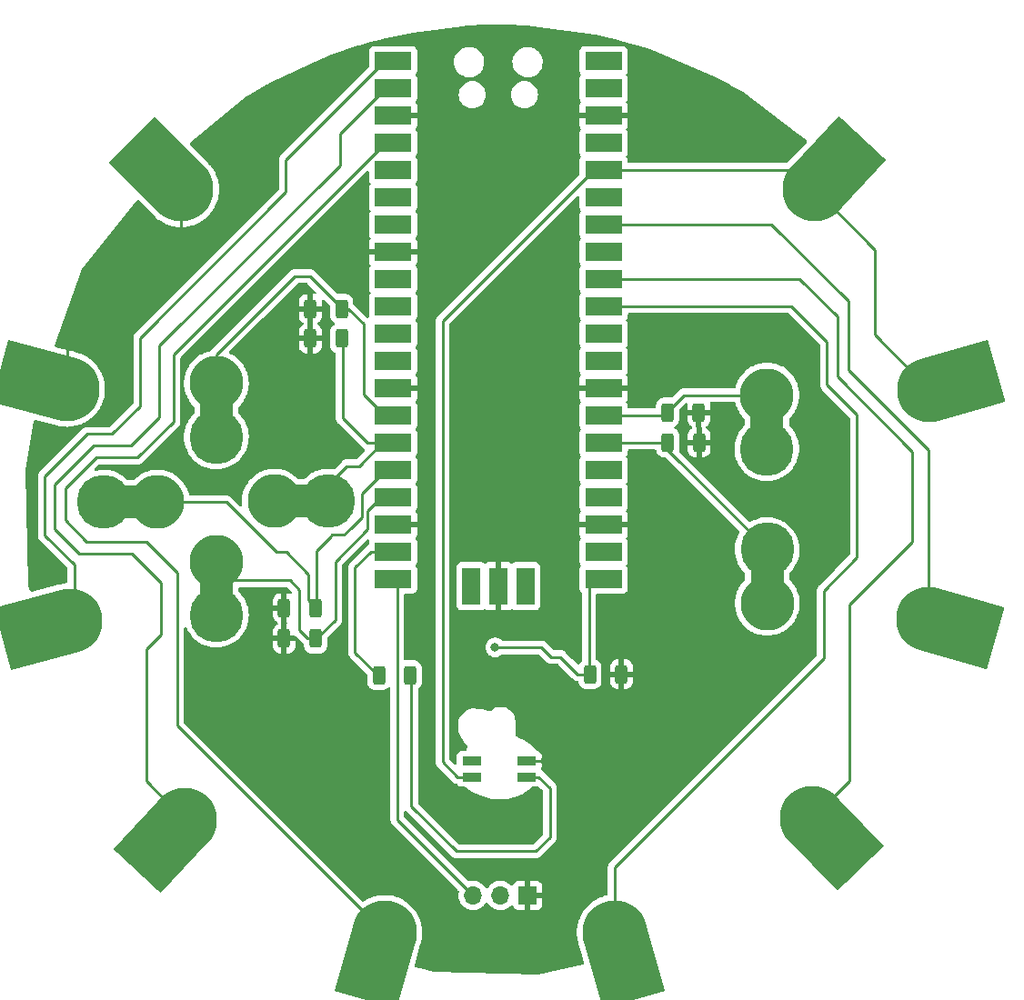
<source format=gbr>
%TF.GenerationSoftware,KiCad,Pcbnew,6.0.4*%
%TF.CreationDate,2022-05-05T23:13:16+02:00*%
%TF.ProjectId,FrisbeeMitBiene02,46726973-6265-4654-9d69-744269656e65,rev?*%
%TF.SameCoordinates,Original*%
%TF.FileFunction,Copper,L1,Top*%
%TF.FilePolarity,Positive*%
%FSLAX46Y46*%
G04 Gerber Fmt 4.6, Leading zero omitted, Abs format (unit mm)*
G04 Created by KiCad (PCBNEW 6.0.4) date 2022-05-05 23:13:16*
%MOMM*%
%LPD*%
G01*
G04 APERTURE LIST*
G04 Aperture macros list*
%AMRoundRect*
0 Rectangle with rounded corners*
0 $1 Rounding radius*
0 $2 $3 $4 $5 $6 $7 $8 $9 X,Y pos of 4 corners*
0 Add a 4 corners polygon primitive as box body*
4,1,4,$2,$3,$4,$5,$6,$7,$8,$9,$2,$3,0*
0 Add four circle primitives for the rounded corners*
1,1,$1+$1,$2,$3*
1,1,$1+$1,$4,$5*
1,1,$1+$1,$6,$7*
1,1,$1+$1,$8,$9*
0 Add four rect primitives between the rounded corners*
20,1,$1+$1,$2,$3,$4,$5,0*
20,1,$1+$1,$4,$5,$6,$7,0*
20,1,$1+$1,$6,$7,$8,$9,0*
20,1,$1+$1,$8,$9,$2,$3,0*%
%AMFreePoly0*
4,1,34,6.500000,-3.000000,0.000000,-3.000000,0.000000,-2.998354,-0.313585,-2.983566,-0.654430,-2.927750,-0.986600,-2.833129,-1.305693,-2.700956,-1.607480,-2.532984,-1.887961,-2.331438,-2.143418,-2.098990,-2.370465,-1.838721,-2.566093,-1.554081,-2.727708,-1.248842,-2.853170,-0.927051,-2.940814,-0.592971,-2.989479,-0.251034,-2.998520,0.094231,-2.967817,0.438249,-2.897777,0.776457,-2.789329,1.104374,
-2.643910,1.417652,-2.463448,1.712141,-2.250333,1.983936,-2.007392,2.229434,-1.737844,2.445383,-1.445261,2.628920,-1.133522,2.777612,-0.806759,2.889488,-0.469303,2.963064,-0.125627,2.997368,0.000000,2.995395,0.000000,3.000000,6.500000,3.000000,6.500000,-3.000000,6.500000,-3.000000,$1*%
%AMFreePoly1*
4,1,48,0.468453,2.455718,0.772542,2.377641,1.064448,2.262068,1.339567,2.110820,1.593560,1.926283,1.822422,1.711368,1.955916,1.550000,3.250000,1.550000,3.285355,1.535355,3.300000,1.500000,3.300000,-1.500000,3.285355,-1.535355,3.250000,-1.550000,1.955916,-1.550000,1.822422,-1.711368,1.593560,-1.926283,1.339567,-2.110820,1.064448,-2.262068,0.772542,-2.377641,0.468453,-2.455718,
0.156976,-2.495067,-0.156976,-2.495067,-0.468453,-2.455718,-0.772542,-2.377641,-1.064448,-2.262068,-1.339567,-2.110820,-1.593560,-1.926283,-1.822422,-1.711368,-2.022542,-1.469463,-2.190767,-1.204384,-2.324441,-0.920311,-2.421458,-0.621725,-2.480287,-0.313333,-2.500000,0.000000,-2.480287,0.313333,-2.421458,0.621725,-2.324441,0.920311,-2.190767,1.204384,-2.022542,1.469463,-1.822422,1.711368,
-1.593560,1.926283,-1.339567,2.110820,-1.064448,2.262068,-0.772542,2.377641,-0.468453,2.455718,-0.156976,2.495067,0.156976,2.495067,0.468453,2.455718,0.468453,2.455718,$1*%
G04 Aperture macros list end*
%TA.AperFunction,SMDPad,CuDef*%
%ADD10RoundRect,0.250000X0.312500X0.625000X-0.312500X0.625000X-0.312500X-0.625000X0.312500X-0.625000X0*%
%TD*%
%TA.AperFunction,ComponentPad*%
%ADD11C,6.000000*%
%TD*%
%TA.AperFunction,SMDPad,CuDef*%
%ADD12FreePoly0,16.000000*%
%TD*%
%TA.AperFunction,SMDPad,CuDef*%
%ADD13FreePoly0,165.000000*%
%TD*%
%TA.AperFunction,SMDPad,CuDef*%
%ADD14FreePoly0,135.000000*%
%TD*%
%TA.AperFunction,SMDPad,CuDef*%
%ADD15FreePoly0,227.000000*%
%TD*%
%TA.AperFunction,ComponentPad*%
%ADD16FreePoly1,270.000000*%
%TD*%
%TA.AperFunction,ComponentPad*%
%ADD17C,5.000000*%
%TD*%
%TA.AperFunction,ComponentPad*%
%ADD18FreePoly1,180.000000*%
%TD*%
%TA.AperFunction,ComponentPad*%
%ADD19FreePoly1,90.000000*%
%TD*%
%TA.AperFunction,SMDPad,CuDef*%
%ADD20RoundRect,0.250000X-0.312500X-0.625000X0.312500X-0.625000X0.312500X0.625000X-0.312500X0.625000X0*%
%TD*%
%TA.AperFunction,ComponentPad*%
%ADD21FreePoly1,0.000000*%
%TD*%
%TA.AperFunction,SMDPad,CuDef*%
%ADD22R,3.500000X1.700000*%
%TD*%
%TA.AperFunction,SMDPad,CuDef*%
%ADD23R,1.700000X3.500000*%
%TD*%
%TA.AperFunction,SMDPad,CuDef*%
%ADD24FreePoly0,314.000000*%
%TD*%
%TA.AperFunction,SMDPad,CuDef*%
%ADD25FreePoly0,344.000000*%
%TD*%
%TA.AperFunction,SMDPad,CuDef*%
%ADD26FreePoly0,286.000000*%
%TD*%
%TA.AperFunction,SMDPad,CuDef*%
%ADD27FreePoly0,195.000000*%
%TD*%
%TA.AperFunction,SMDPad,CuDef*%
%ADD28FreePoly0,254.000000*%
%TD*%
%TA.AperFunction,ComponentPad*%
%ADD29R,1.700000X1.700000*%
%TD*%
%TA.AperFunction,ComponentPad*%
%ADD30O,1.700000X1.700000*%
%TD*%
%TA.AperFunction,SMDPad,CuDef*%
%ADD31R,1.800000X0.820000*%
%TD*%
%TA.AperFunction,SMDPad,CuDef*%
%ADD32FreePoly0,47.000000*%
%TD*%
%TA.AperFunction,ViaPad*%
%ADD33C,0.800000*%
%TD*%
%TA.AperFunction,Conductor*%
%ADD34C,0.250000*%
%TD*%
G04 APERTURE END LIST*
D10*
%TO.P,R1,1*%
%TO.N,Net-(D10/Up1-Pad1)*%
X135422100Y-91973400D03*
%TO.P,R1,2*%
%TO.N,GND*%
X132497100Y-91973400D03*
%TD*%
D11*
%TO.P,PWR1,1,1*%
%TO.N,+3V3*%
X190164244Y-99491314D03*
D12*
X190164244Y-99491314D03*
%TD*%
D13*
%TO.P,GND1,1,1*%
%TO.N,GND*%
X109850488Y-99443651D03*
D11*
X109850488Y-99443651D03*
%TD*%
%TO.P,GND2,1,1*%
%TO.N,GND*%
X120476757Y-80852757D03*
D14*
X120476757Y-80852757D03*
%TD*%
D11*
%TO.P,D1,1,1*%
%TO.N,Net-(D1-Pad1)*%
X120827800Y-139547600D03*
D15*
X120827800Y-139547600D03*
%TD*%
D16*
%TO.P,D10/Up1,1,1*%
%TO.N,Net-(D10/Up1-Pad1)*%
X123748800Y-98896800D03*
D17*
X123748800Y-103896800D03*
%TD*%
%TO.P,D12/Right1,1,1*%
%TO.N,Net-(D12/Right1-Pad1)*%
X113273200Y-109982000D03*
D18*
X118273200Y-109982000D03*
%TD*%
D17*
%TO.P,D13/Down1,1,1*%
%TO.N,Net-(D13/Down1-Pad1)*%
X123750000Y-120500000D03*
D16*
X123750000Y-115500000D03*
%TD*%
D19*
%TO.P,D20/Click1,1,1*%
%TO.N,Net-(D20/Click1-Pad1)*%
X175031400Y-119390800D03*
D17*
X175031400Y-114390800D03*
%TD*%
D10*
%TO.P,R2,1*%
%TO.N,Net-(D11/Left1-Pad1)*%
X135422100Y-94742000D03*
%TO.P,R2,2*%
%TO.N,GND*%
X132497100Y-94742000D03*
%TD*%
%TO.P,R3,1*%
%TO.N,Net-(D12/Right1-Pad1)*%
X132983700Y-119837200D03*
%TO.P,R3,2*%
%TO.N,GND*%
X130058700Y-119837200D03*
%TD*%
D20*
%TO.P,R6,1*%
%TO.N,Net-(D21/Space1-Pad1)*%
X165745100Y-101625400D03*
%TO.P,R6,2*%
%TO.N,GND*%
X168670100Y-101625400D03*
%TD*%
%TO.P,R5,1*%
%TO.N,Net-(D20/Click1-Pad1)*%
X165770500Y-104419400D03*
%TO.P,R5,2*%
%TO.N,GND*%
X168695500Y-104419400D03*
%TD*%
D10*
%TO.P,R4,1*%
%TO.N,Net-(D13/Down1-Pad1)*%
X132983700Y-122682000D03*
%TO.P,R4,2*%
%TO.N,GND*%
X130058700Y-122682000D03*
%TD*%
D21*
%TO.P,D11/Left1,1,1*%
%TO.N,Net-(D11/Left1-Pad1)*%
X129148200Y-109880400D03*
D17*
X134148200Y-109880400D03*
%TD*%
D16*
%TO.P,D21/Space1,1,1*%
%TO.N,Net-(D21/Space1-Pad1)*%
X175000000Y-100000000D03*
D17*
X175000000Y-105000000D03*
%TD*%
D20*
%TO.P,R7,1*%
%TO.N,Net-(R7-Pad1)*%
X138872500Y-126085600D03*
%TO.P,R7,2*%
%TO.N,Net-(NeoPixel1-Pad4)*%
X141797500Y-126085600D03*
%TD*%
D22*
%TO.P,U1,1,GPIO0*%
%TO.N,Net-(D0-Pad1)*%
X140210000Y-68870000D03*
%TO.P,U1,2,GPIO1*%
%TO.N,Net-(D1-Pad1)*%
X140210000Y-71410000D03*
%TO.P,U1,3,GND*%
%TO.N,GND*%
X140210000Y-73950000D03*
%TO.P,U1,4,GPIO2*%
%TO.N,Net-(D2-Pad1)*%
X140210000Y-76490000D03*
%TO.P,U1,5,GPIO3*%
%TO.N,unconnected-(U1-Pad5)*%
X140210000Y-79030000D03*
%TO.P,U1,6,GPIO4*%
%TO.N,unconnected-(U1-Pad6)*%
X140210000Y-81570000D03*
%TO.P,U1,7,GPIO5*%
%TO.N,unconnected-(U1-Pad7)*%
X140210000Y-84110000D03*
%TO.P,U1,8,GND*%
%TO.N,GND*%
X140210000Y-86650000D03*
%TO.P,U1,9,GPIO6*%
%TO.N,unconnected-(U1-Pad9)*%
X140210000Y-89190000D03*
%TO.P,U1,10,GPIO7*%
%TO.N,unconnected-(U1-Pad10)*%
X140210000Y-91730000D03*
%TO.P,U1,11,GPIO8*%
%TO.N,unconnected-(U1-Pad11)*%
X140210000Y-94270000D03*
%TO.P,U1,12,GPIO9*%
%TO.N,unconnected-(U1-Pad12)*%
X140210000Y-96810000D03*
%TO.P,U1,13,GND*%
%TO.N,GND*%
X140210000Y-99350000D03*
%TO.P,U1,14,GPIO10*%
%TO.N,Net-(D10/Up1-Pad1)*%
X140210000Y-101890000D03*
%TO.P,U1,15,GPIO11*%
%TO.N,Net-(D11/Left1-Pad1)*%
X140210000Y-104430000D03*
%TO.P,U1,16,GPIO12*%
%TO.N,Net-(D12/Right1-Pad1)*%
X140210000Y-106970000D03*
%TO.P,U1,17,GPIO13*%
%TO.N,Net-(D13/Down1-Pad1)*%
X140210000Y-109510000D03*
%TO.P,U1,18,GND*%
%TO.N,GND*%
X140210000Y-112050000D03*
%TO.P,U1,19,GPIO14*%
%TO.N,Net-(R7-Pad1)*%
X140210000Y-114590000D03*
%TO.P,U1,20,GPIO15*%
%TO.N,Net-(OesenPinHeader1-Pad3)*%
X140210000Y-117130000D03*
%TO.P,U1,21,GPIO16*%
%TO.N,Net-(BieneTouchPoint1-Pad1)*%
X159790000Y-117130000D03*
%TO.P,U1,22,GPIO17*%
%TO.N,unconnected-(U1-Pad22)*%
X159790000Y-114590000D03*
%TO.P,U1,23,GND*%
%TO.N,GND*%
X159790000Y-112050000D03*
%TO.P,U1,24,GPIO18*%
%TO.N,unconnected-(U1-Pad24)*%
X159790000Y-109510000D03*
%TO.P,U1,25,GPIO19*%
%TO.N,unconnected-(U1-Pad25)*%
X159790000Y-106970000D03*
%TO.P,U1,26,GPIO20*%
%TO.N,Net-(D20/Click1-Pad1)*%
X159790000Y-104430000D03*
%TO.P,U1,27,GPIO21*%
%TO.N,Net-(D21/Space1-Pad1)*%
X159790000Y-101890000D03*
%TO.P,U1,28,GND*%
%TO.N,GND*%
X159790000Y-99350000D03*
%TO.P,U1,29,GPIO22*%
%TO.N,unconnected-(U1-Pad29)*%
X159790000Y-96810000D03*
%TO.P,U1,30,RUN*%
%TO.N,unconnected-(U1-Pad30)*%
X159790000Y-94270000D03*
%TO.P,U1,31,GPIO26_ADC0*%
%TO.N,Net-(A0-Pad1)*%
X159790000Y-91730000D03*
%TO.P,U1,32,GPIO27_ADC1*%
%TO.N,Net-(A1-Pad1)*%
X159790000Y-89190000D03*
%TO.P,U1,33,AGND*%
%TO.N,unconnected-(U1-Pad33)*%
X159790000Y-86650000D03*
%TO.P,U1,34,GPIO28_ADC2*%
%TO.N,Net-(A2-Pad1)*%
X159790000Y-84110000D03*
%TO.P,U1,35,ADC_VREF*%
%TO.N,unconnected-(U1-Pad35)*%
X159790000Y-81570000D03*
%TO.P,U1,36,3V3*%
%TO.N,+3V3*%
X159790000Y-79030000D03*
%TO.P,U1,37,3V3_EN*%
%TO.N,unconnected-(U1-Pad37)*%
X159790000Y-76490000D03*
%TO.P,U1,38,GND*%
%TO.N,GND*%
X159790000Y-73950000D03*
%TO.P,U1,39,VSYS*%
%TO.N,unconnected-(U1-Pad39)*%
X159790000Y-71410000D03*
%TO.P,U1,40,VBUS*%
%TO.N,unconnected-(U1-Pad40)*%
X159790000Y-68870000D03*
D23*
%TO.P,U1,41,SWCLK*%
%TO.N,unconnected-(U1-Pad41)*%
X147460000Y-117800000D03*
%TO.P,U1,42,GND*%
%TO.N,GND*%
X150000000Y-117800000D03*
%TO.P,U1,43,SWDIO*%
%TO.N,unconnected-(U1-Pad43)*%
X152540000Y-117800000D03*
%TD*%
D24*
%TO.P,A1,1,1*%
%TO.N,Net-(A1-Pad1)*%
X179247800Y-139395200D03*
D11*
X179247800Y-139395200D03*
%TD*%
%TO.P,A2,1,1*%
%TO.N,Net-(A2-Pad1)*%
X190011844Y-120879086D03*
D25*
X190011844Y-120879086D03*
%TD*%
D11*
%TO.P,A0,1,1*%
%TO.N,Net-(A0-Pad1)*%
X160832800Y-150037800D03*
D26*
X160832800Y-150037800D03*
%TD*%
D27*
%TO.P,D0,1,1*%
%TO.N,Net-(D0-Pad1)*%
X110083600Y-121005600D03*
D11*
X110083600Y-121005600D03*
%TD*%
%TO.P,D2,1,1*%
%TO.N,Net-(D2-Pad1)*%
X139395200Y-150088600D03*
D28*
X139395200Y-150088600D03*
%TD*%
D29*
%TO.P,OesenPinHeader1,1,Pin_1*%
%TO.N,GND*%
X152725000Y-146600000D03*
D30*
%TO.P,OesenPinHeader1,2,Pin_2*%
%TO.N,+3V3*%
X150185000Y-146600000D03*
%TO.P,OesenPinHeader1,3,Pin_3*%
%TO.N,Net-(OesenPinHeader1-Pad3)*%
X147645000Y-146600000D03*
%TD*%
D31*
%TO.P,NeoPixel1,1,VDD*%
%TO.N,+3V3*%
X147550000Y-135560000D03*
%TO.P,NeoPixel1,2,DOUT*%
%TO.N,unconnected-(NeoPixel1-Pad2)*%
X147550000Y-134060000D03*
%TO.P,NeoPixel1,3,GND*%
%TO.N,GND*%
X152650000Y-134060000D03*
%TO.P,NeoPixel1,4,DIN*%
%TO.N,Net-(NeoPixel1-Pad4)*%
X152650000Y-135560000D03*
%TD*%
D32*
%TO.P,PWR2,1,1*%
%TO.N,+3V3*%
X179425600Y-80848200D03*
D11*
X179425600Y-80848200D03*
%TD*%
D10*
%TO.P,R8,1*%
%TO.N,GND*%
X161462500Y-126000000D03*
%TO.P,R8,2*%
%TO.N,Net-(BieneTouchPoint1-Pad1)*%
X158537500Y-126000000D03*
%TD*%
D33*
%TO.N,Net-(BieneTouchPoint1-Pad1)*%
X149700000Y-123500000D03*
%TO.N,GND*%
X149987000Y-74015600D03*
%TD*%
D34*
%TO.N,Net-(D20/Click1-Pad1)*%
X165683000Y-105042400D02*
X175031400Y-114390800D01*
X165672400Y-104430000D02*
X165683000Y-104419400D01*
X158890000Y-104430000D02*
X165672400Y-104430000D01*
X165683000Y-104419400D02*
X165683000Y-105042400D01*
%TO.N,Net-(D21/Space1-Pad1)*%
X167283000Y-100000000D02*
X175000000Y-100000000D01*
X158890000Y-101890000D02*
X165393000Y-101890000D01*
X165393000Y-101890000D02*
X165657600Y-101625400D01*
X165657600Y-101625400D02*
X167283000Y-100000000D01*
%TO.N,Net-(BieneTouchPoint1-Pad1)*%
X157400000Y-126000000D02*
X155800000Y-124400000D01*
X155800000Y-124400000D02*
X154900000Y-124400000D01*
X158450000Y-126000000D02*
X157400000Y-126000000D01*
X154000000Y-123500000D02*
X149700000Y-123500000D01*
X158450000Y-117570000D02*
X158450000Y-126000000D01*
X154900000Y-124400000D02*
X154000000Y-123500000D01*
X158890000Y-117130000D02*
X158450000Y-117570000D01*
%TO.N,Net-(A0-Pad1)*%
X180594000Y-99034600D02*
X183388000Y-101828600D01*
X176900400Y-91730000D02*
X176911000Y-91719400D01*
X177292000Y-91719400D02*
X180594000Y-95021400D01*
X158890000Y-91730000D02*
X176900400Y-91730000D01*
X160832800Y-143992600D02*
X160832800Y-150037800D01*
X183388000Y-101828600D02*
X183388000Y-115112800D01*
X183388000Y-115112800D02*
X180289200Y-118211600D01*
X180594000Y-95021400D02*
X180594000Y-99034600D01*
X180289200Y-118211600D02*
X180289200Y-124536200D01*
X180289200Y-124536200D02*
X160832800Y-143992600D01*
X176911000Y-91719400D02*
X177292000Y-91719400D01*
%TO.N,Net-(A1-Pad1)*%
X182676800Y-135966200D02*
X179247800Y-139395200D01*
X178064600Y-89190000D02*
X181584600Y-92710000D01*
X182676800Y-119507000D02*
X182676800Y-135966200D01*
X158890000Y-89190000D02*
X178064600Y-89190000D01*
X181584600Y-98298000D02*
X188544200Y-105257600D01*
X188544200Y-113639600D02*
X182676800Y-119507000D01*
X188544200Y-105257600D02*
X188544200Y-113639600D01*
X181584600Y-92710000D02*
X181584600Y-98298000D01*
%TO.N,Net-(A2-Pad1)*%
X190011844Y-105099644D02*
X190011844Y-120879086D01*
X182575200Y-97663000D02*
X190011844Y-105099644D01*
X175423000Y-84110000D02*
X182575200Y-91262200D01*
X158890000Y-84110000D02*
X175423000Y-84110000D01*
X182575200Y-91262200D02*
X182575200Y-97663000D01*
%TO.N,Net-(D1-Pad1)*%
X108720000Y-108360000D02*
X108720000Y-112510000D01*
X117250000Y-135969800D02*
X120827800Y-139547600D01*
X117250000Y-123650000D02*
X117250000Y-135969800D01*
X135250000Y-75660978D02*
X135250000Y-78580000D01*
X118580000Y-117500000D02*
X118580000Y-122320000D01*
X118410000Y-102100000D02*
X115790000Y-104720000D01*
X112360000Y-104720000D02*
X108720000Y-108360000D01*
X110990000Y-114780000D02*
X115860000Y-114780000D01*
X118580000Y-122320000D02*
X117250000Y-123650000D01*
X141110000Y-71410000D02*
X139500978Y-71410000D01*
X115860000Y-114780000D02*
X118580000Y-117500000D01*
X135250000Y-78580000D02*
X118410000Y-95420000D01*
X118410000Y-95420000D02*
X118410000Y-102100000D01*
X108720000Y-112510000D02*
X110990000Y-114780000D01*
X115790000Y-104720000D02*
X112360000Y-104720000D01*
X139500978Y-71410000D02*
X135250000Y-75660978D01*
%TO.N,Net-(D2-Pad1)*%
X139500978Y-76490000D02*
X119770000Y-96220978D01*
X120110000Y-116530000D02*
X120110000Y-130803400D01*
X141110000Y-76490000D02*
X139500978Y-76490000D01*
X119770000Y-96220978D02*
X119770000Y-102480000D01*
X116430000Y-105820000D02*
X112570000Y-105820000D01*
X109680000Y-111660000D02*
X111660000Y-113640000D01*
X120110000Y-130803400D02*
X139395200Y-150088600D01*
X117220000Y-113640000D02*
X120110000Y-116530000D01*
X111660000Y-113640000D02*
X117220000Y-113640000D01*
X109680000Y-108710000D02*
X109680000Y-111660000D01*
X112570000Y-105820000D02*
X109680000Y-108710000D01*
X119770000Y-102480000D02*
X116430000Y-105820000D01*
%TO.N,Net-(D0-Pad1)*%
X110530000Y-120559200D02*
X110083600Y-121005600D01*
X130220000Y-78080000D02*
X130220000Y-81110000D01*
X116660000Y-94670000D02*
X116660000Y-101020000D01*
X111730000Y-103620000D02*
X107770000Y-107580000D01*
X130220000Y-81110000D02*
X116660000Y-94670000D01*
X107770000Y-113070000D02*
X110530000Y-115830000D01*
X139430000Y-68870000D02*
X130220000Y-78080000D01*
X116660000Y-101020000D02*
X114060000Y-103620000D01*
X141110000Y-68870000D02*
X139430000Y-68870000D01*
X110530000Y-115830000D02*
X110530000Y-120559200D01*
X114060000Y-103620000D02*
X111730000Y-103620000D01*
X107770000Y-107580000D02*
X107770000Y-113070000D01*
%TO.N,GND*%
X109850488Y-95279912D02*
X109850488Y-99443651D01*
X152650000Y-134060000D02*
X157940000Y-134060000D01*
X120476757Y-80852757D02*
X120476757Y-84653643D01*
X120476757Y-84653643D02*
X109850488Y-95279912D01*
%TO.N,Net-(D10/Up1-Pad1)*%
X123748800Y-103896800D02*
X123748800Y-96240600D01*
X136042400Y-91973400D02*
X137439400Y-93370400D01*
X123748800Y-96240600D02*
X131064000Y-88925400D01*
X131064000Y-88925400D02*
X132461600Y-88925400D01*
X139380400Y-101890000D02*
X141110000Y-101890000D01*
X132461600Y-88925400D02*
X135509600Y-91973400D01*
X135509600Y-91973400D02*
X136042400Y-91973400D01*
X137439400Y-93370400D02*
X137439400Y-99949000D01*
X137439400Y-99949000D02*
X139380400Y-101890000D01*
%TO.N,Net-(D11/Left1-Pad1)*%
X137780200Y-104430000D02*
X135509600Y-102159400D01*
X135890000Y-106603800D02*
X134148200Y-108345600D01*
X141110000Y-104430000D02*
X137780200Y-104430000D01*
X139206800Y-104430000D02*
X137033000Y-106603800D01*
X135509600Y-102159400D02*
X135509600Y-94742000D01*
X134148200Y-108345600D02*
X134148200Y-109880400D01*
X137033000Y-106603800D02*
X135890000Y-106603800D01*
X141110000Y-104430000D02*
X139206800Y-104430000D01*
%TO.N,Net-(D12/Right1-Pad1)*%
X137261600Y-111379000D02*
X137261600Y-110566200D01*
X141110000Y-106970000D02*
X139500978Y-106970000D01*
X135610600Y-113030000D02*
X136245600Y-112395000D01*
X132308600Y-116687600D02*
X132308600Y-119074600D01*
X133071200Y-114502600D02*
X133071200Y-119837200D01*
X132308600Y-119074600D02*
X133071200Y-119837200D01*
X129311400Y-114630200D02*
X130251200Y-114630200D01*
X134543800Y-113030000D02*
X134670800Y-113030000D01*
X118273200Y-109982000D02*
X124663200Y-109982000D01*
X130251200Y-114630200D02*
X132308600Y-116687600D01*
X137261600Y-110566200D02*
X137261600Y-109209378D01*
X134340600Y-113233200D02*
X133071200Y-114502600D01*
X134670800Y-113030000D02*
X135610600Y-113030000D01*
X134340600Y-113233200D02*
X134543800Y-113030000D01*
X137261600Y-109209378D02*
X139500978Y-106970000D01*
X124663200Y-109982000D02*
X129311400Y-114630200D01*
X136245600Y-112395000D02*
X137261600Y-111379000D01*
%TO.N,Net-(D13/Down1-Pad1)*%
X131460000Y-121880000D02*
X131460000Y-118120000D01*
X141110000Y-109510000D02*
X138775000Y-109510000D01*
X134823200Y-115519200D02*
X134823200Y-120930000D01*
X137820400Y-110769400D02*
X137820400Y-112522000D01*
X131460000Y-118120000D02*
X130600000Y-117260000D01*
X133071200Y-122682000D02*
X132262000Y-122682000D01*
X134823200Y-120930000D02*
X133071200Y-122682000D01*
X137820400Y-112522000D02*
X134823200Y-115519200D01*
X125510000Y-117260000D02*
X123750000Y-115500000D01*
X130600000Y-117260000D02*
X125510000Y-117260000D01*
X141110000Y-109510000D02*
X139079800Y-109510000D01*
X132262000Y-122682000D02*
X131460000Y-121880000D01*
X139079800Y-109510000D02*
X137820400Y-110769400D01*
%TO.N,Net-(OesenPinHeader1-Pad3)*%
X141110000Y-117130000D02*
X140462000Y-117778000D01*
X140600000Y-139555000D02*
X147645000Y-146600000D01*
X140600000Y-117640000D02*
X140600000Y-139555000D01*
X141110000Y-117130000D02*
X140600000Y-117640000D01*
%TO.N,+3V3*%
X177607400Y-79030000D02*
X179425600Y-80848200D01*
X179425600Y-80848200D02*
X185039000Y-86461600D01*
X146160000Y-135560000D02*
X144800000Y-134200000D01*
X185039000Y-94366070D02*
X190164244Y-99491314D01*
X147550000Y-135560000D02*
X146160000Y-135560000D01*
X144800000Y-134200000D02*
X144800000Y-93120000D01*
X144800000Y-93120000D02*
X158890000Y-79030000D01*
X158890000Y-79030000D02*
X177607400Y-79030000D01*
X185039000Y-86461600D02*
X185039000Y-94366070D01*
%TO.N,Net-(NeoPixel1-Pad4)*%
X153760000Y-135560000D02*
X154800000Y-136600000D01*
X152650000Y-135560000D02*
X153760000Y-135560000D01*
X141885000Y-138285000D02*
X141885000Y-126085600D01*
X146100000Y-142500000D02*
X141885000Y-138285000D01*
X154800000Y-136600000D02*
X154800000Y-141200000D01*
X154800000Y-141200000D02*
X153500000Y-142500000D01*
X153500000Y-142500000D02*
X146100000Y-142500000D01*
%TO.N,Net-(R7-Pad1)*%
X136660000Y-116070000D02*
X136660000Y-123960600D01*
X138140000Y-114590000D02*
X136660000Y-116070000D01*
X141110000Y-114590000D02*
X138140000Y-114590000D01*
X136660000Y-123960600D02*
X138785000Y-126085600D01*
%TD*%
%TA.AperFunction,Conductor*%
%TO.N,GND*%
G36*
X157449532Y-81470539D02*
G01*
X157506368Y-81513086D01*
X157531179Y-81579606D01*
X157531500Y-81588595D01*
X157531500Y-82468134D01*
X157538255Y-82530316D01*
X157589385Y-82666705D01*
X157662630Y-82764435D01*
X157687478Y-82830941D01*
X157672425Y-82900324D01*
X157662632Y-82915562D01*
X157589385Y-83013295D01*
X157538255Y-83149684D01*
X157531500Y-83211866D01*
X157531500Y-85008134D01*
X157538255Y-85070316D01*
X157589385Y-85206705D01*
X157594771Y-85213891D01*
X157662630Y-85304435D01*
X157687478Y-85370941D01*
X157672425Y-85440324D01*
X157662632Y-85455562D01*
X157589385Y-85553295D01*
X157538255Y-85689684D01*
X157531500Y-85751866D01*
X157531500Y-87548134D01*
X157538255Y-87610316D01*
X157589385Y-87746705D01*
X157657998Y-87838255D01*
X157662630Y-87844435D01*
X157687478Y-87910941D01*
X157672425Y-87980324D01*
X157662632Y-87995562D01*
X157589385Y-88093295D01*
X157538255Y-88229684D01*
X157531500Y-88291866D01*
X157531500Y-90088134D01*
X157538255Y-90150316D01*
X157589385Y-90286705D01*
X157594771Y-90293891D01*
X157662630Y-90384435D01*
X157687478Y-90450941D01*
X157672425Y-90520324D01*
X157662632Y-90535562D01*
X157589385Y-90633295D01*
X157538255Y-90769684D01*
X157531500Y-90831866D01*
X157531500Y-92628134D01*
X157538255Y-92690316D01*
X157589385Y-92826705D01*
X157655857Y-92915398D01*
X157662630Y-92924435D01*
X157687478Y-92990941D01*
X157672425Y-93060324D01*
X157662632Y-93075562D01*
X157589385Y-93173295D01*
X157538255Y-93309684D01*
X157531500Y-93371866D01*
X157531500Y-95168134D01*
X157538255Y-95230316D01*
X157589385Y-95366705D01*
X157662630Y-95464435D01*
X157687478Y-95530941D01*
X157672425Y-95600324D01*
X157662632Y-95615562D01*
X157589385Y-95713295D01*
X157538255Y-95849684D01*
X157531500Y-95911866D01*
X157531500Y-97708134D01*
X157538255Y-97770316D01*
X157589385Y-97906705D01*
X157639578Y-97973677D01*
X157662942Y-98004852D01*
X157687790Y-98071358D01*
X157672737Y-98140741D01*
X157662942Y-98155982D01*
X157595214Y-98246351D01*
X157586676Y-98261946D01*
X157541522Y-98382394D01*
X157537895Y-98397649D01*
X157532369Y-98448514D01*
X157532000Y-98455328D01*
X157532000Y-99077885D01*
X157536475Y-99093124D01*
X157537865Y-99094329D01*
X157545548Y-99096000D01*
X162029884Y-99096000D01*
X162045123Y-99091525D01*
X162046328Y-99090135D01*
X162047999Y-99082452D01*
X162047999Y-98455331D01*
X162047629Y-98448510D01*
X162042105Y-98397648D01*
X162038479Y-98382396D01*
X161993324Y-98261946D01*
X161984786Y-98246351D01*
X161917058Y-98155982D01*
X161892210Y-98089475D01*
X161907263Y-98020093D01*
X161917058Y-98004852D01*
X161940422Y-97973677D01*
X161990615Y-97906705D01*
X162041745Y-97770316D01*
X162048500Y-97708134D01*
X162048500Y-95911866D01*
X162041745Y-95849684D01*
X161990615Y-95713295D01*
X161917370Y-95615564D01*
X161892522Y-95549059D01*
X161907575Y-95479676D01*
X161917370Y-95464435D01*
X161990615Y-95366705D01*
X162041745Y-95230316D01*
X162048500Y-95168134D01*
X162048500Y-93371866D01*
X162041745Y-93309684D01*
X161990615Y-93173295D01*
X161917370Y-93075564D01*
X161892522Y-93009059D01*
X161907575Y-92939676D01*
X161917370Y-92924435D01*
X161924143Y-92915398D01*
X161990615Y-92826705D01*
X162041745Y-92690316D01*
X162048500Y-92628134D01*
X162048500Y-92489500D01*
X162068502Y-92421379D01*
X162122158Y-92374886D01*
X162174500Y-92363500D01*
X176821633Y-92363500D01*
X176832816Y-92364027D01*
X176840309Y-92365702D01*
X176848235Y-92365453D01*
X176848236Y-92365453D01*
X176908386Y-92363562D01*
X176912345Y-92363500D01*
X176940256Y-92363500D01*
X176944191Y-92363003D01*
X176944256Y-92362995D01*
X176956093Y-92362062D01*
X176981742Y-92361256D01*
X177050457Y-92379108D01*
X177074795Y-92398099D01*
X179923595Y-95246899D01*
X179957621Y-95309211D01*
X179960500Y-95335994D01*
X179960500Y-98955833D01*
X179959973Y-98967016D01*
X179958298Y-98974509D01*
X179958547Y-98982435D01*
X179958547Y-98982436D01*
X179960438Y-99042586D01*
X179960500Y-99046545D01*
X179960500Y-99074456D01*
X179960997Y-99078390D01*
X179960997Y-99078391D01*
X179961005Y-99078456D01*
X179961938Y-99090293D01*
X179963327Y-99134489D01*
X179968978Y-99153939D01*
X179972987Y-99173300D01*
X179975526Y-99193397D01*
X179978445Y-99200768D01*
X179978445Y-99200770D01*
X179991804Y-99234512D01*
X179995649Y-99245742D01*
X180007982Y-99288193D01*
X180012015Y-99295012D01*
X180012017Y-99295017D01*
X180018293Y-99305628D01*
X180026988Y-99323376D01*
X180034448Y-99342217D01*
X180039110Y-99348633D01*
X180039110Y-99348634D01*
X180060436Y-99377987D01*
X180066952Y-99387907D01*
X180081065Y-99411770D01*
X180089458Y-99425962D01*
X180103779Y-99440283D01*
X180116619Y-99455316D01*
X180128528Y-99471707D01*
X180134634Y-99476758D01*
X180162605Y-99499898D01*
X180171384Y-99507888D01*
X182717595Y-102054099D01*
X182751621Y-102116411D01*
X182754500Y-102143194D01*
X182754500Y-114798206D01*
X182734498Y-114866327D01*
X182717595Y-114887301D01*
X181288421Y-116316474D01*
X179896947Y-117707948D01*
X179888661Y-117715488D01*
X179882182Y-117719600D01*
X179876757Y-117725377D01*
X179835557Y-117769251D01*
X179832802Y-117772093D01*
X179813065Y-117791830D01*
X179810585Y-117795027D01*
X179802882Y-117804047D01*
X179772614Y-117836279D01*
X179768795Y-117843225D01*
X179768793Y-117843228D01*
X179762852Y-117854034D01*
X179752001Y-117870553D01*
X179739586Y-117886559D01*
X179736441Y-117893828D01*
X179736438Y-117893832D01*
X179722026Y-117927137D01*
X179716809Y-117937787D01*
X179695505Y-117976540D01*
X179693534Y-117984215D01*
X179693534Y-117984216D01*
X179690467Y-117996162D01*
X179684063Y-118014866D01*
X179676019Y-118033455D01*
X179674780Y-118041278D01*
X179674777Y-118041288D01*
X179669101Y-118077124D01*
X179666695Y-118088744D01*
X179664392Y-118097715D01*
X179655700Y-118131570D01*
X179655700Y-118151824D01*
X179654149Y-118171534D01*
X179650980Y-118191543D01*
X179651726Y-118199435D01*
X179655141Y-118235561D01*
X179655700Y-118247419D01*
X179655700Y-124221606D01*
X179635698Y-124289727D01*
X179618795Y-124310701D01*
X170024229Y-133905266D01*
X160440547Y-143488948D01*
X160432261Y-143496488D01*
X160425782Y-143500600D01*
X160420357Y-143506377D01*
X160379157Y-143550251D01*
X160376402Y-143553093D01*
X160356665Y-143572830D01*
X160354185Y-143576027D01*
X160346482Y-143585047D01*
X160316214Y-143617279D01*
X160312395Y-143624225D01*
X160312393Y-143624228D01*
X160306452Y-143635034D01*
X160295601Y-143651553D01*
X160283186Y-143667559D01*
X160280041Y-143674828D01*
X160280038Y-143674832D01*
X160265626Y-143708137D01*
X160260409Y-143718787D01*
X160239105Y-143757540D01*
X160237134Y-143765215D01*
X160237134Y-143765216D01*
X160234067Y-143777162D01*
X160227663Y-143795866D01*
X160219619Y-143814455D01*
X160218380Y-143822278D01*
X160218377Y-143822288D01*
X160212701Y-143858124D01*
X160210295Y-143869744D01*
X160199300Y-143912570D01*
X160199300Y-143932824D01*
X160197749Y-143952534D01*
X160194580Y-143972543D01*
X160195326Y-143980435D01*
X160198741Y-144016561D01*
X160199300Y-144028419D01*
X160199300Y-146477352D01*
X160179298Y-146545473D01*
X160125642Y-146591966D01*
X160097126Y-146601079D01*
X160050797Y-146610001D01*
X159998488Y-146620074D01*
X159996718Y-146620522D01*
X159996713Y-146620523D01*
X159980627Y-146624594D01*
X159941150Y-146634583D01*
X159939416Y-146635130D01*
X159939415Y-146635130D01*
X159612927Y-146738071D01*
X159612919Y-146738074D01*
X159611193Y-146738618D01*
X159587754Y-146747522D01*
X159557600Y-146758976D01*
X159557589Y-146758980D01*
X159555903Y-146759621D01*
X159240090Y-146900891D01*
X159222419Y-146910051D01*
X159189185Y-146927277D01*
X159189170Y-146927285D01*
X159187581Y-146928109D01*
X159053637Y-147007639D01*
X158891667Y-147103809D01*
X158891657Y-147103815D01*
X158890098Y-147104741D01*
X158888596Y-147105754D01*
X158888593Y-147105756D01*
X158863148Y-147122919D01*
X158841063Y-147137815D01*
X158565854Y-147347469D01*
X158564454Y-147348669D01*
X158564449Y-147348673D01*
X158522351Y-147384755D01*
X158522342Y-147384764D01*
X158520948Y-147385958D01*
X158519623Y-147387233D01*
X158519622Y-147387234D01*
X158272976Y-147624586D01*
X158272965Y-147624597D01*
X158271659Y-147625854D01*
X158231474Y-147669250D01*
X158179418Y-147732399D01*
X158013211Y-147934025D01*
X158011411Y-147936208D01*
X157976480Y-147983936D01*
X157788558Y-148274420D01*
X157759345Y-148325844D01*
X157606055Y-148636000D01*
X157605351Y-148637659D01*
X157583654Y-148688771D01*
X157583647Y-148688788D01*
X157582944Y-148690445D01*
X157466320Y-149016165D01*
X157449621Y-149072902D01*
X157371206Y-149409868D01*
X157361139Y-149468152D01*
X157321975Y-149811898D01*
X157318674Y-149870947D01*
X157319277Y-150216915D01*
X157322785Y-150275958D01*
X157322995Y-150277745D01*
X157322996Y-150277757D01*
X157362421Y-150613362D01*
X157363150Y-150619565D01*
X157373420Y-150677810D01*
X157373829Y-150679540D01*
X157373831Y-150679550D01*
X157423308Y-150888854D01*
X157453010Y-151014501D01*
X157469909Y-151071186D01*
X157470525Y-151072887D01*
X157470534Y-151072915D01*
X157487110Y-151118704D01*
X157489753Y-151126862D01*
X157704599Y-151876118D01*
X157988082Y-152864738D01*
X157998637Y-152901549D01*
X157998186Y-152972544D01*
X157959424Y-153032025D01*
X157905343Y-153059168D01*
X154870363Y-153746333D01*
X153765339Y-153996527D01*
X153734285Y-153999597D01*
X144014519Y-153750372D01*
X143985944Y-153746333D01*
X143029686Y-153496875D01*
X142264679Y-153297308D01*
X142203814Y-153260758D01*
X142172371Y-153197104D01*
X142175366Y-153140658D01*
X142763168Y-151090750D01*
X142763708Y-151088918D01*
X142807567Y-150944563D01*
X142821474Y-150887078D01*
X142870420Y-150617744D01*
X142883015Y-150548439D01*
X142883016Y-150548435D01*
X142883334Y-150546683D01*
X142890542Y-150487979D01*
X142904369Y-150274154D01*
X142912751Y-150144548D01*
X142912752Y-150144531D01*
X142912868Y-150142731D01*
X142913281Y-150083589D01*
X142913190Y-150081790D01*
X142895869Y-149739851D01*
X142895868Y-149739836D01*
X142895778Y-149738063D01*
X142889390Y-149679263D01*
X142832288Y-149338038D01*
X142819185Y-149280364D01*
X142791565Y-149184670D01*
X142723745Y-148949701D01*
X142723741Y-148949690D01*
X142723243Y-148947963D01*
X142703598Y-148892176D01*
X142570087Y-148573007D01*
X142569301Y-148571395D01*
X142569294Y-148571380D01*
X142547106Y-148525889D01*
X142544160Y-148519849D01*
X142374849Y-148218139D01*
X142349474Y-148178462D01*
X142343958Y-148169836D01*
X142343957Y-148169834D01*
X142342982Y-148168310D01*
X142140114Y-147888061D01*
X142102735Y-147842230D01*
X142101113Y-147840459D01*
X141870228Y-147588492D01*
X141869002Y-147587154D01*
X141867719Y-147585906D01*
X141867708Y-147585895D01*
X141827895Y-147547179D01*
X141827890Y-147547174D01*
X141826598Y-147545918D01*
X141817388Y-147537940D01*
X141566472Y-147320590D01*
X141566456Y-147320577D01*
X141565095Y-147319398D01*
X141518236Y-147283312D01*
X141232432Y-147088350D01*
X141181736Y-147057889D01*
X140875417Y-146897068D01*
X140873803Y-146896336D01*
X140873789Y-146896329D01*
X140823359Y-146873453D01*
X140821556Y-146872635D01*
X140819429Y-146871814D01*
X140660953Y-146810663D01*
X140498782Y-146748086D01*
X140497079Y-146747539D01*
X140497067Y-146747535D01*
X140467588Y-146738071D01*
X140442468Y-146730006D01*
X140107519Y-146643382D01*
X140049499Y-146631893D01*
X139927691Y-146614991D01*
X139708615Y-146584592D01*
X139708609Y-146584591D01*
X139706812Y-146584342D01*
X139705004Y-146584197D01*
X139704999Y-146584196D01*
X139649652Y-146579743D01*
X139649646Y-146579743D01*
X139647860Y-146579599D01*
X139646088Y-146579559D01*
X139646073Y-146579558D01*
X139303799Y-146571790D01*
X139303789Y-146571790D01*
X139301980Y-146571749D01*
X139242870Y-146573813D01*
X139241076Y-146573979D01*
X139241067Y-146573980D01*
X138900179Y-146605604D01*
X138900175Y-146605604D01*
X138898380Y-146605771D01*
X138839900Y-146614616D01*
X138838124Y-146614990D01*
X138838120Y-146614991D01*
X138815637Y-146619729D01*
X138501365Y-146685957D01*
X138499618Y-146686432D01*
X138499604Y-146686435D01*
X138446060Y-146700982D01*
X138446047Y-146700986D01*
X138444291Y-146701463D01*
X138395644Y-146717740D01*
X138165434Y-146794767D01*
X138116201Y-146811240D01*
X138088737Y-146822225D01*
X138062969Y-146832531D01*
X138062956Y-146832537D01*
X138061285Y-146833205D01*
X137747985Y-146979966D01*
X137746402Y-146980822D01*
X137746388Y-146980829D01*
X137716169Y-146997169D01*
X137695960Y-147008096D01*
X137480726Y-147141026D01*
X137412260Y-147159804D01*
X137344509Y-147138584D01*
X137325424Y-147122919D01*
X120780405Y-130577900D01*
X120746379Y-130515588D01*
X120743500Y-130488805D01*
X120743500Y-121741194D01*
X120763502Y-121673073D01*
X120817158Y-121626580D01*
X120887432Y-121616476D01*
X120952012Y-121645970D01*
X120986893Y-121695424D01*
X121009927Y-121754503D01*
X121011624Y-121757708D01*
X121166269Y-122049782D01*
X121172275Y-122061126D01*
X121174325Y-122064109D01*
X121174327Y-122064112D01*
X121366733Y-122344064D01*
X121366739Y-122344071D01*
X121368790Y-122347056D01*
X121456851Y-122448002D01*
X121582032Y-122591500D01*
X121596866Y-122608505D01*
X121643898Y-122651301D01*
X121826276Y-122817251D01*
X121853481Y-122842006D01*
X122135233Y-123044466D01*
X122438388Y-123213200D01*
X122758928Y-123345972D01*
X122762422Y-123346967D01*
X122762424Y-123346968D01*
X123089103Y-123440025D01*
X123089108Y-123440026D01*
X123092604Y-123441022D01*
X123267121Y-123469600D01*
X123431412Y-123496504D01*
X123431419Y-123496505D01*
X123434993Y-123497090D01*
X123608276Y-123505262D01*
X123777931Y-123513263D01*
X123777932Y-123513263D01*
X123781558Y-123513434D01*
X123790415Y-123512830D01*
X124124073Y-123490084D01*
X124124081Y-123490083D01*
X124127704Y-123489836D01*
X124131279Y-123489173D01*
X124131282Y-123489173D01*
X124465279Y-123427270D01*
X124465283Y-123427269D01*
X124468844Y-123426609D01*
X124683416Y-123360598D01*
X124704554Y-123354095D01*
X128988201Y-123354095D01*
X128988538Y-123360614D01*
X128998457Y-123456206D01*
X129001349Y-123469600D01*
X129052788Y-123623784D01*
X129058961Y-123636962D01*
X129144263Y-123774807D01*
X129153299Y-123786208D01*
X129268029Y-123900739D01*
X129279440Y-123909751D01*
X129417443Y-123994816D01*
X129430624Y-124000963D01*
X129584910Y-124052138D01*
X129598286Y-124055005D01*
X129692638Y-124064672D01*
X129699054Y-124065000D01*
X129786585Y-124065000D01*
X129801824Y-124060525D01*
X129803029Y-124059135D01*
X129804700Y-124051452D01*
X129804700Y-124046884D01*
X130312700Y-124046884D01*
X130317175Y-124062123D01*
X130318565Y-124063328D01*
X130326248Y-124064999D01*
X130418295Y-124064999D01*
X130424814Y-124064662D01*
X130520406Y-124054743D01*
X130533800Y-124051851D01*
X130687984Y-124000412D01*
X130701162Y-123994239D01*
X130839007Y-123908937D01*
X130850408Y-123899901D01*
X130964939Y-123785171D01*
X130973951Y-123773760D01*
X131059016Y-123635757D01*
X131065163Y-123622576D01*
X131116338Y-123468290D01*
X131119205Y-123454914D01*
X131128872Y-123360562D01*
X131129200Y-123354146D01*
X131129200Y-122954115D01*
X131124725Y-122938876D01*
X131123335Y-122937671D01*
X131115652Y-122936000D01*
X130330815Y-122936000D01*
X130315576Y-122940475D01*
X130314371Y-122941865D01*
X130312700Y-122949548D01*
X130312700Y-124046884D01*
X129804700Y-124046884D01*
X129804700Y-122954115D01*
X129800225Y-122938876D01*
X129798835Y-122937671D01*
X129791152Y-122936000D01*
X129006316Y-122936000D01*
X128991077Y-122940475D01*
X128989872Y-122941865D01*
X128988201Y-122949548D01*
X128988201Y-123354095D01*
X124704554Y-123354095D01*
X124796978Y-123325662D01*
X124800456Y-123324592D01*
X125118145Y-123185136D01*
X125146928Y-123168317D01*
X125414560Y-123011926D01*
X125414562Y-123011925D01*
X125417700Y-123010091D01*
X125420609Y-123007907D01*
X125692244Y-122803958D01*
X125692248Y-122803955D01*
X125695151Y-122801775D01*
X125946819Y-122562950D01*
X126074802Y-122409885D01*
X128988200Y-122409885D01*
X128992675Y-122425124D01*
X128994065Y-122426329D01*
X129001748Y-122428000D01*
X129786585Y-122428000D01*
X129801824Y-122423525D01*
X129803029Y-122422135D01*
X129804700Y-122414452D01*
X129804700Y-121317118D01*
X129799957Y-121300965D01*
X129797732Y-121238683D01*
X129804700Y-121206652D01*
X129804700Y-120109315D01*
X129800225Y-120094076D01*
X129798835Y-120092871D01*
X129791152Y-120091200D01*
X129006316Y-120091200D01*
X128991077Y-120095675D01*
X128989872Y-120097065D01*
X128988201Y-120104748D01*
X128988201Y-120509295D01*
X128988538Y-120515814D01*
X128998457Y-120611406D01*
X129001349Y-120624800D01*
X129052788Y-120778984D01*
X129058961Y-120792162D01*
X129144263Y-120930007D01*
X129153299Y-120941408D01*
X129268029Y-121055939D01*
X129279440Y-121064951D01*
X129421069Y-121152252D01*
X129468562Y-121205024D01*
X129479986Y-121275096D01*
X129451712Y-121340220D01*
X129421256Y-121366656D01*
X129278393Y-121455063D01*
X129266992Y-121464099D01*
X129152461Y-121578829D01*
X129143449Y-121590240D01*
X129058384Y-121728243D01*
X129052237Y-121741424D01*
X129001062Y-121895710D01*
X128998195Y-121909086D01*
X128988528Y-122003438D01*
X128988200Y-122009855D01*
X128988200Y-122409885D01*
X126074802Y-122409885D01*
X126169370Y-122296783D01*
X126173744Y-122290125D01*
X126316021Y-122073527D01*
X126359853Y-122006799D01*
X126445770Y-121835972D01*
X126514117Y-121700080D01*
X126514120Y-121700072D01*
X126515744Y-121696844D01*
X126611139Y-121436166D01*
X126633729Y-121374437D01*
X126633730Y-121374433D01*
X126634977Y-121371026D01*
X126635822Y-121367504D01*
X126635825Y-121367496D01*
X126715124Y-121037191D01*
X126715125Y-121037187D01*
X126715971Y-121033662D01*
X126722202Y-120982171D01*
X126757316Y-120692004D01*
X126757316Y-120691997D01*
X126757652Y-120689225D01*
X126759494Y-120630632D01*
X126763511Y-120502797D01*
X126763599Y-120500000D01*
X126747730Y-120224787D01*
X126743836Y-120157246D01*
X126743835Y-120157241D01*
X126743627Y-120153626D01*
X126714370Y-119985993D01*
X126684600Y-119815415D01*
X126684598Y-119815408D01*
X126683976Y-119811842D01*
X126679493Y-119796705D01*
X126631214Y-119633722D01*
X126610883Y-119565085D01*
X128988200Y-119565085D01*
X128992675Y-119580324D01*
X128994065Y-119581529D01*
X129001748Y-119583200D01*
X129786585Y-119583200D01*
X129801824Y-119578725D01*
X129803029Y-119577335D01*
X129804700Y-119569652D01*
X129804700Y-118472316D01*
X129800225Y-118457077D01*
X129798835Y-118455872D01*
X129791152Y-118454201D01*
X129699105Y-118454201D01*
X129692586Y-118454538D01*
X129596994Y-118464457D01*
X129583600Y-118467349D01*
X129429416Y-118518788D01*
X129416238Y-118524961D01*
X129278393Y-118610263D01*
X129266992Y-118619299D01*
X129152461Y-118734029D01*
X129143449Y-118745440D01*
X129058384Y-118883443D01*
X129052237Y-118896624D01*
X129001062Y-119050910D01*
X128998195Y-119064286D01*
X128988528Y-119158638D01*
X128988200Y-119165055D01*
X128988200Y-119565085D01*
X126610883Y-119565085D01*
X126585437Y-119479180D01*
X126576037Y-119457142D01*
X126450740Y-119163386D01*
X126450738Y-119163383D01*
X126449316Y-119160048D01*
X126437099Y-119138628D01*
X126279208Y-118861816D01*
X126277417Y-118858676D01*
X126072018Y-118579060D01*
X126008804Y-118511033D01*
X125847429Y-118337373D01*
X125815710Y-118273856D01*
X125813729Y-118251602D01*
X125813729Y-118019500D01*
X125833731Y-117951379D01*
X125887387Y-117904886D01*
X125939729Y-117893500D01*
X130285406Y-117893500D01*
X130353527Y-117913502D01*
X130374501Y-117930405D01*
X130722927Y-118278831D01*
X130756953Y-118341143D01*
X130751888Y-118411958D01*
X130709341Y-118468794D01*
X130642821Y-118493605D01*
X130594164Y-118487519D01*
X130532490Y-118467062D01*
X130519114Y-118464195D01*
X130424762Y-118454528D01*
X130418345Y-118454200D01*
X130330815Y-118454200D01*
X130315576Y-118458675D01*
X130314371Y-118460065D01*
X130312700Y-118467748D01*
X130312700Y-121202082D01*
X130317443Y-121218235D01*
X130319668Y-121280517D01*
X130312700Y-121312548D01*
X130312700Y-122409885D01*
X130317175Y-122425124D01*
X130318565Y-122426329D01*
X130326248Y-122428000D01*
X131059906Y-122428000D01*
X131128027Y-122448002D01*
X131149001Y-122464905D01*
X131758343Y-123074247D01*
X131765887Y-123082537D01*
X131770000Y-123089018D01*
X131775777Y-123094443D01*
X131819667Y-123135658D01*
X131822509Y-123138413D01*
X131842230Y-123158134D01*
X131845425Y-123160612D01*
X131854446Y-123168317D01*
X131872357Y-123185136D01*
X131872952Y-123185695D01*
X131908918Y-123246908D01*
X131912700Y-123277546D01*
X131912700Y-123357400D01*
X131913037Y-123360646D01*
X131913037Y-123360650D01*
X131922952Y-123456206D01*
X131923674Y-123463166D01*
X131925855Y-123469702D01*
X131925855Y-123469704D01*
X131934796Y-123496504D01*
X131979650Y-123630946D01*
X132072722Y-123781348D01*
X132197897Y-123906305D01*
X132204127Y-123910145D01*
X132204128Y-123910146D01*
X132341488Y-123994816D01*
X132348462Y-123999115D01*
X132404172Y-124017593D01*
X132509811Y-124052632D01*
X132509813Y-124052632D01*
X132516339Y-124054797D01*
X132523175Y-124055497D01*
X132523178Y-124055498D01*
X132566231Y-124059909D01*
X132620800Y-124065500D01*
X133346600Y-124065500D01*
X133349846Y-124065163D01*
X133349850Y-124065163D01*
X133445508Y-124055238D01*
X133445512Y-124055237D01*
X133452366Y-124054526D01*
X133458902Y-124052345D01*
X133458904Y-124052345D01*
X133611298Y-124001502D01*
X133620146Y-123998550D01*
X133770548Y-123905478D01*
X133895505Y-123780303D01*
X133904358Y-123765941D01*
X133984475Y-123635968D01*
X133984476Y-123635966D01*
X133988315Y-123629738D01*
X134024265Y-123521352D01*
X134041832Y-123468389D01*
X134041832Y-123468387D01*
X134043997Y-123461861D01*
X134048805Y-123414940D01*
X134052774Y-123376198D01*
X134054700Y-123357400D01*
X134054700Y-122646594D01*
X134074702Y-122578473D01*
X134091605Y-122557499D01*
X135215447Y-121433657D01*
X135223737Y-121426113D01*
X135230218Y-121422000D01*
X135249795Y-121401153D01*
X135276858Y-121372333D01*
X135279613Y-121369491D01*
X135299334Y-121349770D01*
X135301812Y-121346575D01*
X135309518Y-121337553D01*
X135334358Y-121311101D01*
X135339786Y-121305321D01*
X135347650Y-121291017D01*
X135349546Y-121287568D01*
X135360399Y-121271045D01*
X135367953Y-121261306D01*
X135372813Y-121255041D01*
X135390376Y-121214457D01*
X135395583Y-121203827D01*
X135416895Y-121165060D01*
X135418866Y-121157383D01*
X135418868Y-121157378D01*
X135421932Y-121145442D01*
X135428338Y-121126730D01*
X135433233Y-121115419D01*
X135436381Y-121108145D01*
X135437621Y-121100317D01*
X135437623Y-121100310D01*
X135443299Y-121064476D01*
X135445705Y-121052856D01*
X135454728Y-121017711D01*
X135454728Y-121017710D01*
X135456700Y-121010030D01*
X135456700Y-120989776D01*
X135458251Y-120970065D01*
X135460180Y-120957886D01*
X135461420Y-120950057D01*
X135457259Y-120906038D01*
X135456700Y-120894181D01*
X135456700Y-115833794D01*
X135476702Y-115765673D01*
X135493605Y-115744699D01*
X137756715Y-113481590D01*
X137819027Y-113447564D01*
X137889843Y-113452629D01*
X137946678Y-113495176D01*
X137971489Y-113561696D01*
X137963791Y-113614917D01*
X137958255Y-113629684D01*
X137951500Y-113691866D01*
X137951500Y-113894130D01*
X137931498Y-113962251D01*
X137885053Y-114001689D01*
X137886408Y-114003981D01*
X137868972Y-114014293D01*
X137851224Y-114022988D01*
X137832383Y-114030448D01*
X137825967Y-114035110D01*
X137825966Y-114035110D01*
X137796613Y-114056436D01*
X137786693Y-114062952D01*
X137755465Y-114081420D01*
X137755462Y-114081422D01*
X137748638Y-114085458D01*
X137734317Y-114099779D01*
X137719284Y-114112619D01*
X137702893Y-114124528D01*
X137694008Y-114135268D01*
X137674702Y-114158605D01*
X137666712Y-114167384D01*
X136267747Y-115566348D01*
X136259461Y-115573888D01*
X136252982Y-115578000D01*
X136247557Y-115583777D01*
X136206357Y-115627651D01*
X136203602Y-115630493D01*
X136183865Y-115650230D01*
X136181385Y-115653427D01*
X136173682Y-115662447D01*
X136143414Y-115694679D01*
X136139595Y-115701625D01*
X136139593Y-115701628D01*
X136133652Y-115712434D01*
X136122801Y-115728953D01*
X136110386Y-115744959D01*
X136107241Y-115752228D01*
X136107238Y-115752232D01*
X136092826Y-115785537D01*
X136087609Y-115796187D01*
X136066305Y-115834940D01*
X136064334Y-115842615D01*
X136064334Y-115842616D01*
X136061267Y-115854562D01*
X136054863Y-115873266D01*
X136046819Y-115891855D01*
X136045580Y-115899678D01*
X136045577Y-115899688D01*
X136039901Y-115935524D01*
X136037495Y-115947144D01*
X136035501Y-115954912D01*
X136026500Y-115989970D01*
X136026500Y-116010224D01*
X136024949Y-116029934D01*
X136021780Y-116049943D01*
X136022526Y-116057835D01*
X136025941Y-116093961D01*
X136026500Y-116105819D01*
X136026500Y-123881833D01*
X136025973Y-123893016D01*
X136024298Y-123900509D01*
X136024547Y-123908435D01*
X136024547Y-123908436D01*
X136026438Y-123968586D01*
X136026500Y-123972545D01*
X136026500Y-124000456D01*
X136026997Y-124004390D01*
X136026997Y-124004391D01*
X136027005Y-124004456D01*
X136027938Y-124016293D01*
X136029327Y-124060489D01*
X136034978Y-124079939D01*
X136038987Y-124099300D01*
X136041526Y-124119397D01*
X136044445Y-124126768D01*
X136044445Y-124126770D01*
X136057804Y-124160512D01*
X136061649Y-124171742D01*
X136073982Y-124214193D01*
X136078015Y-124221012D01*
X136078017Y-124221017D01*
X136084293Y-124231628D01*
X136092988Y-124249376D01*
X136100448Y-124268217D01*
X136105110Y-124274633D01*
X136105110Y-124274634D01*
X136126436Y-124303987D01*
X136132952Y-124313907D01*
X136155458Y-124351962D01*
X136169779Y-124366283D01*
X136182619Y-124381316D01*
X136194528Y-124397707D01*
X136207778Y-124408668D01*
X136228605Y-124425898D01*
X136237384Y-124433888D01*
X137764595Y-125961100D01*
X137798621Y-126023412D01*
X137801500Y-126050195D01*
X137801500Y-126761000D01*
X137801837Y-126764246D01*
X137801837Y-126764250D01*
X137804271Y-126787704D01*
X137812474Y-126866766D01*
X137814655Y-126873302D01*
X137814655Y-126873304D01*
X137841567Y-126953968D01*
X137868450Y-127034546D01*
X137961522Y-127184948D01*
X138086697Y-127309905D01*
X138092927Y-127313745D01*
X138092928Y-127313746D01*
X138230090Y-127398294D01*
X138237262Y-127402715D01*
X138308499Y-127426343D01*
X138398611Y-127456232D01*
X138398613Y-127456232D01*
X138405139Y-127458397D01*
X138411975Y-127459097D01*
X138411978Y-127459098D01*
X138455031Y-127463509D01*
X138509600Y-127469100D01*
X139235400Y-127469100D01*
X139238646Y-127468763D01*
X139238650Y-127468763D01*
X139334308Y-127458838D01*
X139334312Y-127458837D01*
X139341166Y-127458126D01*
X139347702Y-127455945D01*
X139347704Y-127455945D01*
X139479806Y-127411872D01*
X139508946Y-127402150D01*
X139659348Y-127309078D01*
X139740139Y-127228146D01*
X139751327Y-127216939D01*
X139813610Y-127182860D01*
X139884430Y-127187863D01*
X139941303Y-127230360D01*
X139966171Y-127296859D01*
X139966500Y-127305957D01*
X139966500Y-139476233D01*
X139965973Y-139487416D01*
X139964298Y-139494909D01*
X139964547Y-139502835D01*
X139964547Y-139502836D01*
X139966438Y-139562986D01*
X139966500Y-139566945D01*
X139966500Y-139594856D01*
X139966997Y-139598790D01*
X139966997Y-139598791D01*
X139967005Y-139598856D01*
X139967938Y-139610693D01*
X139969327Y-139654889D01*
X139974400Y-139672350D01*
X139974978Y-139674339D01*
X139978987Y-139693700D01*
X139981526Y-139713797D01*
X139984445Y-139721168D01*
X139984445Y-139721170D01*
X139997804Y-139754912D01*
X140001649Y-139766142D01*
X140013982Y-139808593D01*
X140018015Y-139815412D01*
X140018017Y-139815417D01*
X140024293Y-139826028D01*
X140032988Y-139843776D01*
X140040448Y-139862617D01*
X140045110Y-139869033D01*
X140045110Y-139869034D01*
X140066436Y-139898387D01*
X140072952Y-139908307D01*
X140095458Y-139946362D01*
X140109779Y-139960683D01*
X140122619Y-139975716D01*
X140134528Y-139992107D01*
X140140634Y-139997158D01*
X140168605Y-140020298D01*
X140177384Y-140028288D01*
X146294778Y-146145682D01*
X146328804Y-146207994D01*
X146327100Y-146268448D01*
X146305989Y-146344570D01*
X146305441Y-146349700D01*
X146305440Y-146349704D01*
X146295654Y-146441281D01*
X146282251Y-146566695D01*
X146282548Y-146571848D01*
X146282548Y-146571851D01*
X146290960Y-146717740D01*
X146295110Y-146789715D01*
X146296247Y-146794761D01*
X146296248Y-146794767D01*
X146312651Y-146867548D01*
X146344222Y-147007639D01*
X146428266Y-147214616D01*
X146469732Y-147282283D01*
X146542291Y-147400688D01*
X146544987Y-147405088D01*
X146691250Y-147573938D01*
X146863126Y-147716632D01*
X147056000Y-147829338D01*
X147060825Y-147831180D01*
X147060826Y-147831181D01*
X147093419Y-147843627D01*
X147264692Y-147909030D01*
X147269760Y-147910061D01*
X147269763Y-147910062D01*
X147377017Y-147931883D01*
X147483597Y-147953567D01*
X147488772Y-147953757D01*
X147488774Y-147953757D01*
X147701673Y-147961564D01*
X147701677Y-147961564D01*
X147706837Y-147961753D01*
X147711957Y-147961097D01*
X147711959Y-147961097D01*
X147923288Y-147934025D01*
X147923289Y-147934025D01*
X147928416Y-147933368D01*
X147933366Y-147931883D01*
X148137429Y-147870661D01*
X148137434Y-147870659D01*
X148142384Y-147869174D01*
X148342994Y-147770896D01*
X148524860Y-147641173D01*
X148577726Y-147588492D01*
X148665036Y-147501486D01*
X148683096Y-147483489D01*
X148742594Y-147400689D01*
X148813453Y-147302077D01*
X148814776Y-147303028D01*
X148861645Y-147259857D01*
X148931580Y-147247625D01*
X148997026Y-147275144D01*
X149024875Y-147306994D01*
X149084987Y-147405088D01*
X149231250Y-147573938D01*
X149403126Y-147716632D01*
X149596000Y-147829338D01*
X149600825Y-147831180D01*
X149600826Y-147831181D01*
X149633419Y-147843627D01*
X149804692Y-147909030D01*
X149809760Y-147910061D01*
X149809763Y-147910062D01*
X149917017Y-147931883D01*
X150023597Y-147953567D01*
X150028772Y-147953757D01*
X150028774Y-147953757D01*
X150241673Y-147961564D01*
X150241677Y-147961564D01*
X150246837Y-147961753D01*
X150251957Y-147961097D01*
X150251959Y-147961097D01*
X150463288Y-147934025D01*
X150463289Y-147934025D01*
X150468416Y-147933368D01*
X150473366Y-147931883D01*
X150677429Y-147870661D01*
X150677434Y-147870659D01*
X150682384Y-147869174D01*
X150882994Y-147770896D01*
X151064860Y-147641173D01*
X151117726Y-147588492D01*
X151173479Y-147532933D01*
X151235851Y-147499017D01*
X151306658Y-147504205D01*
X151363419Y-147546851D01*
X151380401Y-147577954D01*
X151421676Y-147688054D01*
X151430214Y-147703649D01*
X151506715Y-147805724D01*
X151519276Y-147818285D01*
X151621351Y-147894786D01*
X151636946Y-147903324D01*
X151757394Y-147948478D01*
X151772649Y-147952105D01*
X151823514Y-147957631D01*
X151830328Y-147958000D01*
X152452885Y-147958000D01*
X152468124Y-147953525D01*
X152469329Y-147952135D01*
X152471000Y-147944452D01*
X152471000Y-147939884D01*
X152979000Y-147939884D01*
X152983475Y-147955123D01*
X152984865Y-147956328D01*
X152992548Y-147957999D01*
X153619669Y-147957999D01*
X153626490Y-147957629D01*
X153677352Y-147952105D01*
X153692604Y-147948479D01*
X153813054Y-147903324D01*
X153828649Y-147894786D01*
X153930724Y-147818285D01*
X153943285Y-147805724D01*
X154019786Y-147703649D01*
X154028324Y-147688054D01*
X154073478Y-147567606D01*
X154077105Y-147552351D01*
X154082631Y-147501486D01*
X154083000Y-147494672D01*
X154083000Y-146872115D01*
X154078525Y-146856876D01*
X154077135Y-146855671D01*
X154069452Y-146854000D01*
X152997115Y-146854000D01*
X152981876Y-146858475D01*
X152980671Y-146859865D01*
X152979000Y-146867548D01*
X152979000Y-147939884D01*
X152471000Y-147939884D01*
X152471000Y-146327885D01*
X152979000Y-146327885D01*
X152983475Y-146343124D01*
X152984865Y-146344329D01*
X152992548Y-146346000D01*
X154064884Y-146346000D01*
X154080123Y-146341525D01*
X154081328Y-146340135D01*
X154082999Y-146332452D01*
X154082999Y-145705331D01*
X154082629Y-145698510D01*
X154077105Y-145647648D01*
X154073479Y-145632396D01*
X154028324Y-145511946D01*
X154019786Y-145496351D01*
X153943285Y-145394276D01*
X153930724Y-145381715D01*
X153828649Y-145305214D01*
X153813054Y-145296676D01*
X153692606Y-145251522D01*
X153677351Y-145247895D01*
X153626486Y-145242369D01*
X153619672Y-145242000D01*
X152997115Y-145242000D01*
X152981876Y-145246475D01*
X152980671Y-145247865D01*
X152979000Y-145255548D01*
X152979000Y-146327885D01*
X152471000Y-146327885D01*
X152471000Y-145260116D01*
X152466525Y-145244877D01*
X152465135Y-145243672D01*
X152457452Y-145242001D01*
X151830331Y-145242001D01*
X151823510Y-145242371D01*
X151772648Y-145247895D01*
X151757396Y-145251521D01*
X151636946Y-145296676D01*
X151621351Y-145305214D01*
X151519276Y-145381715D01*
X151506715Y-145394276D01*
X151430214Y-145496351D01*
X151421676Y-145511946D01*
X151380297Y-145622322D01*
X151337655Y-145679087D01*
X151271093Y-145703786D01*
X151201744Y-145688578D01*
X151169121Y-145662891D01*
X151118151Y-145606876D01*
X151118145Y-145606870D01*
X151114670Y-145603051D01*
X151110619Y-145599852D01*
X151110615Y-145599848D01*
X150943414Y-145467800D01*
X150943410Y-145467798D01*
X150939359Y-145464598D01*
X150743789Y-145356638D01*
X150738920Y-145354914D01*
X150738916Y-145354912D01*
X150538087Y-145283795D01*
X150538083Y-145283794D01*
X150533212Y-145282069D01*
X150528119Y-145281162D01*
X150528116Y-145281161D01*
X150318373Y-145243800D01*
X150318367Y-145243799D01*
X150313284Y-145242894D01*
X150239452Y-145241992D01*
X150095081Y-145240228D01*
X150095079Y-145240228D01*
X150089911Y-145240165D01*
X149869091Y-145273955D01*
X149656756Y-145343357D01*
X149458607Y-145446507D01*
X149454474Y-145449610D01*
X149454471Y-145449612D01*
X149371450Y-145511946D01*
X149279965Y-145580635D01*
X149125629Y-145742138D01*
X149018201Y-145899621D01*
X148963293Y-145944621D01*
X148892768Y-145952792D01*
X148829021Y-145921538D01*
X148808324Y-145897054D01*
X148727822Y-145772617D01*
X148727820Y-145772614D01*
X148725014Y-145768277D01*
X148574670Y-145603051D01*
X148570619Y-145599852D01*
X148570615Y-145599848D01*
X148403414Y-145467800D01*
X148403410Y-145467798D01*
X148399359Y-145464598D01*
X148203789Y-145356638D01*
X148198920Y-145354914D01*
X148198916Y-145354912D01*
X147998087Y-145283795D01*
X147998083Y-145283794D01*
X147993212Y-145282069D01*
X147988119Y-145281162D01*
X147988116Y-145281161D01*
X147778373Y-145243800D01*
X147778367Y-145243799D01*
X147773284Y-145242894D01*
X147699452Y-145241992D01*
X147555081Y-145240228D01*
X147555079Y-145240228D01*
X147549911Y-145240165D01*
X147329091Y-145273955D01*
X147316532Y-145278060D01*
X147245568Y-145280210D01*
X147188294Y-145247389D01*
X141270405Y-139329500D01*
X141236379Y-139267188D01*
X141233500Y-139240405D01*
X141233500Y-138835976D01*
X141253502Y-138767855D01*
X141307158Y-138721362D01*
X141377432Y-138711258D01*
X141439814Y-138738890D01*
X141453603Y-138750297D01*
X141462384Y-138758288D01*
X145596343Y-142892247D01*
X145603887Y-142900537D01*
X145608000Y-142907018D01*
X145613777Y-142912443D01*
X145657667Y-142953658D01*
X145660509Y-142956413D01*
X145680230Y-142976134D01*
X145683425Y-142978612D01*
X145692447Y-142986318D01*
X145724679Y-143016586D01*
X145731628Y-143020406D01*
X145742432Y-143026346D01*
X145758956Y-143037199D01*
X145774959Y-143049613D01*
X145815543Y-143067176D01*
X145826173Y-143072383D01*
X145864940Y-143093695D01*
X145872617Y-143095666D01*
X145872622Y-143095668D01*
X145884558Y-143098732D01*
X145903266Y-143105137D01*
X145921855Y-143113181D01*
X145929683Y-143114421D01*
X145929690Y-143114423D01*
X145965524Y-143120099D01*
X145977144Y-143122505D01*
X146008959Y-143130673D01*
X146019970Y-143133500D01*
X146040224Y-143133500D01*
X146059934Y-143135051D01*
X146079943Y-143138220D01*
X146087835Y-143137474D01*
X146106580Y-143135702D01*
X146123962Y-143134059D01*
X146135819Y-143133500D01*
X153421233Y-143133500D01*
X153432416Y-143134027D01*
X153439909Y-143135702D01*
X153447835Y-143135453D01*
X153447836Y-143135453D01*
X153507986Y-143133562D01*
X153511945Y-143133500D01*
X153539856Y-143133500D01*
X153543791Y-143133003D01*
X153543856Y-143132995D01*
X153555693Y-143132062D01*
X153587951Y-143131048D01*
X153591970Y-143130922D01*
X153599889Y-143130673D01*
X153619343Y-143125021D01*
X153638700Y-143121013D01*
X153650930Y-143119468D01*
X153650931Y-143119468D01*
X153658797Y-143118474D01*
X153666168Y-143115555D01*
X153666170Y-143115555D01*
X153699912Y-143102196D01*
X153711142Y-143098351D01*
X153745983Y-143088229D01*
X153745984Y-143088229D01*
X153753593Y-143086018D01*
X153760412Y-143081985D01*
X153760417Y-143081983D01*
X153771028Y-143075707D01*
X153788776Y-143067012D01*
X153807617Y-143059552D01*
X153827987Y-143044753D01*
X153843387Y-143033564D01*
X153853307Y-143027048D01*
X153884535Y-143008580D01*
X153884538Y-143008578D01*
X153891362Y-143004542D01*
X153905683Y-142990221D01*
X153920717Y-142977380D01*
X153922432Y-142976134D01*
X153937107Y-142965472D01*
X153965298Y-142931395D01*
X153973288Y-142922616D01*
X155192247Y-141703657D01*
X155200537Y-141696113D01*
X155207018Y-141692000D01*
X155253659Y-141642332D01*
X155256413Y-141639491D01*
X155276135Y-141619769D01*
X155278612Y-141616576D01*
X155286317Y-141607555D01*
X155316586Y-141575321D01*
X155320407Y-141568371D01*
X155326346Y-141557568D01*
X155337202Y-141541041D01*
X155344757Y-141531302D01*
X155344758Y-141531300D01*
X155349614Y-141525040D01*
X155367174Y-141484460D01*
X155372391Y-141473812D01*
X155389875Y-141442009D01*
X155389876Y-141442007D01*
X155393695Y-141435060D01*
X155398733Y-141415437D01*
X155405137Y-141396734D01*
X155410033Y-141385420D01*
X155410033Y-141385419D01*
X155413181Y-141378145D01*
X155414420Y-141370322D01*
X155414423Y-141370312D01*
X155420099Y-141334476D01*
X155422505Y-141322856D01*
X155431528Y-141287711D01*
X155431528Y-141287710D01*
X155433500Y-141280030D01*
X155433500Y-141259776D01*
X155435051Y-141240065D01*
X155436980Y-141227886D01*
X155438220Y-141220057D01*
X155434059Y-141176038D01*
X155433500Y-141164181D01*
X155433500Y-136678767D01*
X155434027Y-136667584D01*
X155435702Y-136660091D01*
X155433562Y-136592014D01*
X155433500Y-136588055D01*
X155433500Y-136560144D01*
X155432995Y-136556144D01*
X155432062Y-136544301D01*
X155431824Y-136536711D01*
X155430673Y-136500110D01*
X155425022Y-136480658D01*
X155421014Y-136461306D01*
X155419467Y-136449063D01*
X155418474Y-136441203D01*
X155411161Y-136422731D01*
X155402200Y-136400097D01*
X155398355Y-136388870D01*
X155394579Y-136375875D01*
X155386018Y-136346407D01*
X155378461Y-136333628D01*
X155375707Y-136328972D01*
X155367012Y-136311224D01*
X155359552Y-136292383D01*
X155343324Y-136270046D01*
X155333564Y-136256613D01*
X155327048Y-136246693D01*
X155308580Y-136215465D01*
X155308578Y-136215462D01*
X155304542Y-136208638D01*
X155290221Y-136194317D01*
X155277380Y-136179283D01*
X155274436Y-136175231D01*
X155265472Y-136162893D01*
X155259368Y-136157843D01*
X155259363Y-136157838D01*
X155231402Y-136134707D01*
X155222621Y-136126717D01*
X154263647Y-135167742D01*
X154256113Y-135159463D01*
X154252000Y-135152982D01*
X154202348Y-135106356D01*
X154199507Y-135103602D01*
X154179770Y-135083865D01*
X154176573Y-135081385D01*
X154167551Y-135073680D01*
X154141100Y-135048841D01*
X154135321Y-135043414D01*
X154128375Y-135039595D01*
X154128372Y-135039593D01*
X154117566Y-135033652D01*
X154101047Y-135022801D01*
X154100583Y-135022441D01*
X154085041Y-135010386D01*
X154077770Y-135007239D01*
X154070943Y-135003202D01*
X154072157Y-135001150D01*
X154026748Y-134963356D01*
X154013390Y-134937373D01*
X154000615Y-134903295D01*
X153987014Y-134885147D01*
X153962167Y-134818640D01*
X153977221Y-134749257D01*
X153987013Y-134734020D01*
X153994787Y-134723647D01*
X154003324Y-134708054D01*
X154048478Y-134587606D01*
X154052105Y-134572351D01*
X154057631Y-134521486D01*
X154058000Y-134514672D01*
X154058000Y-134332115D01*
X154053525Y-134316876D01*
X154043146Y-134307882D01*
X154004763Y-134248156D01*
X154000351Y-134199468D01*
X154023611Y-133978498D01*
X154023611Y-133978497D01*
X154025600Y-133959600D01*
X154016591Y-133942868D01*
X154012934Y-133924310D01*
X154019390Y-133853608D01*
X154041332Y-133817441D01*
X154056328Y-133800135D01*
X154057999Y-133792452D01*
X154057999Y-133605331D01*
X154057629Y-133598510D01*
X154052105Y-133547648D01*
X154048479Y-133532396D01*
X154003324Y-133411946D01*
X153994786Y-133396351D01*
X153918285Y-133294276D01*
X153905724Y-133281715D01*
X153803649Y-133205214D01*
X153788054Y-133196676D01*
X153667606Y-133151522D01*
X153652351Y-133147895D01*
X153614366Y-133143768D01*
X153548804Y-133116526D01*
X153525444Y-133091741D01*
X153369798Y-132873837D01*
X153369797Y-132873836D01*
X153365200Y-132867400D01*
X152882600Y-132461000D01*
X152374600Y-132105400D01*
X152369053Y-132102935D01*
X152369050Y-132102933D01*
X151971611Y-131926294D01*
X151716843Y-131813064D01*
X151669630Y-131776638D01*
X151614810Y-131708112D01*
X151587875Y-131642425D01*
X151587200Y-131629402D01*
X151587200Y-130991116D01*
X151587374Y-130984494D01*
X151590624Y-130922739D01*
X151612600Y-130505200D01*
X151561800Y-129971800D01*
X151556591Y-129961382D01*
X151363817Y-129575833D01*
X151363816Y-129575831D01*
X151358600Y-129565400D01*
X151079200Y-129311400D01*
X151046843Y-129294143D01*
X150708939Y-129113927D01*
X150708937Y-129113926D01*
X150698200Y-129108200D01*
X150686099Y-129106926D01*
X150686098Y-129106926D01*
X150500684Y-129087409D01*
X150215600Y-129057400D01*
X150208647Y-129058218D01*
X150208646Y-129058218D01*
X149797815Y-129106551D01*
X149797814Y-129106551D01*
X149783800Y-129108200D01*
X149771870Y-129115735D01*
X149771869Y-129115735D01*
X149332024Y-129393532D01*
X149264741Y-129413000D01*
X149013574Y-129413000D01*
X148979851Y-129408403D01*
X148797662Y-129357795D01*
X148539200Y-129286000D01*
X148257007Y-129243671D01*
X148034288Y-129210263D01*
X148034284Y-129210263D01*
X148031200Y-129209800D01*
X148028084Y-129209644D01*
X148028082Y-129209644D01*
X147699627Y-129193221D01*
X147523200Y-129184400D01*
X147511672Y-129188435D01*
X147511670Y-129188435D01*
X147027785Y-129357795D01*
X147027784Y-129357796D01*
X147015200Y-129362200D01*
X146532600Y-129819400D01*
X146304000Y-130302000D01*
X146253200Y-130860800D01*
X146288095Y-131151592D01*
X146303107Y-131276688D01*
X146329400Y-131495800D01*
X146812000Y-132283200D01*
X146936370Y-132459390D01*
X147086079Y-132671478D01*
X147109022Y-132738665D01*
X147106983Y-132767356D01*
X147056103Y-133038720D01*
X147023890Y-133101988D01*
X146962585Y-133137797D01*
X146932261Y-133141500D01*
X146601866Y-133141500D01*
X146539684Y-133148255D01*
X146403295Y-133199385D01*
X146286739Y-133286739D01*
X146199385Y-133403295D01*
X146148255Y-133539684D01*
X146141500Y-133601866D01*
X146141500Y-134264444D01*
X146121038Y-134333275D01*
X146090658Y-134379856D01*
X146036691Y-134425988D01*
X145966351Y-134435619D01*
X145901970Y-134405693D01*
X145896025Y-134400120D01*
X145470405Y-133974500D01*
X145436379Y-133912188D01*
X145433500Y-133885405D01*
X145433500Y-123500000D01*
X148786496Y-123500000D01*
X148787186Y-123506565D01*
X148804657Y-123672788D01*
X148806458Y-123689928D01*
X148865473Y-123871556D01*
X148868776Y-123877278D01*
X148868777Y-123877279D01*
X148878254Y-123893693D01*
X148960960Y-124036944D01*
X148965378Y-124041851D01*
X148965379Y-124041852D01*
X149084325Y-124173955D01*
X149088747Y-124178866D01*
X149162003Y-124232090D01*
X149211728Y-124268217D01*
X149243248Y-124291118D01*
X149249276Y-124293802D01*
X149249278Y-124293803D01*
X149383891Y-124353736D01*
X149417712Y-124368794D01*
X149511113Y-124388647D01*
X149598056Y-124407128D01*
X149598061Y-124407128D01*
X149604513Y-124408500D01*
X149795487Y-124408500D01*
X149801939Y-124407128D01*
X149801944Y-124407128D01*
X149888887Y-124388647D01*
X149982288Y-124368794D01*
X150016109Y-124353736D01*
X150150722Y-124293803D01*
X150150724Y-124293802D01*
X150156752Y-124291118D01*
X150173996Y-124278590D01*
X150289671Y-124194546D01*
X150311253Y-124178866D01*
X150315668Y-124173963D01*
X150320580Y-124169540D01*
X150321705Y-124170789D01*
X150375014Y-124137949D01*
X150408200Y-124133500D01*
X153685406Y-124133500D01*
X153753527Y-124153502D01*
X153774501Y-124170405D01*
X154396343Y-124792247D01*
X154403887Y-124800537D01*
X154408000Y-124807018D01*
X154413777Y-124812443D01*
X154457667Y-124853658D01*
X154460509Y-124856413D01*
X154480230Y-124876134D01*
X154483425Y-124878612D01*
X154492447Y-124886318D01*
X154524679Y-124916586D01*
X154531628Y-124920406D01*
X154542432Y-124926346D01*
X154558956Y-124937199D01*
X154574959Y-124949613D01*
X154615543Y-124967176D01*
X154626173Y-124972383D01*
X154664940Y-124993695D01*
X154672617Y-124995666D01*
X154672622Y-124995668D01*
X154684558Y-124998732D01*
X154703266Y-125005137D01*
X154721855Y-125013181D01*
X154729683Y-125014421D01*
X154729690Y-125014423D01*
X154765524Y-125020099D01*
X154777144Y-125022505D01*
X154812289Y-125031528D01*
X154819970Y-125033500D01*
X154840224Y-125033500D01*
X154859934Y-125035051D01*
X154879943Y-125038220D01*
X154887835Y-125037474D01*
X154923961Y-125034059D01*
X154935819Y-125033500D01*
X155485406Y-125033500D01*
X155553527Y-125053502D01*
X155574501Y-125070405D01*
X156896343Y-126392247D01*
X156903887Y-126400537D01*
X156908000Y-126407018D01*
X156913777Y-126412443D01*
X156957667Y-126453658D01*
X156960509Y-126456413D01*
X156980231Y-126476135D01*
X156983373Y-126478572D01*
X156983433Y-126478619D01*
X156992445Y-126486317D01*
X157018036Y-126510347D01*
X157024679Y-126516586D01*
X157031622Y-126520403D01*
X157042431Y-126526345D01*
X157058953Y-126537198D01*
X157074959Y-126549614D01*
X157082237Y-126552764D01*
X157082238Y-126552764D01*
X157115537Y-126567174D01*
X157126187Y-126572391D01*
X157164940Y-126593695D01*
X157172615Y-126595666D01*
X157172616Y-126595666D01*
X157184562Y-126598733D01*
X157203267Y-126605137D01*
X157221855Y-126613181D01*
X157229678Y-126614420D01*
X157229688Y-126614423D01*
X157265524Y-126620099D01*
X157277144Y-126622505D01*
X157312289Y-126631528D01*
X157319970Y-126633500D01*
X157340224Y-126633500D01*
X157359939Y-126635052D01*
X157368404Y-126636393D01*
X157432556Y-126666807D01*
X157470081Y-126727077D01*
X157474016Y-126747838D01*
X157476618Y-126772914D01*
X157477474Y-126781166D01*
X157479655Y-126787702D01*
X157479655Y-126787704D01*
X157507775Y-126871989D01*
X157533450Y-126948946D01*
X157626522Y-127099348D01*
X157751697Y-127224305D01*
X157757927Y-127228145D01*
X157757928Y-127228146D01*
X157895288Y-127312816D01*
X157902262Y-127317115D01*
X157982005Y-127343564D01*
X158063611Y-127370632D01*
X158063613Y-127370632D01*
X158070139Y-127372797D01*
X158076975Y-127373497D01*
X158076978Y-127373498D01*
X158120031Y-127377909D01*
X158174600Y-127383500D01*
X158900400Y-127383500D01*
X158903646Y-127383163D01*
X158903650Y-127383163D01*
X158999308Y-127373238D01*
X158999312Y-127373237D01*
X159006166Y-127372526D01*
X159012702Y-127370345D01*
X159012704Y-127370345D01*
X159144806Y-127326272D01*
X159173946Y-127316550D01*
X159324348Y-127223478D01*
X159449305Y-127098303D01*
X159489350Y-127033338D01*
X159538275Y-126953968D01*
X159538276Y-126953966D01*
X159542115Y-126947738D01*
X159597797Y-126779861D01*
X159599397Y-126764250D01*
X159603205Y-126727077D01*
X159608500Y-126675400D01*
X159608500Y-126672095D01*
X160392001Y-126672095D01*
X160392338Y-126678614D01*
X160402257Y-126774206D01*
X160405149Y-126787600D01*
X160456588Y-126941784D01*
X160462761Y-126954962D01*
X160548063Y-127092807D01*
X160557099Y-127104208D01*
X160671829Y-127218739D01*
X160683240Y-127227751D01*
X160821243Y-127312816D01*
X160834424Y-127318963D01*
X160988710Y-127370138D01*
X161002086Y-127373005D01*
X161096438Y-127382672D01*
X161102854Y-127383000D01*
X161190385Y-127383000D01*
X161205624Y-127378525D01*
X161206829Y-127377135D01*
X161208500Y-127369452D01*
X161208500Y-127364884D01*
X161716500Y-127364884D01*
X161720975Y-127380123D01*
X161722365Y-127381328D01*
X161730048Y-127382999D01*
X161822095Y-127382999D01*
X161828614Y-127382662D01*
X161924206Y-127372743D01*
X161937600Y-127369851D01*
X162091784Y-127318412D01*
X162104962Y-127312239D01*
X162242807Y-127226937D01*
X162254208Y-127217901D01*
X162368739Y-127103171D01*
X162377751Y-127091760D01*
X162462816Y-126953757D01*
X162468963Y-126940576D01*
X162520138Y-126786290D01*
X162523005Y-126772914D01*
X162532672Y-126678562D01*
X162533000Y-126672146D01*
X162533000Y-126272115D01*
X162528525Y-126256876D01*
X162527135Y-126255671D01*
X162519452Y-126254000D01*
X161734615Y-126254000D01*
X161719376Y-126258475D01*
X161718171Y-126259865D01*
X161716500Y-126267548D01*
X161716500Y-127364884D01*
X161208500Y-127364884D01*
X161208500Y-126272115D01*
X161204025Y-126256876D01*
X161202635Y-126255671D01*
X161194952Y-126254000D01*
X160410116Y-126254000D01*
X160394877Y-126258475D01*
X160393672Y-126259865D01*
X160392001Y-126267548D01*
X160392001Y-126672095D01*
X159608500Y-126672095D01*
X159608500Y-125727885D01*
X160392000Y-125727885D01*
X160396475Y-125743124D01*
X160397865Y-125744329D01*
X160405548Y-125746000D01*
X161190385Y-125746000D01*
X161205624Y-125741525D01*
X161206829Y-125740135D01*
X161208500Y-125732452D01*
X161208500Y-125727885D01*
X161716500Y-125727885D01*
X161720975Y-125743124D01*
X161722365Y-125744329D01*
X161730048Y-125746000D01*
X162514884Y-125746000D01*
X162530123Y-125741525D01*
X162531328Y-125740135D01*
X162532999Y-125732452D01*
X162532999Y-125327905D01*
X162532662Y-125321386D01*
X162522743Y-125225794D01*
X162519851Y-125212400D01*
X162468412Y-125058216D01*
X162462239Y-125045038D01*
X162376937Y-124907193D01*
X162367901Y-124895792D01*
X162253171Y-124781261D01*
X162241760Y-124772249D01*
X162103757Y-124687184D01*
X162090576Y-124681037D01*
X161936290Y-124629862D01*
X161922914Y-124626995D01*
X161828562Y-124617328D01*
X161822145Y-124617000D01*
X161734615Y-124617000D01*
X161719376Y-124621475D01*
X161718171Y-124622865D01*
X161716500Y-124630548D01*
X161716500Y-125727885D01*
X161208500Y-125727885D01*
X161208500Y-124635116D01*
X161204025Y-124619877D01*
X161202635Y-124618672D01*
X161194952Y-124617001D01*
X161102905Y-124617001D01*
X161096386Y-124617338D01*
X161000794Y-124627257D01*
X160987400Y-124630149D01*
X160833216Y-124681588D01*
X160820038Y-124687761D01*
X160682193Y-124773063D01*
X160670792Y-124782099D01*
X160556261Y-124896829D01*
X160547249Y-124908240D01*
X160462184Y-125046243D01*
X160456037Y-125059424D01*
X160404862Y-125213710D01*
X160401995Y-125227086D01*
X160392328Y-125321438D01*
X160392000Y-125327855D01*
X160392000Y-125727885D01*
X159608500Y-125727885D01*
X159608500Y-125324600D01*
X159606408Y-125304434D01*
X159598238Y-125225692D01*
X159598237Y-125225688D01*
X159597526Y-125218834D01*
X159541550Y-125051054D01*
X159448478Y-124900652D01*
X159323303Y-124775695D01*
X159316108Y-124771260D01*
X159178968Y-124686725D01*
X159178966Y-124686724D01*
X159172738Y-124682885D01*
X159165791Y-124680581D01*
X159159156Y-124677487D01*
X159160199Y-124675251D01*
X159111462Y-124641477D01*
X159084234Y-124575909D01*
X159083500Y-124562328D01*
X159083500Y-118614500D01*
X159103502Y-118546379D01*
X159157158Y-118499886D01*
X159209500Y-118488500D01*
X161588134Y-118488500D01*
X161650316Y-118481745D01*
X161786705Y-118430615D01*
X161903261Y-118343261D01*
X161990615Y-118226705D01*
X162041745Y-118090316D01*
X162048500Y-118028134D01*
X162048500Y-116231866D01*
X162041745Y-116169684D01*
X161990615Y-116033295D01*
X161917370Y-115935564D01*
X161892522Y-115869059D01*
X161907575Y-115799676D01*
X161917370Y-115784435D01*
X161919492Y-115781604D01*
X161990615Y-115686705D01*
X162041745Y-115550316D01*
X162048500Y-115488134D01*
X162048500Y-113691866D01*
X162041745Y-113629684D01*
X161990615Y-113493295D01*
X161917058Y-113395148D01*
X161892210Y-113328642D01*
X161907263Y-113259259D01*
X161917058Y-113244018D01*
X161984786Y-113153649D01*
X161993324Y-113138054D01*
X162038478Y-113017606D01*
X162042105Y-113002351D01*
X162047631Y-112951486D01*
X162048000Y-112944672D01*
X162048000Y-112322115D01*
X162043525Y-112306876D01*
X162042135Y-112305671D01*
X162034452Y-112304000D01*
X157550116Y-112304000D01*
X157534877Y-112308475D01*
X157533672Y-112309865D01*
X157532001Y-112317548D01*
X157532001Y-112944669D01*
X157532371Y-112951490D01*
X157537895Y-113002352D01*
X157541521Y-113017604D01*
X157586676Y-113138054D01*
X157595214Y-113153649D01*
X157662942Y-113244018D01*
X157687790Y-113310525D01*
X157672737Y-113379907D01*
X157662942Y-113395148D01*
X157589385Y-113493295D01*
X157538255Y-113629684D01*
X157531500Y-113691866D01*
X157531500Y-115488134D01*
X157538255Y-115550316D01*
X157589385Y-115686705D01*
X157660508Y-115781604D01*
X157662630Y-115784435D01*
X157687478Y-115850941D01*
X157672425Y-115920324D01*
X157662632Y-115935562D01*
X157589385Y-116033295D01*
X157538255Y-116169684D01*
X157531500Y-116231866D01*
X157531500Y-118028134D01*
X157538255Y-118090316D01*
X157589385Y-118226705D01*
X157676739Y-118343261D01*
X157728968Y-118382404D01*
X157766065Y-118410207D01*
X157808580Y-118467066D01*
X157816500Y-118511033D01*
X157816500Y-124665572D01*
X157796498Y-124733693D01*
X157762112Y-124767495D01*
X157762612Y-124768125D01*
X157756880Y-124772668D01*
X157750652Y-124776522D01*
X157625695Y-124901697D01*
X157621855Y-124907927D01*
X157621854Y-124907928D01*
X157546085Y-125030847D01*
X157493312Y-125078341D01*
X157423241Y-125089764D01*
X157358117Y-125061489D01*
X157349730Y-125053826D01*
X156891881Y-124595976D01*
X156303652Y-124007747D01*
X156296112Y-123999461D01*
X156292000Y-123992982D01*
X156242348Y-123946356D01*
X156239507Y-123943602D01*
X156219770Y-123923865D01*
X156216573Y-123921385D01*
X156207551Y-123913680D01*
X156201967Y-123908436D01*
X156175321Y-123883414D01*
X156168375Y-123879595D01*
X156168372Y-123879593D01*
X156157566Y-123873652D01*
X156141047Y-123862801D01*
X156140583Y-123862441D01*
X156125041Y-123850386D01*
X156117772Y-123847241D01*
X156117768Y-123847238D01*
X156084463Y-123832826D01*
X156073813Y-123827609D01*
X156035060Y-123806305D01*
X156015437Y-123801267D01*
X155996734Y-123794863D01*
X155985420Y-123789967D01*
X155985419Y-123789967D01*
X155978145Y-123786819D01*
X155970322Y-123785580D01*
X155970312Y-123785577D01*
X155934476Y-123779901D01*
X155922856Y-123777495D01*
X155887711Y-123768472D01*
X155887710Y-123768472D01*
X155880030Y-123766500D01*
X155859776Y-123766500D01*
X155840065Y-123764949D01*
X155827886Y-123763020D01*
X155820057Y-123761780D01*
X155812165Y-123762526D01*
X155776039Y-123765941D01*
X155764181Y-123766500D01*
X155214595Y-123766500D01*
X155146474Y-123746498D01*
X155125500Y-123729595D01*
X154503652Y-123107747D01*
X154496112Y-123099461D01*
X154492000Y-123092982D01*
X154442348Y-123046356D01*
X154439507Y-123043602D01*
X154419770Y-123023865D01*
X154416573Y-123021385D01*
X154407551Y-123013680D01*
X154403729Y-123010091D01*
X154375321Y-122983414D01*
X154368375Y-122979595D01*
X154368372Y-122979593D01*
X154357566Y-122973652D01*
X154341047Y-122962801D01*
X154335048Y-122958148D01*
X154325041Y-122950386D01*
X154317772Y-122947241D01*
X154317768Y-122947238D01*
X154284463Y-122932826D01*
X154273813Y-122927609D01*
X154235060Y-122906305D01*
X154215437Y-122901267D01*
X154196734Y-122894863D01*
X154185420Y-122889967D01*
X154185419Y-122889967D01*
X154178145Y-122886819D01*
X154170322Y-122885580D01*
X154170312Y-122885577D01*
X154134476Y-122879901D01*
X154122856Y-122877495D01*
X154087711Y-122868472D01*
X154087710Y-122868472D01*
X154080030Y-122866500D01*
X154059776Y-122866500D01*
X154040065Y-122864949D01*
X154027886Y-122863020D01*
X154020057Y-122861780D01*
X154012165Y-122862526D01*
X153976039Y-122865941D01*
X153964181Y-122866500D01*
X150408200Y-122866500D01*
X150340079Y-122846498D01*
X150320853Y-122830157D01*
X150320580Y-122830460D01*
X150315668Y-122826037D01*
X150311253Y-122821134D01*
X150156752Y-122708882D01*
X150150724Y-122706198D01*
X150150722Y-122706197D01*
X149988319Y-122633891D01*
X149988318Y-122633891D01*
X149982288Y-122631206D01*
X149875489Y-122608505D01*
X149801944Y-122592872D01*
X149801939Y-122592872D01*
X149795487Y-122591500D01*
X149604513Y-122591500D01*
X149598061Y-122592872D01*
X149598056Y-122592872D01*
X149524511Y-122608505D01*
X149417712Y-122631206D01*
X149411682Y-122633891D01*
X149411681Y-122633891D01*
X149249278Y-122706197D01*
X149249276Y-122706198D01*
X149243248Y-122708882D01*
X149088747Y-122821134D01*
X149084326Y-122826044D01*
X149084325Y-122826045D01*
X148969011Y-122954115D01*
X148960960Y-122963056D01*
X148946073Y-122988841D01*
X148885104Y-123094443D01*
X148865473Y-123128444D01*
X148806458Y-123310072D01*
X148805768Y-123316633D01*
X148805768Y-123316635D01*
X148790367Y-123463166D01*
X148786496Y-123500000D01*
X145433500Y-123500000D01*
X145433500Y-119598134D01*
X146101500Y-119598134D01*
X146108255Y-119660316D01*
X146159385Y-119796705D01*
X146246739Y-119913261D01*
X146363295Y-120000615D01*
X146499684Y-120051745D01*
X146561866Y-120058500D01*
X148358134Y-120058500D01*
X148420316Y-120051745D01*
X148556705Y-120000615D01*
X148654851Y-119927058D01*
X148721358Y-119902210D01*
X148790741Y-119917263D01*
X148805982Y-119927058D01*
X148896351Y-119994786D01*
X148911946Y-120003324D01*
X149032394Y-120048478D01*
X149047649Y-120052105D01*
X149098514Y-120057631D01*
X149105328Y-120058000D01*
X149727885Y-120058000D01*
X149743124Y-120053525D01*
X149744329Y-120052135D01*
X149746000Y-120044452D01*
X149746000Y-120039884D01*
X150254000Y-120039884D01*
X150258475Y-120055123D01*
X150259865Y-120056328D01*
X150267548Y-120057999D01*
X150894669Y-120057999D01*
X150901490Y-120057629D01*
X150952352Y-120052105D01*
X150967604Y-120048479D01*
X151088054Y-120003324D01*
X151103649Y-119994786D01*
X151194018Y-119927058D01*
X151260525Y-119902210D01*
X151329907Y-119917263D01*
X151345148Y-119927058D01*
X151443295Y-120000615D01*
X151579684Y-120051745D01*
X151641866Y-120058500D01*
X153438134Y-120058500D01*
X153500316Y-120051745D01*
X153636705Y-120000615D01*
X153753261Y-119913261D01*
X153840615Y-119796705D01*
X153891745Y-119660316D01*
X153898500Y-119598134D01*
X153898500Y-116001866D01*
X153891745Y-115939684D01*
X153840615Y-115803295D01*
X153753261Y-115686739D01*
X153636705Y-115599385D01*
X153500316Y-115548255D01*
X153438134Y-115541500D01*
X151641866Y-115541500D01*
X151579684Y-115548255D01*
X151443295Y-115599385D01*
X151382027Y-115645303D01*
X151345148Y-115672942D01*
X151278642Y-115697790D01*
X151209259Y-115682737D01*
X151194018Y-115672942D01*
X151103649Y-115605214D01*
X151088054Y-115596676D01*
X150967606Y-115551522D01*
X150952351Y-115547895D01*
X150901486Y-115542369D01*
X150894672Y-115542000D01*
X150272115Y-115542000D01*
X150256876Y-115546475D01*
X150255671Y-115547865D01*
X150254000Y-115555548D01*
X150254000Y-120039884D01*
X149746000Y-120039884D01*
X149746000Y-115560116D01*
X149741525Y-115544877D01*
X149740135Y-115543672D01*
X149732452Y-115542001D01*
X149105331Y-115542001D01*
X149098510Y-115542371D01*
X149047648Y-115547895D01*
X149032396Y-115551521D01*
X148911946Y-115596676D01*
X148896351Y-115605214D01*
X148805982Y-115672942D01*
X148739475Y-115697790D01*
X148670093Y-115682737D01*
X148654852Y-115672942D01*
X148617973Y-115645303D01*
X148556705Y-115599385D01*
X148420316Y-115548255D01*
X148358134Y-115541500D01*
X146561866Y-115541500D01*
X146499684Y-115548255D01*
X146363295Y-115599385D01*
X146246739Y-115686739D01*
X146159385Y-115803295D01*
X146108255Y-115939684D01*
X146101500Y-116001866D01*
X146101500Y-119598134D01*
X145433500Y-119598134D01*
X145433500Y-110408134D01*
X157531500Y-110408134D01*
X157538255Y-110470316D01*
X157589385Y-110606705D01*
X157597453Y-110617470D01*
X157662942Y-110704852D01*
X157687790Y-110771358D01*
X157672737Y-110840741D01*
X157662942Y-110855982D01*
X157595214Y-110946351D01*
X157586676Y-110961946D01*
X157541522Y-111082394D01*
X157537895Y-111097649D01*
X157532369Y-111148514D01*
X157532000Y-111155328D01*
X157532000Y-111777885D01*
X157536475Y-111793124D01*
X157537865Y-111794329D01*
X157545548Y-111796000D01*
X162029884Y-111796000D01*
X162045123Y-111791525D01*
X162046328Y-111790135D01*
X162047999Y-111782452D01*
X162047999Y-111155331D01*
X162047629Y-111148510D01*
X162042105Y-111097648D01*
X162038479Y-111082396D01*
X161993324Y-110961946D01*
X161984786Y-110946351D01*
X161917058Y-110855982D01*
X161892210Y-110789475D01*
X161907263Y-110720093D01*
X161917058Y-110704852D01*
X161982547Y-110617470D01*
X161990615Y-110606705D01*
X162041745Y-110470316D01*
X162048500Y-110408134D01*
X162048500Y-108611866D01*
X162041745Y-108549684D01*
X161990615Y-108413295D01*
X161917370Y-108315564D01*
X161892522Y-108249059D01*
X161907575Y-108179676D01*
X161917370Y-108164435D01*
X161942318Y-108131147D01*
X161990615Y-108066705D01*
X162041745Y-107930316D01*
X162048500Y-107868134D01*
X162048500Y-106071866D01*
X162041745Y-106009684D01*
X161990615Y-105873295D01*
X161917370Y-105775564D01*
X161892522Y-105709059D01*
X161907575Y-105639676D01*
X161917370Y-105624435D01*
X161990615Y-105526705D01*
X162041745Y-105390316D01*
X162048500Y-105328134D01*
X162048500Y-105189500D01*
X162068502Y-105121379D01*
X162122158Y-105074886D01*
X162174500Y-105063500D01*
X164582650Y-105063500D01*
X164650771Y-105083502D01*
X164697264Y-105137158D01*
X164707977Y-105176499D01*
X164709586Y-105192004D01*
X164710474Y-105200566D01*
X164712655Y-105207102D01*
X164712655Y-105207104D01*
X164756728Y-105339206D01*
X164766450Y-105368346D01*
X164859522Y-105518748D01*
X164984697Y-105643705D01*
X164990927Y-105647545D01*
X164990928Y-105647546D01*
X165128288Y-105732216D01*
X165135262Y-105736515D01*
X165196236Y-105756739D01*
X165296611Y-105790032D01*
X165296613Y-105790032D01*
X165303139Y-105792197D01*
X165309975Y-105792897D01*
X165309978Y-105792898D01*
X165353031Y-105797309D01*
X165407600Y-105802900D01*
X165495406Y-105802900D01*
X165563527Y-105822902D01*
X165584501Y-105839805D01*
X172432900Y-112688205D01*
X172466926Y-112750517D01*
X172461861Y-112821332D01*
X172451238Y-112843134D01*
X172377403Y-112963623D01*
X172375505Y-112966721D01*
X172373980Y-112970006D01*
X172373978Y-112970010D01*
X172263182Y-113208700D01*
X172229427Y-113281420D01*
X172195491Y-113384034D01*
X172123092Y-113602947D01*
X172120487Y-113610823D01*
X172119751Y-113614378D01*
X172119750Y-113614381D01*
X172055388Y-113925172D01*
X172050130Y-113950564D01*
X172038091Y-114085458D01*
X172021156Y-114275216D01*
X172019288Y-114296141D01*
X172019383Y-114299771D01*
X172019383Y-114299772D01*
X172024376Y-114490430D01*
X172028370Y-114642971D01*
X172077256Y-114986460D01*
X172165297Y-115322053D01*
X172291327Y-115645303D01*
X172300405Y-115662449D01*
X172444991Y-115935524D01*
X172453675Y-115951926D01*
X172455725Y-115954909D01*
X172455727Y-115954912D01*
X172648133Y-116234864D01*
X172648139Y-116234871D01*
X172650190Y-116237856D01*
X172683820Y-116276407D01*
X172861635Y-116480240D01*
X172878266Y-116499305D01*
X172880951Y-116501748D01*
X172926470Y-116543167D01*
X172963393Y-116603807D01*
X172967671Y-116636361D01*
X172967671Y-117136046D01*
X172947669Y-117204167D01*
X172933521Y-117222299D01*
X172738143Y-117430355D01*
X172726816Y-117442417D01*
X172725560Y-117443935D01*
X172725554Y-117443942D01*
X172687428Y-117490028D01*
X172685692Y-117492127D01*
X172500791Y-117746622D01*
X172466223Y-117801093D01*
X172314676Y-118076756D01*
X172313843Y-118078527D01*
X172313835Y-118078542D01*
X172292990Y-118122842D01*
X172287207Y-118135131D01*
X172264872Y-118191543D01*
X172177604Y-118411958D01*
X172171405Y-118427614D01*
X172170798Y-118429481D01*
X172170798Y-118429482D01*
X172154718Y-118478971D01*
X172151469Y-118488969D01*
X172150979Y-118490878D01*
X172075216Y-118785952D01*
X172073237Y-118793659D01*
X172072868Y-118795594D01*
X172072865Y-118795607D01*
X172061521Y-118855078D01*
X172061148Y-118857034D01*
X172060899Y-118859003D01*
X172060898Y-118859011D01*
X172022648Y-119161800D01*
X172021722Y-119169127D01*
X172021596Y-119171122D01*
X172021596Y-119171127D01*
X172017796Y-119231518D01*
X172017795Y-119231534D01*
X172017671Y-119233513D01*
X172017671Y-119548087D01*
X172017795Y-119550066D01*
X172017796Y-119550082D01*
X172021596Y-119610473D01*
X172021722Y-119612473D01*
X172021972Y-119614451D01*
X172021973Y-119614463D01*
X172060898Y-119922589D01*
X172061148Y-119924566D01*
X172073237Y-119987941D01*
X172073727Y-119989848D01*
X172073730Y-119989863D01*
X172103228Y-120104748D01*
X172151469Y-120292631D01*
X172171405Y-120353986D01*
X172287207Y-120646469D01*
X172288052Y-120648265D01*
X172288053Y-120648267D01*
X172313835Y-120703058D01*
X172313843Y-120703073D01*
X172314676Y-120704844D01*
X172466223Y-120980507D01*
X172500791Y-121034978D01*
X172685692Y-121289473D01*
X172686964Y-121291011D01*
X172686969Y-121291017D01*
X172725468Y-121337553D01*
X172726816Y-121339183D01*
X172728166Y-121340621D01*
X172728169Y-121340624D01*
X172835635Y-121455063D01*
X172942157Y-121568497D01*
X172943585Y-121569838D01*
X172953160Y-121578829D01*
X172989186Y-121612660D01*
X173231568Y-121813176D01*
X173283762Y-121851097D01*
X173285448Y-121852167D01*
X173285451Y-121852169D01*
X173547679Y-122018584D01*
X173547693Y-122018592D01*
X173549366Y-122019654D01*
X173605899Y-122050734D01*
X173607684Y-122051574D01*
X173607690Y-122051577D01*
X173888737Y-122183828D01*
X173890533Y-122184673D01*
X173892367Y-122185399D01*
X173892376Y-122185403D01*
X173948682Y-122207696D01*
X173948696Y-122207701D01*
X173950517Y-122208422D01*
X173952390Y-122209031D01*
X173952394Y-122209032D01*
X174247816Y-122305021D01*
X174247822Y-122305023D01*
X174249694Y-122305631D01*
X174312183Y-122321675D01*
X174314105Y-122322042D01*
X174314120Y-122322045D01*
X174459583Y-122349793D01*
X174621184Y-122380620D01*
X174651927Y-122384504D01*
X174683200Y-122388455D01*
X174683213Y-122388456D01*
X174685190Y-122388706D01*
X174687185Y-122388831D01*
X174687190Y-122388832D01*
X174997148Y-122408333D01*
X174997164Y-122408334D01*
X174999143Y-122408458D01*
X175063657Y-122408458D01*
X175065636Y-122408334D01*
X175065652Y-122408333D01*
X175375610Y-122388832D01*
X175375615Y-122388831D01*
X175377610Y-122388706D01*
X175379587Y-122388456D01*
X175379600Y-122388455D01*
X175410873Y-122384504D01*
X175441616Y-122380620D01*
X175603217Y-122349793D01*
X175748680Y-122322045D01*
X175748695Y-122322042D01*
X175750617Y-122321675D01*
X175813106Y-122305631D01*
X175814978Y-122305023D01*
X175814984Y-122305021D01*
X176110406Y-122209032D01*
X176110410Y-122209031D01*
X176112283Y-122208422D01*
X176114104Y-122207701D01*
X176114118Y-122207696D01*
X176170424Y-122185403D01*
X176170433Y-122185399D01*
X176172267Y-122184673D01*
X176174063Y-122183828D01*
X176455110Y-122051577D01*
X176455116Y-122051574D01*
X176456901Y-122050734D01*
X176513434Y-122019654D01*
X176515107Y-122018592D01*
X176515121Y-122018584D01*
X176777349Y-121852169D01*
X176777352Y-121852167D01*
X176779038Y-121851097D01*
X176831232Y-121813176D01*
X177073614Y-121612660D01*
X177109641Y-121578829D01*
X177119215Y-121569838D01*
X177120643Y-121568497D01*
X177227165Y-121455063D01*
X177334631Y-121340624D01*
X177334634Y-121340621D01*
X177335984Y-121339183D01*
X177337333Y-121337553D01*
X177375831Y-121291017D01*
X177375836Y-121291011D01*
X177377108Y-121289473D01*
X177562009Y-121034978D01*
X177596577Y-120980507D01*
X177748124Y-120704844D01*
X177748957Y-120703073D01*
X177748965Y-120703058D01*
X177774747Y-120648267D01*
X177774748Y-120648265D01*
X177775593Y-120646469D01*
X177891395Y-120353986D01*
X177911331Y-120292631D01*
X177959572Y-120104748D01*
X177989070Y-119989863D01*
X177989073Y-119989848D01*
X177989563Y-119987941D01*
X178001652Y-119924566D01*
X178001902Y-119922589D01*
X178040827Y-119614463D01*
X178040828Y-119614451D01*
X178041078Y-119612473D01*
X178041204Y-119610473D01*
X178045004Y-119550082D01*
X178045005Y-119550066D01*
X178045129Y-119548087D01*
X178045129Y-119233513D01*
X178045005Y-119231534D01*
X178045004Y-119231518D01*
X178041204Y-119171127D01*
X178041204Y-119171122D01*
X178041078Y-119169127D01*
X178040153Y-119161800D01*
X178001902Y-118859011D01*
X178001901Y-118859003D01*
X178001652Y-118857034D01*
X178001279Y-118855078D01*
X177989935Y-118795607D01*
X177989932Y-118795594D01*
X177989563Y-118793659D01*
X177987585Y-118785952D01*
X177911821Y-118490878D01*
X177911331Y-118488969D01*
X177908083Y-118478971D01*
X177892002Y-118429482D01*
X177892002Y-118429481D01*
X177891395Y-118427614D01*
X177885197Y-118411958D01*
X177797928Y-118191543D01*
X177775593Y-118135131D01*
X177769810Y-118122842D01*
X177748965Y-118078542D01*
X177748957Y-118078527D01*
X177748124Y-118076756D01*
X177596577Y-117801093D01*
X177562009Y-117746622D01*
X177377108Y-117492127D01*
X177375372Y-117490028D01*
X177337246Y-117443942D01*
X177337240Y-117443935D01*
X177335984Y-117442417D01*
X177324657Y-117430355D01*
X177129279Y-117222299D01*
X177097228Y-117158949D01*
X177095129Y-117136046D01*
X177095129Y-116634182D01*
X177115131Y-116566061D01*
X177134396Y-116542785D01*
X177200304Y-116480240D01*
X177228219Y-116453750D01*
X177450770Y-116187583D01*
X177454562Y-116181811D01*
X177560758Y-116020142D01*
X177641253Y-115897599D01*
X177729322Y-115722493D01*
X177795517Y-115590880D01*
X177795520Y-115590872D01*
X177797144Y-115587644D01*
X177833560Y-115488134D01*
X177915129Y-115265237D01*
X177915130Y-115265233D01*
X177916377Y-115261826D01*
X177917222Y-115258304D01*
X177917225Y-115258296D01*
X177996524Y-114927991D01*
X177996525Y-114927987D01*
X177997371Y-114924462D01*
X177997808Y-114920852D01*
X178038716Y-114582804D01*
X178038716Y-114582797D01*
X178039052Y-114580025D01*
X178040352Y-114538682D01*
X178043884Y-114426283D01*
X178044999Y-114390800D01*
X178043972Y-114372982D01*
X178025236Y-114048046D01*
X178025235Y-114048041D01*
X178025027Y-114044426D01*
X178010685Y-113962251D01*
X177966000Y-113706215D01*
X177965998Y-113706208D01*
X177965376Y-113702642D01*
X177963197Y-113695283D01*
X177920640Y-113551617D01*
X177866837Y-113369980D01*
X177862063Y-113358787D01*
X177732140Y-113054186D01*
X177732138Y-113054183D01*
X177730716Y-113050848D01*
X177714018Y-113021572D01*
X177560608Y-112752616D01*
X177558817Y-112749476D01*
X177552147Y-112740395D01*
X177426695Y-112569614D01*
X177353418Y-112469860D01*
X177117242Y-112215704D01*
X176853419Y-111990378D01*
X176565447Y-111796869D01*
X176536314Y-111781832D01*
X176260361Y-111639402D01*
X176257141Y-111637740D01*
X175932589Y-111515102D01*
X175929068Y-111514218D01*
X175929063Y-111514216D01*
X175767778Y-111473704D01*
X175596092Y-111430580D01*
X175573876Y-111427655D01*
X175255715Y-111385768D01*
X175255707Y-111385767D01*
X175252111Y-111385294D01*
X175107445Y-111383021D01*
X174908846Y-111379901D01*
X174908842Y-111379901D01*
X174905204Y-111379844D01*
X174901590Y-111380205D01*
X174901584Y-111380205D01*
X174658243Y-111404494D01*
X174559969Y-111414303D01*
X174220983Y-111488214D01*
X174217556Y-111489387D01*
X174217550Y-111489389D01*
X174138696Y-111516387D01*
X173892739Y-111600597D01*
X173579588Y-111749963D01*
X173576509Y-111751894D01*
X173576508Y-111751895D01*
X173484515Y-111809602D01*
X173416179Y-111828857D01*
X173348282Y-111808111D01*
X173328464Y-111791960D01*
X166861866Y-105325361D01*
X166827840Y-105263049D01*
X166827760Y-105209853D01*
X166828630Y-105205795D01*
X166830797Y-105199261D01*
X166841500Y-105094800D01*
X166841500Y-105091495D01*
X167625001Y-105091495D01*
X167625338Y-105098014D01*
X167635257Y-105193606D01*
X167638149Y-105207000D01*
X167689588Y-105361184D01*
X167695761Y-105374362D01*
X167781063Y-105512207D01*
X167790099Y-105523608D01*
X167904829Y-105638139D01*
X167916240Y-105647151D01*
X168054243Y-105732216D01*
X168067424Y-105738363D01*
X168221710Y-105789538D01*
X168235086Y-105792405D01*
X168329438Y-105802072D01*
X168335854Y-105802400D01*
X168423385Y-105802400D01*
X168438624Y-105797925D01*
X168439829Y-105796535D01*
X168441500Y-105788852D01*
X168441500Y-105784284D01*
X168949500Y-105784284D01*
X168953975Y-105799523D01*
X168955365Y-105800728D01*
X168963048Y-105802399D01*
X169055095Y-105802399D01*
X169061614Y-105802062D01*
X169157206Y-105792143D01*
X169170600Y-105789251D01*
X169324784Y-105737812D01*
X169337962Y-105731639D01*
X169475807Y-105646337D01*
X169487208Y-105637301D01*
X169601739Y-105522571D01*
X169610751Y-105511160D01*
X169695816Y-105373157D01*
X169701963Y-105359976D01*
X169753138Y-105205690D01*
X169756005Y-105192314D01*
X169765672Y-105097962D01*
X169766000Y-105091546D01*
X169766000Y-104691515D01*
X169761525Y-104676276D01*
X169760135Y-104675071D01*
X169752452Y-104673400D01*
X168967615Y-104673400D01*
X168952376Y-104677875D01*
X168951171Y-104679265D01*
X168949500Y-104686948D01*
X168949500Y-105784284D01*
X168441500Y-105784284D01*
X168441500Y-104691515D01*
X168437025Y-104676276D01*
X168435635Y-104675071D01*
X168427952Y-104673400D01*
X167643116Y-104673400D01*
X167627877Y-104677875D01*
X167626672Y-104679265D01*
X167625001Y-104686948D01*
X167625001Y-105091495D01*
X166841500Y-105091495D01*
X166841500Y-103744000D01*
X166839305Y-103722842D01*
X166831238Y-103645092D01*
X166831237Y-103645088D01*
X166830526Y-103638234D01*
X166774550Y-103470454D01*
X166681478Y-103320052D01*
X166556303Y-103195095D01*
X166545775Y-103188605D01*
X166500397Y-103160634D01*
X166437483Y-103121853D01*
X166389991Y-103069082D01*
X166378567Y-102999010D01*
X166406841Y-102933886D01*
X166437297Y-102907450D01*
X166454755Y-102896647D01*
X166531948Y-102848878D01*
X166656905Y-102723703D01*
X166666968Y-102707378D01*
X166745875Y-102579368D01*
X166745876Y-102579366D01*
X166749715Y-102573138D01*
X166802830Y-102413000D01*
X166803232Y-102411789D01*
X166803232Y-102411787D01*
X166805397Y-102405261D01*
X166806848Y-102391106D01*
X166813562Y-102325570D01*
X166816100Y-102300800D01*
X166816100Y-102297495D01*
X167599601Y-102297495D01*
X167599938Y-102304014D01*
X167609857Y-102399606D01*
X167612749Y-102413000D01*
X167664188Y-102567184D01*
X167670361Y-102580362D01*
X167755663Y-102718207D01*
X167764699Y-102729608D01*
X167879429Y-102844139D01*
X167890840Y-102853151D01*
X168004068Y-102922945D01*
X168051561Y-102975717D01*
X168062985Y-103045788D01*
X168034711Y-103110912D01*
X168004256Y-103137349D01*
X167915190Y-103192466D01*
X167903792Y-103201499D01*
X167789261Y-103316229D01*
X167780249Y-103327640D01*
X167695184Y-103465643D01*
X167689037Y-103478824D01*
X167637862Y-103633110D01*
X167634995Y-103646486D01*
X167625328Y-103740838D01*
X167625000Y-103747255D01*
X167625000Y-104147285D01*
X167629475Y-104162524D01*
X167630865Y-104163729D01*
X167638548Y-104165400D01*
X168423385Y-104165400D01*
X168438624Y-104160925D01*
X168439829Y-104159535D01*
X168441500Y-104151852D01*
X168441500Y-103066515D01*
X168428616Y-103022635D01*
X168421205Y-103011105D01*
X168416486Y-102978285D01*
X168924100Y-102978285D01*
X168936984Y-103022165D01*
X168944395Y-103033695D01*
X168949500Y-103069198D01*
X168949500Y-104147285D01*
X168953975Y-104162524D01*
X168955365Y-104163729D01*
X168963048Y-104165400D01*
X169747884Y-104165400D01*
X169763123Y-104160925D01*
X169764328Y-104159535D01*
X169765999Y-104151852D01*
X169765999Y-103747305D01*
X169765662Y-103740786D01*
X169755743Y-103645194D01*
X169752851Y-103631800D01*
X169701412Y-103477616D01*
X169695239Y-103464438D01*
X169609937Y-103326593D01*
X169600901Y-103315192D01*
X169486171Y-103200661D01*
X169474760Y-103191649D01*
X169361532Y-103121855D01*
X169314039Y-103069083D01*
X169302615Y-102999012D01*
X169330889Y-102933888D01*
X169361344Y-102907451D01*
X169450410Y-102852334D01*
X169461808Y-102843301D01*
X169576339Y-102728571D01*
X169585351Y-102717160D01*
X169670416Y-102579157D01*
X169676563Y-102565976D01*
X169727738Y-102411690D01*
X169730605Y-102398314D01*
X169740272Y-102303962D01*
X169740600Y-102297546D01*
X169740600Y-101897515D01*
X169736125Y-101882276D01*
X169734735Y-101881071D01*
X169727052Y-101879400D01*
X168942215Y-101879400D01*
X168926976Y-101883875D01*
X168925771Y-101885265D01*
X168924100Y-101892948D01*
X168924100Y-102978285D01*
X168416486Y-102978285D01*
X168416100Y-102975602D01*
X168416100Y-101897515D01*
X168411625Y-101882276D01*
X168410235Y-101881071D01*
X168402552Y-101879400D01*
X167617716Y-101879400D01*
X167602477Y-101883875D01*
X167601272Y-101885265D01*
X167599601Y-101892948D01*
X167599601Y-102297495D01*
X166816100Y-102297495D01*
X166816100Y-101414995D01*
X166836102Y-101346874D01*
X166853005Y-101325899D01*
X167391366Y-100787539D01*
X167453678Y-100753514D01*
X167524494Y-100758579D01*
X167581329Y-100801126D01*
X167606140Y-100867646D01*
X167605805Y-100889478D01*
X167599928Y-100946840D01*
X167599600Y-100953255D01*
X167599600Y-101353285D01*
X167604075Y-101368524D01*
X167605465Y-101369729D01*
X167613148Y-101371400D01*
X169722484Y-101371400D01*
X169737723Y-101366925D01*
X169738928Y-101365535D01*
X169740599Y-101357852D01*
X169740599Y-100953305D01*
X169740262Y-100946786D01*
X169730343Y-100851194D01*
X169727451Y-100837800D01*
X169714632Y-100799376D01*
X169712048Y-100728426D01*
X169748232Y-100667342D01*
X169811696Y-100635518D01*
X169834156Y-100633500D01*
X171953438Y-100633500D01*
X172021559Y-100653502D01*
X172068052Y-100707158D01*
X172075479Y-100728164D01*
X172120069Y-100901831D01*
X172140005Y-100963186D01*
X172140725Y-100965005D01*
X172140727Y-100965010D01*
X172186166Y-101079776D01*
X172255807Y-101255669D01*
X172256652Y-101257465D01*
X172256653Y-101257467D01*
X172282435Y-101312258D01*
X172282443Y-101312273D01*
X172283276Y-101314044D01*
X172434823Y-101589707D01*
X172469391Y-101644178D01*
X172654292Y-101898673D01*
X172655564Y-101900211D01*
X172655569Y-101900217D01*
X172684340Y-101934994D01*
X172695416Y-101948383D01*
X172696766Y-101949821D01*
X172696769Y-101949824D01*
X172902121Y-102168501D01*
X172934172Y-102231851D01*
X172936271Y-102254754D01*
X172936271Y-102756389D01*
X172916269Y-102824510D01*
X172899834Y-102845015D01*
X172870663Y-102874493D01*
X172742066Y-103004444D01*
X172739466Y-103007071D01*
X172737225Y-103009929D01*
X172581415Y-103208642D01*
X172525386Y-103280098D01*
X172523493Y-103283187D01*
X172523491Y-103283190D01*
X172477233Y-103358676D01*
X172344105Y-103575921D01*
X172342580Y-103579206D01*
X172342578Y-103579210D01*
X172244802Y-103789852D01*
X172198027Y-103890620D01*
X172167586Y-103982666D01*
X172107705Y-104163729D01*
X172089087Y-104220023D01*
X172088351Y-104223578D01*
X172088350Y-104223581D01*
X172019465Y-104556214D01*
X172018730Y-104559764D01*
X172008588Y-104673400D01*
X171993180Y-104846051D01*
X171987888Y-104905341D01*
X171987983Y-104908971D01*
X171987983Y-104908972D01*
X171996851Y-105247629D01*
X171996970Y-105252171D01*
X172045856Y-105595660D01*
X172133897Y-105931253D01*
X172259927Y-106254503D01*
X172261624Y-106257708D01*
X172395113Y-106509825D01*
X172422275Y-106561126D01*
X172424325Y-106564109D01*
X172424327Y-106564112D01*
X172616733Y-106844064D01*
X172616739Y-106844071D01*
X172618790Y-106847056D01*
X172704513Y-106945322D01*
X172841252Y-107102069D01*
X172846866Y-107108505D01*
X172900630Y-107157426D01*
X173059268Y-107301775D01*
X173103481Y-107342006D01*
X173385233Y-107544466D01*
X173688388Y-107713200D01*
X174008928Y-107845972D01*
X174012422Y-107846967D01*
X174012424Y-107846968D01*
X174339103Y-107940025D01*
X174339108Y-107940026D01*
X174342604Y-107941022D01*
X174539304Y-107973233D01*
X174681412Y-107996504D01*
X174681419Y-107996505D01*
X174684993Y-107997090D01*
X174858276Y-108005262D01*
X175027931Y-108013263D01*
X175027932Y-108013263D01*
X175031558Y-108013434D01*
X175040415Y-108012830D01*
X175374073Y-107990084D01*
X175374081Y-107990083D01*
X175377704Y-107989836D01*
X175381279Y-107989173D01*
X175381282Y-107989173D01*
X175715279Y-107927270D01*
X175715283Y-107927269D01*
X175718844Y-107926609D01*
X176006268Y-107838186D01*
X176046978Y-107825662D01*
X176050456Y-107824592D01*
X176368145Y-107685136D01*
X176381357Y-107677416D01*
X176664560Y-107511926D01*
X176664562Y-107511925D01*
X176667700Y-107510091D01*
X176670609Y-107507907D01*
X176942244Y-107303958D01*
X176942248Y-107303955D01*
X176945151Y-107301775D01*
X177196819Y-107062950D01*
X177419370Y-106796783D01*
X177454849Y-106742772D01*
X177560978Y-106581204D01*
X177609853Y-106506799D01*
X177704341Y-106318931D01*
X177764117Y-106200080D01*
X177764120Y-106200072D01*
X177765744Y-106196844D01*
X177801456Y-106099258D01*
X177883729Y-105874437D01*
X177883730Y-105874433D01*
X177884977Y-105871026D01*
X177885822Y-105867504D01*
X177885825Y-105867496D01*
X177965124Y-105537191D01*
X177965125Y-105537187D01*
X177965971Y-105533662D01*
X177967776Y-105518748D01*
X178007316Y-105192004D01*
X178007316Y-105191997D01*
X178007652Y-105189225D01*
X178009289Y-105137158D01*
X178013511Y-105002797D01*
X178013599Y-105000000D01*
X178012463Y-104980303D01*
X177993836Y-104657246D01*
X177993835Y-104657241D01*
X177993627Y-104653626D01*
X177964873Y-104488874D01*
X177934600Y-104315415D01*
X177934598Y-104315408D01*
X177933976Y-104311842D01*
X177835437Y-103979180D01*
X177799129Y-103894056D01*
X177700740Y-103663386D01*
X177700738Y-103663383D01*
X177699316Y-103660048D01*
X177691581Y-103646486D01*
X177529208Y-103361816D01*
X177527417Y-103358676D01*
X177499813Y-103321097D01*
X177425787Y-103220324D01*
X177322018Y-103079060D01*
X177310361Y-103066515D01*
X177097429Y-102837373D01*
X177065710Y-102773856D01*
X177063729Y-102751602D01*
X177063729Y-102254754D01*
X177083731Y-102186633D01*
X177097879Y-102168501D01*
X177303231Y-101949824D01*
X177303234Y-101949821D01*
X177304584Y-101948383D01*
X177315661Y-101934994D01*
X177344431Y-101900217D01*
X177344436Y-101900211D01*
X177345708Y-101898673D01*
X177530609Y-101644178D01*
X177565177Y-101589707D01*
X177716724Y-101314044D01*
X177717557Y-101312273D01*
X177717565Y-101312258D01*
X177743347Y-101257467D01*
X177743348Y-101257465D01*
X177744193Y-101255669D01*
X177813834Y-101079776D01*
X177859273Y-100965010D01*
X177859275Y-100965005D01*
X177859995Y-100963186D01*
X177879931Y-100901831D01*
X177918013Y-100753514D01*
X177957670Y-100599063D01*
X177957673Y-100599048D01*
X177958163Y-100597141D01*
X177959643Y-100589385D01*
X177969879Y-100535722D01*
X177969880Y-100535718D01*
X177970252Y-100533766D01*
X177970502Y-100531789D01*
X178009427Y-100223663D01*
X178009428Y-100223651D01*
X178009678Y-100221673D01*
X178010251Y-100212566D01*
X178013604Y-100159282D01*
X178013605Y-100159266D01*
X178013729Y-100157287D01*
X178013729Y-99842713D01*
X178013605Y-99840734D01*
X178013604Y-99840718D01*
X178009804Y-99780327D01*
X178009804Y-99780322D01*
X178009678Y-99778327D01*
X177998804Y-99692244D01*
X177970502Y-99468211D01*
X177970501Y-99468203D01*
X177970252Y-99466234D01*
X177964777Y-99437531D01*
X177958535Y-99404807D01*
X177958532Y-99404794D01*
X177958163Y-99402859D01*
X177950122Y-99371539D01*
X177885636Y-99120389D01*
X177879931Y-99098169D01*
X177879227Y-99096000D01*
X177860602Y-99038682D01*
X177860602Y-99038681D01*
X177859995Y-99036814D01*
X177831427Y-98964658D01*
X177744921Y-98746170D01*
X177744193Y-98744331D01*
X177740987Y-98737518D01*
X177717565Y-98687742D01*
X177717557Y-98687727D01*
X177716724Y-98685956D01*
X177565177Y-98410293D01*
X177530609Y-98355822D01*
X177345708Y-98101327D01*
X177335903Y-98089475D01*
X177305846Y-98053142D01*
X177305840Y-98053135D01*
X177304584Y-98051617D01*
X177253181Y-97996878D01*
X177090584Y-97823731D01*
X177089243Y-97822303D01*
X177042214Y-97778140D01*
X176799832Y-97577624D01*
X176747638Y-97539703D01*
X176745949Y-97538631D01*
X176483721Y-97372216D01*
X176483707Y-97372208D01*
X176482034Y-97371146D01*
X176444522Y-97350523D01*
X176427233Y-97341018D01*
X176427228Y-97341016D01*
X176425501Y-97340066D01*
X176359105Y-97308822D01*
X176142663Y-97206972D01*
X176142659Y-97206970D01*
X176140867Y-97206127D01*
X176139033Y-97205401D01*
X176139024Y-97205397D01*
X176082718Y-97183104D01*
X176082704Y-97183099D01*
X176080883Y-97182378D01*
X176079006Y-97181768D01*
X175783584Y-97085779D01*
X175783578Y-97085777D01*
X175781706Y-97085169D01*
X175719217Y-97069125D01*
X175717295Y-97068758D01*
X175717280Y-97068755D01*
X175569998Y-97040660D01*
X175410216Y-97010180D01*
X175379473Y-97006296D01*
X175348200Y-97002345D01*
X175348187Y-97002344D01*
X175346210Y-97002094D01*
X175344215Y-97001969D01*
X175344210Y-97001968D01*
X175034252Y-96982467D01*
X175034236Y-96982466D01*
X175032257Y-96982342D01*
X174967743Y-96982342D01*
X174965764Y-96982466D01*
X174965748Y-96982467D01*
X174655790Y-97001968D01*
X174655785Y-97001969D01*
X174653790Y-97002094D01*
X174651813Y-97002344D01*
X174651800Y-97002345D01*
X174620527Y-97006296D01*
X174589784Y-97010180D01*
X174430002Y-97040660D01*
X174282720Y-97068755D01*
X174282705Y-97068758D01*
X174280783Y-97069125D01*
X174218294Y-97085169D01*
X174216422Y-97085777D01*
X174216416Y-97085779D01*
X173920994Y-97181768D01*
X173919117Y-97182378D01*
X173917296Y-97183099D01*
X173917282Y-97183104D01*
X173860976Y-97205397D01*
X173860967Y-97205401D01*
X173859133Y-97206127D01*
X173857341Y-97206970D01*
X173857337Y-97206972D01*
X173640896Y-97308822D01*
X173574499Y-97340066D01*
X173572772Y-97341016D01*
X173572767Y-97341018D01*
X173555478Y-97350523D01*
X173517966Y-97371146D01*
X173516293Y-97372208D01*
X173516279Y-97372216D01*
X173254051Y-97538631D01*
X173252362Y-97539703D01*
X173200168Y-97577624D01*
X172957786Y-97778140D01*
X172910757Y-97822303D01*
X172909416Y-97823731D01*
X172746820Y-97996878D01*
X172695416Y-98051617D01*
X172694160Y-98053135D01*
X172694154Y-98053142D01*
X172664097Y-98089475D01*
X172654292Y-98101327D01*
X172469391Y-98355822D01*
X172434823Y-98410293D01*
X172283276Y-98685956D01*
X172282443Y-98687727D01*
X172282435Y-98687742D01*
X172259013Y-98737518D01*
X172255807Y-98744331D01*
X172255079Y-98746170D01*
X172168574Y-98964658D01*
X172140005Y-99036814D01*
X172139398Y-99038681D01*
X172139398Y-99038682D01*
X172120774Y-99096000D01*
X172120069Y-99098169D01*
X172086686Y-99228188D01*
X172075479Y-99271835D01*
X172039165Y-99332841D01*
X171975633Y-99364530D01*
X171953438Y-99366500D01*
X167361768Y-99366500D01*
X167350585Y-99365973D01*
X167343092Y-99364298D01*
X167335166Y-99364547D01*
X167335165Y-99364547D01*
X167275002Y-99366438D01*
X167271044Y-99366500D01*
X167243144Y-99366500D01*
X167239154Y-99367004D01*
X167227320Y-99367936D01*
X167183111Y-99369326D01*
X167175497Y-99371538D01*
X167175492Y-99371539D01*
X167163659Y-99374977D01*
X167144296Y-99378988D01*
X167124203Y-99381526D01*
X167116836Y-99384443D01*
X167116831Y-99384444D01*
X167083092Y-99397802D01*
X167071865Y-99401646D01*
X167029407Y-99413982D01*
X167022581Y-99418019D01*
X167011972Y-99424293D01*
X166994224Y-99432988D01*
X166975383Y-99440448D01*
X166968967Y-99445110D01*
X166968966Y-99445110D01*
X166939613Y-99466436D01*
X166929693Y-99472952D01*
X166898465Y-99491420D01*
X166898462Y-99491422D01*
X166891638Y-99495458D01*
X166877317Y-99509779D01*
X166862284Y-99522619D01*
X166845893Y-99534528D01*
X166840842Y-99540634D01*
X166817702Y-99568605D01*
X166809712Y-99577384D01*
X166182101Y-100204995D01*
X166119789Y-100239021D01*
X166093006Y-100241900D01*
X165382200Y-100241900D01*
X165378954Y-100242237D01*
X165378950Y-100242237D01*
X165283292Y-100252162D01*
X165283288Y-100252163D01*
X165276434Y-100252874D01*
X165269898Y-100255055D01*
X165269896Y-100255055D01*
X165157999Y-100292387D01*
X165108654Y-100308850D01*
X164958252Y-100401922D01*
X164833295Y-100527097D01*
X164829455Y-100533327D01*
X164829454Y-100533328D01*
X164755378Y-100653502D01*
X164740485Y-100677662D01*
X164722689Y-100731316D01*
X164695940Y-100811963D01*
X164684803Y-100845539D01*
X164684103Y-100852375D01*
X164684102Y-100852378D01*
X164680906Y-100883576D01*
X164674100Y-100950000D01*
X164674100Y-101130500D01*
X164654098Y-101198621D01*
X164600442Y-101245114D01*
X164548100Y-101256500D01*
X162174500Y-101256500D01*
X162106379Y-101236498D01*
X162059886Y-101182842D01*
X162048500Y-101130500D01*
X162048500Y-100991866D01*
X162041745Y-100929684D01*
X161990615Y-100793295D01*
X161917058Y-100695148D01*
X161892210Y-100628642D01*
X161907263Y-100559259D01*
X161917058Y-100544018D01*
X161984786Y-100453649D01*
X161993324Y-100438054D01*
X162038478Y-100317606D01*
X162042105Y-100302351D01*
X162047631Y-100251486D01*
X162048000Y-100244672D01*
X162048000Y-99622115D01*
X162043525Y-99606876D01*
X162042135Y-99605671D01*
X162034452Y-99604000D01*
X157550116Y-99604000D01*
X157534877Y-99608475D01*
X157533672Y-99609865D01*
X157532001Y-99617548D01*
X157532001Y-100244669D01*
X157532371Y-100251490D01*
X157537895Y-100302352D01*
X157541521Y-100317604D01*
X157586676Y-100438054D01*
X157595214Y-100453649D01*
X157662942Y-100544018D01*
X157687790Y-100610525D01*
X157672737Y-100679907D01*
X157662942Y-100695148D01*
X157589385Y-100793295D01*
X157538255Y-100929684D01*
X157531500Y-100991866D01*
X157531500Y-102788134D01*
X157538255Y-102850316D01*
X157589385Y-102986705D01*
X157662630Y-103084435D01*
X157687478Y-103150941D01*
X157672425Y-103220324D01*
X157662632Y-103235562D01*
X157589385Y-103333295D01*
X157538255Y-103469684D01*
X157531500Y-103531866D01*
X157531500Y-105328134D01*
X157538255Y-105390316D01*
X157589385Y-105526705D01*
X157662630Y-105624435D01*
X157687478Y-105690941D01*
X157672425Y-105760324D01*
X157662632Y-105775562D01*
X157589385Y-105873295D01*
X157538255Y-106009684D01*
X157531500Y-106071866D01*
X157531500Y-107868134D01*
X157538255Y-107930316D01*
X157589385Y-108066705D01*
X157637682Y-108131147D01*
X157662630Y-108164435D01*
X157687478Y-108230941D01*
X157672425Y-108300324D01*
X157662632Y-108315562D01*
X157589385Y-108413295D01*
X157538255Y-108549684D01*
X157531500Y-108611866D01*
X157531500Y-110408134D01*
X145433500Y-110408134D01*
X145433500Y-93434594D01*
X145453502Y-93366473D01*
X145470405Y-93345499D01*
X157316405Y-81499500D01*
X157378717Y-81465474D01*
X157449532Y-81470539D01*
G37*
%TD.AperFunction*%
%TA.AperFunction,Conductor*%
G36*
X150517103Y-65516354D02*
G01*
X151240419Y-65525823D01*
X151244106Y-65525925D01*
X152125309Y-65563629D01*
X152559236Y-65582195D01*
X152562968Y-65582410D01*
X152689999Y-65591627D01*
X153217545Y-65629905D01*
X153225597Y-65630751D01*
X158944281Y-66419104D01*
X158951000Y-66420216D01*
X158990269Y-66427814D01*
X159096520Y-66448371D01*
X159100179Y-66449136D01*
X160384488Y-66737390D01*
X160388123Y-66738262D01*
X160964545Y-66885726D01*
X161663395Y-67064510D01*
X161666954Y-67065476D01*
X162624732Y-67341019D01*
X162931987Y-67429413D01*
X162935562Y-67430500D01*
X164152445Y-67820027D01*
X164162679Y-67823799D01*
X170082578Y-70301985D01*
X170089636Y-70305199D01*
X170246270Y-70382442D01*
X170266199Y-70392270D01*
X170269527Y-70393973D01*
X171432293Y-71010925D01*
X171435569Y-71012726D01*
X171796117Y-71217962D01*
X172579511Y-71663897D01*
X172582731Y-71665793D01*
X172773835Y-71782215D01*
X172784711Y-71789648D01*
X177841548Y-75648813D01*
X178682191Y-76290356D01*
X178724209Y-76347584D01*
X178728617Y-76418443D01*
X178697901Y-76476452D01*
X176944793Y-78356432D01*
X176883706Y-78392611D01*
X176852642Y-78396500D01*
X162174500Y-78396500D01*
X162106379Y-78376498D01*
X162059886Y-78322842D01*
X162048500Y-78270500D01*
X162048500Y-78131866D01*
X162041745Y-78069684D01*
X161990615Y-77933295D01*
X161917370Y-77835564D01*
X161892522Y-77769059D01*
X161907575Y-77699676D01*
X161917370Y-77684435D01*
X161926353Y-77672449D01*
X161990615Y-77586705D01*
X162041745Y-77450316D01*
X162048500Y-77388134D01*
X162048500Y-75591866D01*
X162041745Y-75529684D01*
X161990615Y-75393295D01*
X161917058Y-75295148D01*
X161892210Y-75228642D01*
X161907263Y-75159259D01*
X161917058Y-75144018D01*
X161984786Y-75053649D01*
X161993324Y-75038054D01*
X162038478Y-74917606D01*
X162042105Y-74902351D01*
X162047631Y-74851486D01*
X162048000Y-74844672D01*
X162048000Y-74222115D01*
X162043525Y-74206876D01*
X162042135Y-74205671D01*
X162034452Y-74204000D01*
X157550116Y-74204000D01*
X157534877Y-74208475D01*
X157533672Y-74209865D01*
X157532001Y-74217548D01*
X157532001Y-74844669D01*
X157532371Y-74851490D01*
X157537895Y-74902352D01*
X157541521Y-74917604D01*
X157586676Y-75038054D01*
X157595214Y-75053649D01*
X157662942Y-75144018D01*
X157687790Y-75210525D01*
X157672737Y-75279907D01*
X157662942Y-75295148D01*
X157589385Y-75393295D01*
X157538255Y-75529684D01*
X157531500Y-75591866D01*
X157531500Y-77388134D01*
X157538255Y-77450316D01*
X157589385Y-77586705D01*
X157653647Y-77672449D01*
X157662630Y-77684435D01*
X157687478Y-77750941D01*
X157672425Y-77820324D01*
X157662632Y-77835562D01*
X157589385Y-77933295D01*
X157538255Y-78069684D01*
X157531500Y-78131866D01*
X157531500Y-79440406D01*
X157511498Y-79508527D01*
X157494595Y-79529501D01*
X150947035Y-86077060D01*
X144407747Y-92616348D01*
X144399461Y-92623888D01*
X144392982Y-92628000D01*
X144387557Y-92633777D01*
X144346357Y-92677651D01*
X144343602Y-92680493D01*
X144323865Y-92700230D01*
X144321385Y-92703427D01*
X144313682Y-92712447D01*
X144283414Y-92744679D01*
X144279595Y-92751625D01*
X144279593Y-92751628D01*
X144273652Y-92762434D01*
X144262801Y-92778953D01*
X144250386Y-92794959D01*
X144247241Y-92802228D01*
X144247238Y-92802232D01*
X144232826Y-92835537D01*
X144227609Y-92846187D01*
X144206305Y-92884940D01*
X144204334Y-92892615D01*
X144204334Y-92892616D01*
X144201267Y-92904562D01*
X144194863Y-92923266D01*
X144186819Y-92941855D01*
X144185580Y-92949678D01*
X144185577Y-92949688D01*
X144179901Y-92985524D01*
X144177495Y-92997144D01*
X144170447Y-93024595D01*
X144166500Y-93039970D01*
X144166500Y-93060224D01*
X144164949Y-93079934D01*
X144161780Y-93099943D01*
X144162526Y-93107835D01*
X144165941Y-93143961D01*
X144166500Y-93155819D01*
X144166500Y-134121233D01*
X144165973Y-134132416D01*
X144164298Y-134139909D01*
X144164547Y-134147835D01*
X144164547Y-134147836D01*
X144166438Y-134207986D01*
X144166500Y-134211945D01*
X144166500Y-134239856D01*
X144166997Y-134243790D01*
X144166997Y-134243791D01*
X144167005Y-134243856D01*
X144167938Y-134255693D01*
X144169327Y-134299889D01*
X144174978Y-134319339D01*
X144178987Y-134338700D01*
X144181526Y-134358797D01*
X144184445Y-134366168D01*
X144184445Y-134366170D01*
X144197804Y-134399912D01*
X144201649Y-134411142D01*
X144213982Y-134453593D01*
X144218015Y-134460412D01*
X144218017Y-134460417D01*
X144224293Y-134471028D01*
X144232988Y-134488776D01*
X144240448Y-134507617D01*
X144245110Y-134514033D01*
X144245110Y-134514034D01*
X144266436Y-134543387D01*
X144272952Y-134553307D01*
X144284215Y-134572351D01*
X144295458Y-134591362D01*
X144309779Y-134605683D01*
X144322619Y-134620716D01*
X144334528Y-134637107D01*
X144340634Y-134642158D01*
X144368605Y-134665298D01*
X144377384Y-134673288D01*
X145656343Y-135952247D01*
X145663887Y-135960537D01*
X145668000Y-135967018D01*
X145673777Y-135972443D01*
X145717667Y-136013658D01*
X145720509Y-136016413D01*
X145740230Y-136036134D01*
X145743425Y-136038612D01*
X145752447Y-136046318D01*
X145784679Y-136076586D01*
X145791628Y-136080406D01*
X145802432Y-136086346D01*
X145818956Y-136097199D01*
X145834959Y-136109613D01*
X145875543Y-136127176D01*
X145886173Y-136132383D01*
X145924940Y-136153695D01*
X145932617Y-136155666D01*
X145932622Y-136155668D01*
X145944558Y-136158732D01*
X145963266Y-136165137D01*
X145981855Y-136173181D01*
X145989680Y-136174420D01*
X145989682Y-136174421D01*
X146025519Y-136180097D01*
X146037140Y-136182504D01*
X146072289Y-136191528D01*
X146079970Y-136193500D01*
X146100231Y-136193500D01*
X146119940Y-136195051D01*
X146139943Y-136198219D01*
X146139944Y-136198219D01*
X146139442Y-136201391D01*
X146192815Y-136218919D01*
X146222194Y-136247139D01*
X146286739Y-136333261D01*
X146403295Y-136420615D01*
X146539684Y-136471745D01*
X146601866Y-136478500D01*
X146899562Y-136478500D01*
X146972798Y-136501970D01*
X147569487Y-136928177D01*
X147569492Y-136928180D01*
X147574000Y-136931400D01*
X147579004Y-136933783D01*
X147579006Y-136933784D01*
X148105108Y-137184309D01*
X148105117Y-137184313D01*
X148107400Y-137185400D01*
X148640800Y-137388600D01*
X149047200Y-137541000D01*
X149054174Y-137541951D01*
X149054178Y-137541952D01*
X149415678Y-137591247D01*
X149606000Y-137617200D01*
X149607829Y-137617341D01*
X149607832Y-137617341D01*
X150260236Y-137667526D01*
X150260238Y-137667526D01*
X150266400Y-137668000D01*
X150901400Y-137591800D01*
X150904052Y-137591247D01*
X150904055Y-137591247D01*
X151335454Y-137501372D01*
X151511000Y-137464800D01*
X152095200Y-137210800D01*
X152174507Y-137168814D01*
X152521765Y-136984972D01*
X152521769Y-136984969D01*
X152527000Y-136982200D01*
X153035000Y-136575800D01*
X153043143Y-136566753D01*
X153085031Y-136520210D01*
X153145469Y-136482957D01*
X153178686Y-136478500D01*
X153598134Y-136478500D01*
X153660316Y-136471745D01*
X153667716Y-136468971D01*
X153668375Y-136468724D01*
X153668924Y-136468684D01*
X153675400Y-136467144D01*
X153675649Y-136468191D01*
X153739182Y-136463538D01*
X153801705Y-136497609D01*
X153971002Y-136666907D01*
X154129596Y-136825501D01*
X154163621Y-136887813D01*
X154166500Y-136914596D01*
X154166500Y-140885405D01*
X154146498Y-140953526D01*
X154129595Y-140974501D01*
X153274499Y-141829596D01*
X153212187Y-141863621D01*
X153185404Y-141866500D01*
X146414595Y-141866500D01*
X146346474Y-141846498D01*
X146325500Y-141829595D01*
X142555405Y-138059500D01*
X142521379Y-137997188D01*
X142518500Y-137970405D01*
X142518500Y-127420028D01*
X142538502Y-127351907D01*
X142572888Y-127318105D01*
X142572388Y-127317475D01*
X142578120Y-127312932D01*
X142584348Y-127309078D01*
X142709305Y-127183903D01*
X142802115Y-127033338D01*
X142857797Y-126865461D01*
X142868500Y-126761000D01*
X142868500Y-125410200D01*
X142861895Y-125346538D01*
X142858238Y-125311292D01*
X142858237Y-125311288D01*
X142857526Y-125304434D01*
X142828968Y-125218834D01*
X142803868Y-125143602D01*
X142801550Y-125136654D01*
X142708478Y-124986252D01*
X142583303Y-124861295D01*
X142573089Y-124854999D01*
X142438968Y-124772325D01*
X142438966Y-124772324D01*
X142432738Y-124768485D01*
X142352990Y-124742034D01*
X142271389Y-124714968D01*
X142271387Y-124714968D01*
X142264861Y-124712803D01*
X142258025Y-124712103D01*
X142258022Y-124712102D01*
X142214969Y-124707691D01*
X142160400Y-124702100D01*
X141434600Y-124702100D01*
X141431354Y-124702437D01*
X141431350Y-124702437D01*
X141392078Y-124706512D01*
X141372504Y-124708543D01*
X141302682Y-124695678D01*
X141250900Y-124647107D01*
X141233500Y-124583216D01*
X141233500Y-118614500D01*
X141253502Y-118546379D01*
X141307158Y-118499886D01*
X141359500Y-118488500D01*
X142008134Y-118488500D01*
X142070316Y-118481745D01*
X142206705Y-118430615D01*
X142323261Y-118343261D01*
X142410615Y-118226705D01*
X142461745Y-118090316D01*
X142468500Y-118028134D01*
X142468500Y-116231866D01*
X142461745Y-116169684D01*
X142410615Y-116033295D01*
X142337370Y-115935564D01*
X142312522Y-115869059D01*
X142327575Y-115799676D01*
X142337370Y-115784435D01*
X142339492Y-115781604D01*
X142410615Y-115686705D01*
X142461745Y-115550316D01*
X142468500Y-115488134D01*
X142468500Y-113691866D01*
X142461745Y-113629684D01*
X142410615Y-113493295D01*
X142337058Y-113395148D01*
X142312210Y-113328642D01*
X142327263Y-113259259D01*
X142337058Y-113244018D01*
X142404786Y-113153649D01*
X142413324Y-113138054D01*
X142458478Y-113017606D01*
X142462105Y-113002351D01*
X142467631Y-112951486D01*
X142468000Y-112944672D01*
X142468000Y-112322115D01*
X142463525Y-112306876D01*
X142462135Y-112305671D01*
X142454452Y-112304000D01*
X140082000Y-112304000D01*
X140013879Y-112283998D01*
X139967386Y-112230342D01*
X139956000Y-112178000D01*
X139956000Y-111922000D01*
X139976002Y-111853879D01*
X140029658Y-111807386D01*
X140082000Y-111796000D01*
X142449884Y-111796000D01*
X142465123Y-111791525D01*
X142466328Y-111790135D01*
X142467999Y-111782452D01*
X142467999Y-111155331D01*
X142467629Y-111148510D01*
X142462105Y-111097648D01*
X142458479Y-111082396D01*
X142413324Y-110961946D01*
X142404786Y-110946351D01*
X142337058Y-110855982D01*
X142312210Y-110789475D01*
X142327263Y-110720093D01*
X142337058Y-110704852D01*
X142402547Y-110617470D01*
X142410615Y-110606705D01*
X142461745Y-110470316D01*
X142468500Y-110408134D01*
X142468500Y-108611866D01*
X142461745Y-108549684D01*
X142410615Y-108413295D01*
X142337370Y-108315564D01*
X142312522Y-108249059D01*
X142327575Y-108179676D01*
X142337370Y-108164435D01*
X142362318Y-108131147D01*
X142410615Y-108066705D01*
X142461745Y-107930316D01*
X142468500Y-107868134D01*
X142468500Y-106071866D01*
X142461745Y-106009684D01*
X142410615Y-105873295D01*
X142337370Y-105775564D01*
X142312522Y-105709059D01*
X142327575Y-105639676D01*
X142337370Y-105624435D01*
X142410615Y-105526705D01*
X142461745Y-105390316D01*
X142468500Y-105328134D01*
X142468500Y-103531866D01*
X142461745Y-103469684D01*
X142410615Y-103333295D01*
X142337370Y-103235564D01*
X142312522Y-103169059D01*
X142327575Y-103099676D01*
X142337370Y-103084435D01*
X142410615Y-102986705D01*
X142461745Y-102850316D01*
X142468500Y-102788134D01*
X142468500Y-100991866D01*
X142461745Y-100929684D01*
X142410615Y-100793295D01*
X142337058Y-100695148D01*
X142312210Y-100628642D01*
X142327263Y-100559259D01*
X142337058Y-100544018D01*
X142404786Y-100453649D01*
X142413324Y-100438054D01*
X142458478Y-100317606D01*
X142462105Y-100302351D01*
X142467631Y-100251486D01*
X142468000Y-100244672D01*
X142468000Y-99622115D01*
X142463525Y-99606876D01*
X142462135Y-99605671D01*
X142454452Y-99604000D01*
X140082000Y-99604000D01*
X140013879Y-99583998D01*
X139967386Y-99530342D01*
X139956000Y-99478000D01*
X139956000Y-99222000D01*
X139976002Y-99153879D01*
X140029658Y-99107386D01*
X140082000Y-99096000D01*
X142449884Y-99096000D01*
X142465123Y-99091525D01*
X142466328Y-99090135D01*
X142467999Y-99082452D01*
X142467999Y-98455331D01*
X142467629Y-98448510D01*
X142462105Y-98397648D01*
X142458479Y-98382396D01*
X142413324Y-98261946D01*
X142404786Y-98246351D01*
X142337058Y-98155982D01*
X142312210Y-98089475D01*
X142327263Y-98020093D01*
X142337058Y-98004852D01*
X142360422Y-97973677D01*
X142410615Y-97906705D01*
X142461745Y-97770316D01*
X142468500Y-97708134D01*
X142468500Y-95911866D01*
X142461745Y-95849684D01*
X142410615Y-95713295D01*
X142337370Y-95615564D01*
X142312522Y-95549059D01*
X142327575Y-95479676D01*
X142337370Y-95464435D01*
X142410615Y-95366705D01*
X142461745Y-95230316D01*
X142468500Y-95168134D01*
X142468500Y-93371866D01*
X142461745Y-93309684D01*
X142410615Y-93173295D01*
X142337370Y-93075564D01*
X142312522Y-93009059D01*
X142327575Y-92939676D01*
X142337370Y-92924435D01*
X142344143Y-92915398D01*
X142410615Y-92826705D01*
X142461745Y-92690316D01*
X142468500Y-92628134D01*
X142468500Y-90831866D01*
X142461745Y-90769684D01*
X142410615Y-90633295D01*
X142337370Y-90535564D01*
X142312522Y-90469059D01*
X142327575Y-90399676D01*
X142337370Y-90384435D01*
X142405229Y-90293891D01*
X142410615Y-90286705D01*
X142461745Y-90150316D01*
X142468500Y-90088134D01*
X142468500Y-88291866D01*
X142461745Y-88229684D01*
X142410615Y-88093295D01*
X142360422Y-88026323D01*
X142337058Y-87995148D01*
X142312210Y-87928642D01*
X142327263Y-87859259D01*
X142337058Y-87844018D01*
X142404786Y-87753649D01*
X142413324Y-87738054D01*
X142458478Y-87617606D01*
X142462105Y-87602351D01*
X142467631Y-87551486D01*
X142468000Y-87544672D01*
X142468000Y-86922115D01*
X142463525Y-86906876D01*
X142462135Y-86905671D01*
X142454452Y-86904000D01*
X137970116Y-86904000D01*
X137954877Y-86908475D01*
X137953672Y-86909865D01*
X137952001Y-86917548D01*
X137952001Y-87544669D01*
X137952371Y-87551490D01*
X137957895Y-87602352D01*
X137961521Y-87617604D01*
X138006676Y-87738054D01*
X138015214Y-87753649D01*
X138082942Y-87844018D01*
X138107790Y-87910525D01*
X138092737Y-87979907D01*
X138082942Y-87995148D01*
X138059578Y-88026323D01*
X138009385Y-88093295D01*
X137958255Y-88229684D01*
X137951500Y-88291866D01*
X137951500Y-90088134D01*
X137958255Y-90150316D01*
X138009385Y-90286705D01*
X138014771Y-90293891D01*
X138082630Y-90384435D01*
X138107478Y-90450941D01*
X138092425Y-90520324D01*
X138082632Y-90535562D01*
X138009385Y-90633295D01*
X137958255Y-90769684D01*
X137951500Y-90831866D01*
X137951500Y-92628134D01*
X137956546Y-92674581D01*
X137944018Y-92744462D01*
X137895698Y-92796478D01*
X137826927Y-92814113D01*
X137759538Y-92791767D01*
X137742188Y-92777283D01*
X136546052Y-91581147D01*
X136538512Y-91572861D01*
X136534400Y-91566382D01*
X136528623Y-91560957D01*
X136523569Y-91554848D01*
X136525831Y-91552977D01*
X136496885Y-91503727D01*
X136493100Y-91473074D01*
X136493100Y-91298000D01*
X136489755Y-91265757D01*
X136482838Y-91199092D01*
X136482837Y-91199088D01*
X136482126Y-91192234D01*
X136473587Y-91166638D01*
X136428468Y-91031402D01*
X136426150Y-91024454D01*
X136333078Y-90874052D01*
X136207903Y-90749095D01*
X136201672Y-90745254D01*
X136063568Y-90660125D01*
X136063566Y-90660124D01*
X136057338Y-90656285D01*
X135966360Y-90626109D01*
X135895989Y-90602768D01*
X135895987Y-90602768D01*
X135889461Y-90600603D01*
X135882625Y-90599903D01*
X135882622Y-90599902D01*
X135839569Y-90595491D01*
X135785000Y-90589900D01*
X135074194Y-90589900D01*
X135006073Y-90569898D01*
X134985099Y-90552995D01*
X133991005Y-89558900D01*
X132965252Y-88533147D01*
X132957712Y-88524861D01*
X132953600Y-88518382D01*
X132903948Y-88471756D01*
X132901107Y-88469002D01*
X132881370Y-88449265D01*
X132878173Y-88446785D01*
X132869151Y-88439080D01*
X132855722Y-88426469D01*
X132836921Y-88408814D01*
X132829975Y-88404995D01*
X132829972Y-88404993D01*
X132819166Y-88399052D01*
X132802647Y-88388201D01*
X132802183Y-88387841D01*
X132786641Y-88375786D01*
X132779372Y-88372641D01*
X132779368Y-88372638D01*
X132746063Y-88358226D01*
X132735413Y-88353009D01*
X132696660Y-88331705D01*
X132677037Y-88326667D01*
X132658334Y-88320263D01*
X132647020Y-88315367D01*
X132647019Y-88315367D01*
X132639745Y-88312219D01*
X132631922Y-88310980D01*
X132631912Y-88310977D01*
X132596076Y-88305301D01*
X132584456Y-88302895D01*
X132549311Y-88293872D01*
X132549310Y-88293872D01*
X132541630Y-88291900D01*
X132521376Y-88291900D01*
X132501665Y-88290349D01*
X132489486Y-88288420D01*
X132481657Y-88287180D01*
X132452386Y-88289947D01*
X132437639Y-88291341D01*
X132425781Y-88291900D01*
X131142767Y-88291900D01*
X131131584Y-88291373D01*
X131124091Y-88289698D01*
X131116165Y-88289947D01*
X131116164Y-88289947D01*
X131056014Y-88291838D01*
X131052055Y-88291900D01*
X131024144Y-88291900D01*
X131020210Y-88292397D01*
X131020209Y-88292397D01*
X131020144Y-88292405D01*
X131008307Y-88293338D01*
X130976049Y-88294352D01*
X130972030Y-88294478D01*
X130964111Y-88294727D01*
X130944657Y-88300379D01*
X130925300Y-88304387D01*
X130913070Y-88305932D01*
X130913069Y-88305932D01*
X130905203Y-88306926D01*
X130897832Y-88309845D01*
X130897830Y-88309845D01*
X130864088Y-88323204D01*
X130852858Y-88327049D01*
X130818017Y-88337171D01*
X130818016Y-88337171D01*
X130810407Y-88339382D01*
X130803588Y-88343415D01*
X130803583Y-88343417D01*
X130792972Y-88349693D01*
X130775224Y-88358388D01*
X130756383Y-88365848D01*
X130749967Y-88370510D01*
X130749966Y-88370510D01*
X130720613Y-88391836D01*
X130710693Y-88398352D01*
X130679465Y-88416820D01*
X130679462Y-88416822D01*
X130672638Y-88420858D01*
X130658317Y-88435179D01*
X130643284Y-88448019D01*
X130626893Y-88459928D01*
X130618217Y-88470416D01*
X130598702Y-88494005D01*
X130590712Y-88502784D01*
X123356547Y-95736948D01*
X123348261Y-95744488D01*
X123341782Y-95748600D01*
X123336357Y-95754377D01*
X123295157Y-95798251D01*
X123292402Y-95801093D01*
X123272665Y-95820830D01*
X123270185Y-95824027D01*
X123262482Y-95833047D01*
X123232214Y-95865279D01*
X123228395Y-95872225D01*
X123228393Y-95872228D01*
X123222703Y-95882578D01*
X123172357Y-95932636D01*
X123135899Y-95945644D01*
X123031520Y-95965555D01*
X123031505Y-95965558D01*
X123029583Y-95965925D01*
X122967094Y-95981969D01*
X122965222Y-95982577D01*
X122965216Y-95982579D01*
X122669794Y-96078568D01*
X122667917Y-96079178D01*
X122666096Y-96079899D01*
X122666082Y-96079904D01*
X122609776Y-96102197D01*
X122609767Y-96102201D01*
X122607933Y-96102927D01*
X122606141Y-96103770D01*
X122606137Y-96103772D01*
X122399686Y-96200921D01*
X122323299Y-96236866D01*
X122266766Y-96267946D01*
X122265093Y-96269008D01*
X122265079Y-96269016D01*
X122002851Y-96435431D01*
X122001162Y-96436503D01*
X121987434Y-96446477D01*
X121958566Y-96467451D01*
X121948968Y-96474424D01*
X121706586Y-96674940D01*
X121659557Y-96719103D01*
X121444216Y-96948417D01*
X121442960Y-96949935D01*
X121442954Y-96949942D01*
X121416047Y-96982467D01*
X121403092Y-96998127D01*
X121218191Y-97252622D01*
X121183623Y-97307093D01*
X121032076Y-97582756D01*
X121031243Y-97584527D01*
X121031235Y-97584542D01*
X121005453Y-97639333D01*
X121004607Y-97641131D01*
X121003879Y-97642970D01*
X120949827Y-97779491D01*
X120888805Y-97933614D01*
X120868869Y-97994969D01*
X120865673Y-98007417D01*
X120840364Y-98105989D01*
X120790637Y-98299659D01*
X120778548Y-98363034D01*
X120778299Y-98365003D01*
X120778298Y-98365011D01*
X120762437Y-98490569D01*
X120739122Y-98675127D01*
X120738996Y-98677122D01*
X120738996Y-98677127D01*
X120735196Y-98737518D01*
X120735195Y-98737534D01*
X120735071Y-98739513D01*
X120735071Y-99054087D01*
X120735195Y-99056066D01*
X120735196Y-99056082D01*
X120738424Y-99107386D01*
X120739122Y-99118473D01*
X120739372Y-99120451D01*
X120739373Y-99120463D01*
X120777966Y-99425962D01*
X120778548Y-99430566D01*
X120778920Y-99432518D01*
X120778921Y-99432522D01*
X120786396Y-99471707D01*
X120790637Y-99493941D01*
X120791127Y-99495848D01*
X120791130Y-99495863D01*
X120827332Y-99636856D01*
X120868869Y-99798631D01*
X120869472Y-99800488D01*
X120869475Y-99800497D01*
X120883840Y-99844706D01*
X120888805Y-99859986D01*
X121004607Y-100152469D01*
X121005452Y-100154265D01*
X121005453Y-100154267D01*
X121031235Y-100209058D01*
X121031243Y-100209073D01*
X121032076Y-100210844D01*
X121183623Y-100486507D01*
X121218191Y-100540978D01*
X121403092Y-100795473D01*
X121404364Y-100797011D01*
X121404369Y-100797017D01*
X121419513Y-100815322D01*
X121444216Y-100845183D01*
X121445566Y-100846621D01*
X121445569Y-100846624D01*
X121650921Y-101065301D01*
X121682972Y-101128651D01*
X121685071Y-101151554D01*
X121685071Y-101653189D01*
X121665069Y-101721310D01*
X121648634Y-101741815D01*
X121488266Y-101903871D01*
X121486025Y-101906729D01*
X121342748Y-102089458D01*
X121274186Y-102176898D01*
X121272293Y-102179987D01*
X121272291Y-102179990D01*
X121226476Y-102254754D01*
X121092905Y-102472721D01*
X121091380Y-102476006D01*
X121091378Y-102476010D01*
X121029827Y-102608611D01*
X120946827Y-102787420D01*
X120903149Y-102919491D01*
X120845782Y-103092952D01*
X120837887Y-103116823D01*
X120837151Y-103120378D01*
X120837150Y-103120381D01*
X120787151Y-103361816D01*
X120767530Y-103456564D01*
X120749072Y-103663386D01*
X120738977Y-103776498D01*
X120736688Y-103802141D01*
X120736783Y-103805771D01*
X120736783Y-103805772D01*
X120739095Y-103894056D01*
X120745770Y-104148971D01*
X120794656Y-104492460D01*
X120882697Y-104828053D01*
X121008727Y-105151303D01*
X121016800Y-105166551D01*
X121143913Y-105406625D01*
X121171075Y-105457926D01*
X121173125Y-105460909D01*
X121173127Y-105460912D01*
X121365533Y-105740864D01*
X121365539Y-105740871D01*
X121367590Y-105743856D01*
X121474238Y-105866109D01*
X121566221Y-105971551D01*
X121595666Y-106005305D01*
X121630268Y-106036790D01*
X121809722Y-106200080D01*
X121852281Y-106238806D01*
X122134033Y-106441266D01*
X122437188Y-106610000D01*
X122757728Y-106742772D01*
X122761222Y-106743767D01*
X122761224Y-106743768D01*
X123087903Y-106836825D01*
X123087908Y-106836826D01*
X123091404Y-106837822D01*
X123268339Y-106866796D01*
X123430212Y-106893304D01*
X123430219Y-106893305D01*
X123433793Y-106893890D01*
X123607075Y-106902062D01*
X123776731Y-106910063D01*
X123776732Y-106910063D01*
X123780358Y-106910234D01*
X123789215Y-106909630D01*
X124122873Y-106886884D01*
X124122881Y-106886883D01*
X124126504Y-106886636D01*
X124130079Y-106885973D01*
X124130082Y-106885973D01*
X124464079Y-106824070D01*
X124464083Y-106824069D01*
X124467644Y-106823409D01*
X124799256Y-106721392D01*
X125116945Y-106581936D01*
X125147448Y-106564112D01*
X125413360Y-106408726D01*
X125413362Y-106408725D01*
X125416500Y-106406891D01*
X125438119Y-106390659D01*
X125691044Y-106200758D01*
X125691048Y-106200755D01*
X125693951Y-106198575D01*
X125945619Y-105959750D01*
X126168170Y-105693583D01*
X126358653Y-105403599D01*
X126464218Y-105193706D01*
X126512917Y-105096880D01*
X126512920Y-105096872D01*
X126514544Y-105093644D01*
X126516724Y-105087687D01*
X126632529Y-104771237D01*
X126632530Y-104771233D01*
X126633777Y-104767826D01*
X126634622Y-104764304D01*
X126634625Y-104764296D01*
X126713924Y-104433991D01*
X126713925Y-104433987D01*
X126714771Y-104430462D01*
X126728693Y-104315415D01*
X126756116Y-104088804D01*
X126756116Y-104088797D01*
X126756452Y-104086025D01*
X126762399Y-103896800D01*
X126762043Y-103890620D01*
X126742636Y-103554046D01*
X126742635Y-103554041D01*
X126742427Y-103550426D01*
X126708961Y-103358676D01*
X126683400Y-103212215D01*
X126683398Y-103212208D01*
X126682776Y-103208642D01*
X126680661Y-103201499D01*
X126626894Y-103019988D01*
X126584237Y-102875980D01*
X126580457Y-102867118D01*
X126449540Y-102560186D01*
X126449538Y-102560183D01*
X126448116Y-102556848D01*
X126445409Y-102552101D01*
X126278008Y-102258616D01*
X126276217Y-102255476D01*
X126242195Y-102209160D01*
X126177606Y-102121234D01*
X126070818Y-101975860D01*
X126031827Y-101933900D01*
X125846229Y-101734173D01*
X125814510Y-101670656D01*
X125812529Y-101648402D01*
X125812529Y-101151554D01*
X125832531Y-101083433D01*
X125846679Y-101065301D01*
X126052031Y-100846624D01*
X126052034Y-100846621D01*
X126053384Y-100845183D01*
X126078088Y-100815322D01*
X126093231Y-100797017D01*
X126093236Y-100797011D01*
X126094508Y-100795473D01*
X126279409Y-100540978D01*
X126313977Y-100486507D01*
X126465524Y-100210844D01*
X126466357Y-100209073D01*
X126466365Y-100209058D01*
X126492147Y-100154267D01*
X126492148Y-100154265D01*
X126492993Y-100152469D01*
X126608795Y-99859986D01*
X126613760Y-99844706D01*
X126628125Y-99800497D01*
X126628128Y-99800488D01*
X126628731Y-99798631D01*
X126670268Y-99636856D01*
X126706470Y-99495863D01*
X126706473Y-99495848D01*
X126706963Y-99493941D01*
X126711205Y-99471707D01*
X126718679Y-99432522D01*
X126718680Y-99432518D01*
X126719052Y-99430566D01*
X126719634Y-99425962D01*
X126758227Y-99120463D01*
X126758228Y-99120451D01*
X126758478Y-99118473D01*
X126759176Y-99107386D01*
X126762404Y-99056082D01*
X126762405Y-99056066D01*
X126762529Y-99054087D01*
X126762529Y-98739513D01*
X126762405Y-98737534D01*
X126762404Y-98737518D01*
X126758604Y-98677127D01*
X126758604Y-98677122D01*
X126758478Y-98675127D01*
X126735164Y-98490569D01*
X126719302Y-98365011D01*
X126719301Y-98365003D01*
X126719052Y-98363034D01*
X126706963Y-98299659D01*
X126657237Y-98105989D01*
X126631927Y-98007417D01*
X126628731Y-97994969D01*
X126608795Y-97933614D01*
X126547774Y-97779491D01*
X126493721Y-97642970D01*
X126492993Y-97641131D01*
X126492147Y-97639333D01*
X126466365Y-97584542D01*
X126466357Y-97584527D01*
X126465524Y-97582756D01*
X126313977Y-97307093D01*
X126279409Y-97252622D01*
X126094508Y-96998127D01*
X126081553Y-96982467D01*
X126054646Y-96949942D01*
X126054640Y-96949935D01*
X126053384Y-96948417D01*
X125838043Y-96719103D01*
X125791014Y-96674940D01*
X125548632Y-96474424D01*
X125539035Y-96467451D01*
X125510166Y-96446477D01*
X125496438Y-96436503D01*
X125494749Y-96435431D01*
X125232521Y-96269016D01*
X125232507Y-96269008D01*
X125230834Y-96267946D01*
X125174301Y-96236866D01*
X124978924Y-96144928D01*
X124925804Y-96097826D01*
X124906581Y-96029482D01*
X124927360Y-95961594D01*
X124943478Y-95941826D01*
X125471209Y-95414095D01*
X131426601Y-95414095D01*
X131426938Y-95420614D01*
X131436857Y-95516206D01*
X131439749Y-95529600D01*
X131491188Y-95683784D01*
X131497361Y-95696962D01*
X131582663Y-95834807D01*
X131591699Y-95846208D01*
X131706429Y-95960739D01*
X131717840Y-95969751D01*
X131855843Y-96054816D01*
X131869024Y-96060963D01*
X132023310Y-96112138D01*
X132036686Y-96115005D01*
X132131038Y-96124672D01*
X132137454Y-96125000D01*
X132224985Y-96125000D01*
X132240224Y-96120525D01*
X132241429Y-96119135D01*
X132243100Y-96111452D01*
X132243100Y-96106884D01*
X132751100Y-96106884D01*
X132755575Y-96122123D01*
X132756965Y-96123328D01*
X132764648Y-96124999D01*
X132856695Y-96124999D01*
X132863214Y-96124662D01*
X132958806Y-96114743D01*
X132972200Y-96111851D01*
X133126384Y-96060412D01*
X133139562Y-96054239D01*
X133277407Y-95968937D01*
X133288808Y-95959901D01*
X133403339Y-95845171D01*
X133412351Y-95833760D01*
X133497416Y-95695757D01*
X133503563Y-95682576D01*
X133554738Y-95528290D01*
X133557605Y-95514914D01*
X133567272Y-95420562D01*
X133567600Y-95414146D01*
X133567600Y-95014115D01*
X133563125Y-94998876D01*
X133561735Y-94997671D01*
X133554052Y-94996000D01*
X132769215Y-94996000D01*
X132753976Y-95000475D01*
X132752771Y-95001865D01*
X132751100Y-95009548D01*
X132751100Y-96106884D01*
X132243100Y-96106884D01*
X132243100Y-95014115D01*
X132238625Y-94998876D01*
X132237235Y-94997671D01*
X132229552Y-94996000D01*
X131444716Y-94996000D01*
X131429477Y-95000475D01*
X131428272Y-95001865D01*
X131426601Y-95009548D01*
X131426601Y-95414095D01*
X125471209Y-95414095D01*
X126415419Y-94469885D01*
X131426600Y-94469885D01*
X131431075Y-94485124D01*
X131432465Y-94486329D01*
X131440148Y-94488000D01*
X132224985Y-94488000D01*
X132240224Y-94483525D01*
X132241429Y-94482135D01*
X132243100Y-94474452D01*
X132243100Y-93359001D01*
X132246650Y-93359001D01*
X132246557Y-93356400D01*
X132243100Y-93356400D01*
X132243100Y-93356399D01*
X132747550Y-93356399D01*
X132747643Y-93359000D01*
X132751100Y-93359000D01*
X132751100Y-94469885D01*
X132755575Y-94485124D01*
X132756965Y-94486329D01*
X132764648Y-94488000D01*
X133549484Y-94488000D01*
X133564723Y-94483525D01*
X133565928Y-94482135D01*
X133567599Y-94474452D01*
X133567599Y-94069905D01*
X133567262Y-94063386D01*
X133557343Y-93967794D01*
X133554451Y-93954400D01*
X133503012Y-93800216D01*
X133496839Y-93787038D01*
X133411537Y-93649193D01*
X133402501Y-93637792D01*
X133287771Y-93523261D01*
X133276357Y-93514247D01*
X133196421Y-93464974D01*
X133148927Y-93412202D01*
X133137503Y-93342131D01*
X133165777Y-93277007D01*
X133196232Y-93250570D01*
X133277410Y-93200334D01*
X133288808Y-93191301D01*
X133403339Y-93076571D01*
X133412351Y-93065160D01*
X133497416Y-92927157D01*
X133503563Y-92913976D01*
X133554738Y-92759690D01*
X133557605Y-92746314D01*
X133567272Y-92651962D01*
X133567600Y-92645546D01*
X133567600Y-92245515D01*
X133563125Y-92230276D01*
X133561735Y-92229071D01*
X133554052Y-92227400D01*
X132769215Y-92227400D01*
X132753976Y-92231875D01*
X132752771Y-92233265D01*
X132751100Y-92240948D01*
X132751100Y-93356399D01*
X132747550Y-93356399D01*
X132243100Y-93356399D01*
X132243100Y-92245515D01*
X132238625Y-92230276D01*
X132237235Y-92229071D01*
X132229552Y-92227400D01*
X131444716Y-92227400D01*
X131429477Y-92231875D01*
X131428272Y-92233265D01*
X131426601Y-92240948D01*
X131426601Y-92645495D01*
X131426938Y-92652014D01*
X131436857Y-92747606D01*
X131439749Y-92761000D01*
X131491188Y-92915184D01*
X131497361Y-92928362D01*
X131582663Y-93066207D01*
X131591699Y-93077608D01*
X131706429Y-93192139D01*
X131717843Y-93201153D01*
X131797779Y-93250426D01*
X131845273Y-93303198D01*
X131856697Y-93373269D01*
X131828423Y-93438393D01*
X131797968Y-93464830D01*
X131716790Y-93515066D01*
X131705392Y-93524099D01*
X131590861Y-93638829D01*
X131581849Y-93650240D01*
X131496784Y-93788243D01*
X131490637Y-93801424D01*
X131439462Y-93955710D01*
X131436595Y-93969086D01*
X131426928Y-94063438D01*
X131426600Y-94069855D01*
X131426600Y-94469885D01*
X126415419Y-94469885D01*
X128071192Y-92814113D01*
X129184020Y-91701285D01*
X131426600Y-91701285D01*
X131431075Y-91716524D01*
X131432465Y-91717729D01*
X131440148Y-91719400D01*
X132224985Y-91719400D01*
X132240224Y-91714925D01*
X132241429Y-91713535D01*
X132243100Y-91705852D01*
X132243100Y-90608516D01*
X132238625Y-90593277D01*
X132237235Y-90592072D01*
X132229552Y-90590401D01*
X132137505Y-90590401D01*
X132130986Y-90590738D01*
X132035394Y-90600657D01*
X132022000Y-90603549D01*
X131867816Y-90654988D01*
X131854638Y-90661161D01*
X131716793Y-90746463D01*
X131705392Y-90755499D01*
X131590861Y-90870229D01*
X131581849Y-90881640D01*
X131496784Y-91019643D01*
X131490637Y-91032824D01*
X131439462Y-91187110D01*
X131436595Y-91200486D01*
X131426928Y-91294838D01*
X131426600Y-91301255D01*
X131426600Y-91701285D01*
X129184020Y-91701285D01*
X131289500Y-89595805D01*
X131351812Y-89561779D01*
X131378595Y-89558900D01*
X132147006Y-89558900D01*
X132215127Y-89578902D01*
X132236101Y-89595805D01*
X133022462Y-90382166D01*
X133056488Y-90444478D01*
X133051423Y-90515293D01*
X133008876Y-90572129D01*
X132942356Y-90596940D01*
X132920525Y-90596605D01*
X132863162Y-90590728D01*
X132856745Y-90590400D01*
X132769215Y-90590400D01*
X132753976Y-90594875D01*
X132752771Y-90596265D01*
X132751100Y-90603948D01*
X132751100Y-91701285D01*
X132755575Y-91716524D01*
X132756965Y-91717729D01*
X132764648Y-91719400D01*
X133549484Y-91719400D01*
X133564723Y-91714925D01*
X133565928Y-91713535D01*
X133567599Y-91705852D01*
X133567599Y-91301305D01*
X133567262Y-91294786D01*
X133561323Y-91237548D01*
X133574188Y-91167727D01*
X133622759Y-91115945D01*
X133691615Y-91098643D01*
X133758895Y-91121314D01*
X133775745Y-91135450D01*
X134314195Y-91673900D01*
X134348221Y-91736212D01*
X134351100Y-91762995D01*
X134351100Y-92648800D01*
X134351437Y-92652046D01*
X134351437Y-92652050D01*
X134361352Y-92747606D01*
X134362074Y-92754566D01*
X134364255Y-92761102D01*
X134364255Y-92761104D01*
X134388539Y-92833891D01*
X134418050Y-92922346D01*
X134511122Y-93072748D01*
X134636297Y-93197705D01*
X134642527Y-93201545D01*
X134642528Y-93201546D01*
X134721828Y-93250427D01*
X134769321Y-93303199D01*
X134780745Y-93373271D01*
X134752471Y-93438395D01*
X134722015Y-93464831D01*
X134635252Y-93518522D01*
X134510295Y-93643697D01*
X134417485Y-93794262D01*
X134361803Y-93962139D01*
X134351100Y-94066600D01*
X134351100Y-95417400D01*
X134351437Y-95420646D01*
X134351437Y-95420650D01*
X134361352Y-95516206D01*
X134362074Y-95523166D01*
X134364255Y-95529702D01*
X134364255Y-95529704D01*
X134386620Y-95596739D01*
X134418050Y-95690946D01*
X134511122Y-95841348D01*
X134636297Y-95966305D01*
X134642527Y-95970145D01*
X134642528Y-95970146D01*
X134779888Y-96054816D01*
X134786862Y-96059115D01*
X134793809Y-96061419D01*
X134800444Y-96064513D01*
X134799401Y-96066749D01*
X134848138Y-96100523D01*
X134875366Y-96166091D01*
X134876100Y-96179672D01*
X134876100Y-102080633D01*
X134875573Y-102091816D01*
X134873898Y-102099309D01*
X134874147Y-102107235D01*
X134874147Y-102107236D01*
X134876038Y-102167386D01*
X134876100Y-102171345D01*
X134876100Y-102199256D01*
X134876597Y-102203190D01*
X134876597Y-102203191D01*
X134876605Y-102203256D01*
X134877538Y-102215093D01*
X134878927Y-102259289D01*
X134884405Y-102278145D01*
X134884578Y-102278739D01*
X134888587Y-102298100D01*
X134891126Y-102318197D01*
X134894045Y-102325568D01*
X134894045Y-102325570D01*
X134907404Y-102359312D01*
X134911249Y-102370542D01*
X134919317Y-102398314D01*
X134923582Y-102412993D01*
X134927615Y-102419812D01*
X134927617Y-102419817D01*
X134933893Y-102430428D01*
X134942588Y-102448176D01*
X134950048Y-102467017D01*
X134954710Y-102473433D01*
X134954710Y-102473434D01*
X134976036Y-102502787D01*
X134982552Y-102512707D01*
X134998561Y-102539776D01*
X135005058Y-102550762D01*
X135019379Y-102565083D01*
X135032219Y-102580116D01*
X135044128Y-102596507D01*
X135050234Y-102601558D01*
X135078205Y-102624698D01*
X135086984Y-102632688D01*
X137276543Y-104822247D01*
X137284087Y-104830537D01*
X137288200Y-104837018D01*
X137293977Y-104842443D01*
X137337867Y-104883658D01*
X137340709Y-104886413D01*
X137360430Y-104906134D01*
X137363625Y-104908612D01*
X137372647Y-104916318D01*
X137404879Y-104946586D01*
X137411828Y-104950406D01*
X137422632Y-104956346D01*
X137439156Y-104967199D01*
X137455159Y-104979613D01*
X137495743Y-104997176D01*
X137506382Y-105002388D01*
X137509114Y-105003890D01*
X137559168Y-105054238D01*
X137574057Y-105123655D01*
X137549052Y-105190103D01*
X137537500Y-105203395D01*
X136807500Y-105933395D01*
X136745188Y-105967421D01*
X136718405Y-105970300D01*
X135968767Y-105970300D01*
X135957584Y-105969773D01*
X135950091Y-105968098D01*
X135942165Y-105968347D01*
X135942164Y-105968347D01*
X135882014Y-105970238D01*
X135878055Y-105970300D01*
X135850144Y-105970300D01*
X135846210Y-105970797D01*
X135846209Y-105970797D01*
X135846144Y-105970805D01*
X135834307Y-105971738D01*
X135802490Y-105972738D01*
X135798029Y-105972878D01*
X135790110Y-105973127D01*
X135772454Y-105978256D01*
X135770658Y-105978778D01*
X135751306Y-105982786D01*
X135744235Y-105983680D01*
X135731203Y-105985326D01*
X135723834Y-105988243D01*
X135723832Y-105988244D01*
X135690097Y-106001600D01*
X135678869Y-106005445D01*
X135636407Y-106017782D01*
X135629585Y-106021816D01*
X135629579Y-106021819D01*
X135618968Y-106028094D01*
X135601218Y-106036790D01*
X135589756Y-106041328D01*
X135589751Y-106041331D01*
X135582383Y-106044248D01*
X135575968Y-106048909D01*
X135546625Y-106070227D01*
X135536707Y-106076743D01*
X135518019Y-106087795D01*
X135498637Y-106099258D01*
X135484313Y-106113582D01*
X135469281Y-106126421D01*
X135452893Y-106138328D01*
X135424712Y-106172393D01*
X135416722Y-106181173D01*
X134725744Y-106872151D01*
X134663432Y-106906177D01*
X134620205Y-106907978D01*
X134443400Y-106884701D01*
X134372513Y-106875368D01*
X134372509Y-106875368D01*
X134368911Y-106874894D01*
X134224245Y-106872621D01*
X134025646Y-106869501D01*
X134025642Y-106869501D01*
X134022004Y-106869444D01*
X134018390Y-106869805D01*
X134018384Y-106869805D01*
X133782957Y-106893304D01*
X133676769Y-106903903D01*
X133620884Y-106916088D01*
X133362972Y-106972322D01*
X133337783Y-106977814D01*
X133334356Y-106978987D01*
X133334350Y-106978989D01*
X133031748Y-107082593D01*
X133009539Y-107090197D01*
X132696388Y-107239563D01*
X132693309Y-107241494D01*
X132693308Y-107241495D01*
X132656739Y-107264435D01*
X132402479Y-107423932D01*
X132399643Y-107426204D01*
X132399636Y-107426209D01*
X132249818Y-107546236D01*
X132131709Y-107640859D01*
X132060122Y-107713200D01*
X131994711Y-107779299D01*
X131932577Y-107813650D01*
X131905150Y-107816671D01*
X131402954Y-107816671D01*
X131334833Y-107796669D01*
X131316701Y-107782521D01*
X131098024Y-107577169D01*
X131098021Y-107577166D01*
X131096583Y-107575816D01*
X131067933Y-107552114D01*
X131048417Y-107535969D01*
X131048411Y-107535964D01*
X131046873Y-107534692D01*
X130792378Y-107349791D01*
X130737907Y-107315223D01*
X130462244Y-107163676D01*
X130460473Y-107162843D01*
X130460458Y-107162835D01*
X130405667Y-107137053D01*
X130405665Y-107137052D01*
X130403869Y-107136207D01*
X130252682Y-107076348D01*
X130113210Y-107021127D01*
X130113205Y-107021125D01*
X130111386Y-107020405D01*
X130109518Y-107019798D01*
X130051897Y-107001075D01*
X130051888Y-107001072D01*
X130050031Y-107000469D01*
X129940407Y-106972322D01*
X129747263Y-106922730D01*
X129747248Y-106922727D01*
X129745341Y-106922237D01*
X129743406Y-106921868D01*
X129743393Y-106921865D01*
X129683922Y-106910521D01*
X129683918Y-106910520D01*
X129681966Y-106910148D01*
X129679997Y-106909899D01*
X129679989Y-106909898D01*
X129371863Y-106870973D01*
X129371851Y-106870972D01*
X129369873Y-106870722D01*
X129367878Y-106870596D01*
X129367873Y-106870596D01*
X129307482Y-106866796D01*
X129307466Y-106866795D01*
X129305487Y-106866671D01*
X128990913Y-106866671D01*
X128988934Y-106866795D01*
X128988918Y-106866796D01*
X128928527Y-106870596D01*
X128928522Y-106870596D01*
X128926527Y-106870722D01*
X128924549Y-106870972D01*
X128924537Y-106870973D01*
X128616411Y-106909898D01*
X128616403Y-106909899D01*
X128614434Y-106910148D01*
X128612482Y-106910520D01*
X128612478Y-106910521D01*
X128553007Y-106921865D01*
X128552994Y-106921868D01*
X128551059Y-106922237D01*
X128549152Y-106922727D01*
X128549137Y-106922730D01*
X128355993Y-106972322D01*
X128246369Y-107000469D01*
X128244512Y-107001072D01*
X128244503Y-107001075D01*
X128186882Y-107019798D01*
X128185014Y-107020405D01*
X128183195Y-107021125D01*
X128183190Y-107021127D01*
X128043718Y-107076348D01*
X127892531Y-107136207D01*
X127890735Y-107137052D01*
X127890733Y-107137053D01*
X127835942Y-107162835D01*
X127835927Y-107162843D01*
X127834156Y-107163676D01*
X127558493Y-107315223D01*
X127504022Y-107349791D01*
X127249527Y-107534692D01*
X127247989Y-107535964D01*
X127247983Y-107535969D01*
X127228468Y-107552114D01*
X127199817Y-107575816D01*
X127198379Y-107577166D01*
X127198376Y-107577169D01*
X127055398Y-107711435D01*
X126970503Y-107791157D01*
X126969162Y-107792585D01*
X126939106Y-107824592D01*
X126926340Y-107838186D01*
X126725824Y-108080568D01*
X126724672Y-108082153D01*
X126724667Y-108082160D01*
X126712088Y-108099474D01*
X126687903Y-108132762D01*
X126686833Y-108134448D01*
X126686831Y-108134451D01*
X126520416Y-108396679D01*
X126520408Y-108396693D01*
X126519346Y-108398366D01*
X126518388Y-108400109D01*
X126518386Y-108400112D01*
X126511139Y-108413295D01*
X126488266Y-108454899D01*
X126487426Y-108456684D01*
X126487423Y-108456690D01*
X126355172Y-108737737D01*
X126354327Y-108739533D01*
X126353601Y-108741367D01*
X126353597Y-108741376D01*
X126331304Y-108797682D01*
X126331299Y-108797696D01*
X126330578Y-108799517D01*
X126329969Y-108801390D01*
X126329968Y-108801394D01*
X126317640Y-108839337D01*
X126233369Y-109098694D01*
X126217325Y-109161183D01*
X126158380Y-109470184D01*
X126150294Y-109534190D01*
X126150169Y-109536185D01*
X126150168Y-109536190D01*
X126130667Y-109846148D01*
X126130666Y-109846164D01*
X126130542Y-109848143D01*
X126130542Y-109912657D01*
X126130666Y-109914636D01*
X126130667Y-109914652D01*
X126136037Y-110000000D01*
X126150294Y-110226610D01*
X126154284Y-110258191D01*
X126142979Y-110328280D01*
X126095574Y-110381132D01*
X126027121Y-110399965D01*
X125959352Y-110378799D01*
X125940183Y-110363078D01*
X125166852Y-109589747D01*
X125159312Y-109581461D01*
X125155200Y-109574982D01*
X125105548Y-109528356D01*
X125102707Y-109525602D01*
X125082970Y-109505865D01*
X125079773Y-109503385D01*
X125070751Y-109495680D01*
X125044300Y-109470841D01*
X125038521Y-109465414D01*
X125031575Y-109461595D01*
X125031572Y-109461593D01*
X125020766Y-109455652D01*
X125004247Y-109444801D01*
X125003783Y-109444441D01*
X124988241Y-109432386D01*
X124980972Y-109429241D01*
X124980968Y-109429238D01*
X124947663Y-109414826D01*
X124937013Y-109409609D01*
X124898260Y-109388305D01*
X124878637Y-109383267D01*
X124859934Y-109376863D01*
X124848620Y-109371967D01*
X124848619Y-109371967D01*
X124841345Y-109368819D01*
X124833522Y-109367580D01*
X124833512Y-109367577D01*
X124797676Y-109361901D01*
X124786056Y-109359495D01*
X124750911Y-109350472D01*
X124750910Y-109350472D01*
X124743230Y-109348500D01*
X124722976Y-109348500D01*
X124703265Y-109346949D01*
X124691086Y-109345020D01*
X124683257Y-109343780D01*
X124675365Y-109344526D01*
X124639239Y-109347941D01*
X124627381Y-109348500D01*
X121323819Y-109348500D01*
X121255698Y-109328498D01*
X121209205Y-109274842D01*
X121201777Y-109253833D01*
X121188522Y-109202207D01*
X121188031Y-109200294D01*
X121175953Y-109163120D01*
X121091432Y-108902994D01*
X121091431Y-108902990D01*
X121090822Y-108901117D01*
X121090101Y-108899296D01*
X121090096Y-108899282D01*
X121067803Y-108842976D01*
X121067799Y-108842967D01*
X121067073Y-108841133D01*
X121047490Y-108799517D01*
X120933977Y-108558290D01*
X120933974Y-108558284D01*
X120933134Y-108556499D01*
X120929388Y-108549684D01*
X120903014Y-108501712D01*
X120903012Y-108501709D01*
X120902054Y-108499966D01*
X120900992Y-108498293D01*
X120900984Y-108498279D01*
X120734569Y-108236051D01*
X120734567Y-108236048D01*
X120733497Y-108234362D01*
X120695576Y-108182168D01*
X120495060Y-107939786D01*
X120493116Y-107937715D01*
X120452238Y-107894185D01*
X120450897Y-107892757D01*
X120344225Y-107792585D01*
X120223024Y-107678769D01*
X120223021Y-107678766D01*
X120221583Y-107677416D01*
X120174648Y-107638587D01*
X120173417Y-107637569D01*
X120173411Y-107637564D01*
X120171873Y-107636292D01*
X119917378Y-107451391D01*
X119862907Y-107416823D01*
X119587244Y-107265276D01*
X119585473Y-107264443D01*
X119585458Y-107264435D01*
X119530667Y-107238653D01*
X119530665Y-107238652D01*
X119528869Y-107237807D01*
X119363793Y-107172449D01*
X119238210Y-107122727D01*
X119238205Y-107122725D01*
X119236386Y-107122005D01*
X119234518Y-107121398D01*
X119176897Y-107102675D01*
X119176888Y-107102672D01*
X119175031Y-107102069D01*
X119086797Y-107079414D01*
X118872263Y-107024330D01*
X118872248Y-107024327D01*
X118870341Y-107023837D01*
X118868406Y-107023468D01*
X118868393Y-107023465D01*
X118808922Y-107012121D01*
X118808918Y-107012120D01*
X118806966Y-107011748D01*
X118804997Y-107011499D01*
X118804989Y-107011498D01*
X118496863Y-106972573D01*
X118496851Y-106972572D01*
X118494873Y-106972322D01*
X118492878Y-106972196D01*
X118492873Y-106972196D01*
X118432482Y-106968396D01*
X118432466Y-106968395D01*
X118430487Y-106968271D01*
X118115913Y-106968271D01*
X118113934Y-106968395D01*
X118113918Y-106968396D01*
X118053527Y-106972196D01*
X118053522Y-106972196D01*
X118051527Y-106972322D01*
X118049549Y-106972572D01*
X118049537Y-106972573D01*
X117741411Y-107011498D01*
X117741403Y-107011499D01*
X117739434Y-107011748D01*
X117737482Y-107012120D01*
X117737478Y-107012121D01*
X117678007Y-107023465D01*
X117677994Y-107023468D01*
X117676059Y-107023837D01*
X117674152Y-107024327D01*
X117674137Y-107024330D01*
X117459603Y-107079414D01*
X117371369Y-107102069D01*
X117369512Y-107102672D01*
X117369503Y-107102675D01*
X117311882Y-107121398D01*
X117310014Y-107122005D01*
X117308195Y-107122725D01*
X117308190Y-107122727D01*
X117182607Y-107172449D01*
X117017531Y-107237807D01*
X117015735Y-107238652D01*
X117015733Y-107238653D01*
X116960942Y-107264435D01*
X116960927Y-107264443D01*
X116959156Y-107265276D01*
X116683493Y-107416823D01*
X116629022Y-107451391D01*
X116374527Y-107636292D01*
X116372989Y-107637564D01*
X116372983Y-107637569D01*
X116371753Y-107638587D01*
X116324817Y-107677416D01*
X116323379Y-107678766D01*
X116323376Y-107678769D01*
X116104699Y-107884121D01*
X116041349Y-107916172D01*
X116018446Y-107918271D01*
X115517448Y-107918271D01*
X115449327Y-107898269D01*
X115425147Y-107878041D01*
X115361521Y-107809571D01*
X115361515Y-107809565D01*
X115359042Y-107806904D01*
X115356282Y-107804547D01*
X115356276Y-107804541D01*
X115135310Y-107615819D01*
X115095219Y-107581578D01*
X114807247Y-107388069D01*
X114780311Y-107374166D01*
X114518341Y-107238953D01*
X114498941Y-107228940D01*
X114174389Y-107106302D01*
X114170868Y-107105418D01*
X114170863Y-107105416D01*
X114001797Y-107062950D01*
X113837892Y-107021780D01*
X113764525Y-107012121D01*
X113497515Y-106976968D01*
X113497507Y-106976967D01*
X113493911Y-106976494D01*
X113349245Y-106974221D01*
X113150646Y-106971101D01*
X113150642Y-106971101D01*
X113147004Y-106971044D01*
X113143390Y-106971405D01*
X113143384Y-106971405D01*
X112900043Y-106995694D01*
X112801769Y-107005503D01*
X112554663Y-107059381D01*
X112483845Y-107054350D01*
X112426989Y-107011830D01*
X112402146Y-106945322D01*
X112417205Y-106875940D01*
X112438726Y-106847178D01*
X112795499Y-106490405D01*
X112857811Y-106456379D01*
X112884594Y-106453500D01*
X116351233Y-106453500D01*
X116362416Y-106454027D01*
X116369909Y-106455702D01*
X116377835Y-106455453D01*
X116377836Y-106455453D01*
X116437986Y-106453562D01*
X116441945Y-106453500D01*
X116469856Y-106453500D01*
X116473791Y-106453003D01*
X116473856Y-106452995D01*
X116485693Y-106452062D01*
X116517951Y-106451048D01*
X116521970Y-106450922D01*
X116529889Y-106450673D01*
X116549343Y-106445021D01*
X116568700Y-106441013D01*
X116580930Y-106439468D01*
X116580931Y-106439468D01*
X116588797Y-106438474D01*
X116596168Y-106435555D01*
X116596170Y-106435555D01*
X116629912Y-106422196D01*
X116641142Y-106418351D01*
X116675983Y-106408229D01*
X116675984Y-106408229D01*
X116683593Y-106406018D01*
X116690412Y-106401985D01*
X116690417Y-106401983D01*
X116701028Y-106395707D01*
X116718776Y-106387012D01*
X116737617Y-106379552D01*
X116773387Y-106353564D01*
X116783307Y-106347048D01*
X116814535Y-106328580D01*
X116814538Y-106328578D01*
X116821362Y-106324542D01*
X116835683Y-106310221D01*
X116850717Y-106297380D01*
X116860694Y-106290131D01*
X116867107Y-106285472D01*
X116895298Y-106251395D01*
X116903288Y-106242616D01*
X120162247Y-102983657D01*
X120170537Y-102976113D01*
X120177018Y-102972000D01*
X120185301Y-102963180D01*
X120223658Y-102922333D01*
X120226413Y-102919491D01*
X120246134Y-102899770D01*
X120248612Y-102896575D01*
X120256318Y-102887553D01*
X120272391Y-102870437D01*
X120286586Y-102855321D01*
X120296346Y-102837568D01*
X120307199Y-102821045D01*
X120314753Y-102811306D01*
X120319613Y-102805041D01*
X120337176Y-102764457D01*
X120342383Y-102753827D01*
X120363695Y-102715060D01*
X120365666Y-102707383D01*
X120365668Y-102707378D01*
X120368732Y-102695442D01*
X120375138Y-102676730D01*
X120380033Y-102665419D01*
X120383181Y-102658145D01*
X120384421Y-102650317D01*
X120384423Y-102650310D01*
X120390099Y-102614476D01*
X120392505Y-102602856D01*
X120401528Y-102567711D01*
X120401528Y-102567710D01*
X120403500Y-102560030D01*
X120403500Y-102539776D01*
X120405051Y-102520065D01*
X120406980Y-102507886D01*
X120408220Y-102500057D01*
X120404059Y-102456038D01*
X120403500Y-102444181D01*
X120403500Y-96535572D01*
X120423502Y-96467451D01*
X120440405Y-96446477D01*
X137736405Y-79150477D01*
X137798717Y-79116451D01*
X137869532Y-79121516D01*
X137926368Y-79164063D01*
X137951179Y-79230583D01*
X137951500Y-79239572D01*
X137951500Y-79928134D01*
X137958255Y-79990316D01*
X138009385Y-80126705D01*
X138014771Y-80133891D01*
X138082630Y-80224435D01*
X138107478Y-80290941D01*
X138092425Y-80360324D01*
X138082632Y-80375562D01*
X138009385Y-80473295D01*
X137958255Y-80609684D01*
X137951500Y-80671866D01*
X137951500Y-82468134D01*
X137958255Y-82530316D01*
X138009385Y-82666705D01*
X138082630Y-82764435D01*
X138107478Y-82830941D01*
X138092425Y-82900324D01*
X138082632Y-82915562D01*
X138009385Y-83013295D01*
X137958255Y-83149684D01*
X137951500Y-83211866D01*
X137951500Y-85008134D01*
X137958255Y-85070316D01*
X138009385Y-85206705D01*
X138014771Y-85213891D01*
X138082942Y-85304852D01*
X138107790Y-85371358D01*
X138092737Y-85440741D01*
X138082942Y-85455982D01*
X138015214Y-85546351D01*
X138006676Y-85561946D01*
X137961522Y-85682394D01*
X137957895Y-85697649D01*
X137952369Y-85748514D01*
X137952000Y-85755328D01*
X137952000Y-86377885D01*
X137956475Y-86393124D01*
X137957865Y-86394329D01*
X137965548Y-86396000D01*
X142449884Y-86396000D01*
X142465123Y-86391525D01*
X142466328Y-86390135D01*
X142467999Y-86382452D01*
X142467999Y-85755331D01*
X142467629Y-85748510D01*
X142462105Y-85697648D01*
X142458479Y-85682396D01*
X142413324Y-85561946D01*
X142404786Y-85546351D01*
X142337058Y-85455982D01*
X142312210Y-85389475D01*
X142327263Y-85320093D01*
X142337058Y-85304852D01*
X142405229Y-85213891D01*
X142410615Y-85206705D01*
X142461745Y-85070316D01*
X142468500Y-85008134D01*
X142468500Y-83211866D01*
X142461745Y-83149684D01*
X142410615Y-83013295D01*
X142337370Y-82915564D01*
X142312522Y-82849059D01*
X142327575Y-82779676D01*
X142337370Y-82764435D01*
X142410615Y-82666705D01*
X142461745Y-82530316D01*
X142468500Y-82468134D01*
X142468500Y-80671866D01*
X142461745Y-80609684D01*
X142410615Y-80473295D01*
X142337370Y-80375564D01*
X142312522Y-80309059D01*
X142327575Y-80239676D01*
X142337370Y-80224435D01*
X142405229Y-80133891D01*
X142410615Y-80126705D01*
X142461745Y-79990316D01*
X142468500Y-79928134D01*
X142468500Y-78131866D01*
X142461745Y-78069684D01*
X142410615Y-77933295D01*
X142337370Y-77835564D01*
X142312522Y-77769059D01*
X142327575Y-77699676D01*
X142337370Y-77684435D01*
X142346353Y-77672449D01*
X142410615Y-77586705D01*
X142461745Y-77450316D01*
X142468500Y-77388134D01*
X142468500Y-75591866D01*
X142461745Y-75529684D01*
X142410615Y-75393295D01*
X142337058Y-75295148D01*
X142312210Y-75228642D01*
X142327263Y-75159259D01*
X142337058Y-75144018D01*
X142404786Y-75053649D01*
X142413324Y-75038054D01*
X142458478Y-74917606D01*
X142462105Y-74902351D01*
X142467631Y-74851486D01*
X142468000Y-74844672D01*
X142468000Y-74222115D01*
X142463525Y-74206876D01*
X142462135Y-74205671D01*
X142454452Y-74204000D01*
X140082000Y-74204000D01*
X140013879Y-74183998D01*
X139967386Y-74130342D01*
X139956000Y-74078000D01*
X139956000Y-73822000D01*
X139976002Y-73753879D01*
X140029658Y-73707386D01*
X140082000Y-73696000D01*
X142449884Y-73696000D01*
X142465123Y-73691525D01*
X142466328Y-73690135D01*
X142467999Y-73682452D01*
X142467999Y-73055331D01*
X142467629Y-73048510D01*
X142462105Y-72997648D01*
X142458479Y-72982396D01*
X142413324Y-72861946D01*
X142404786Y-72846351D01*
X142337058Y-72755982D01*
X142312210Y-72689475D01*
X142327263Y-72620093D01*
X142337058Y-72604852D01*
X142405229Y-72513891D01*
X142410615Y-72506705D01*
X142461745Y-72370316D01*
X142468500Y-72308134D01*
X142468500Y-72030000D01*
X146311693Y-72030000D01*
X146330885Y-72249371D01*
X146387880Y-72462076D01*
X146390205Y-72467061D01*
X146478618Y-72656666D01*
X146478621Y-72656671D01*
X146480944Y-72661653D01*
X146484100Y-72666160D01*
X146484101Y-72666162D01*
X146515228Y-72710615D01*
X146607251Y-72842038D01*
X146762962Y-72997749D01*
X146943346Y-73124056D01*
X147142924Y-73217120D01*
X147355629Y-73274115D01*
X147575000Y-73293307D01*
X147794371Y-73274115D01*
X148007076Y-73217120D01*
X148206654Y-73124056D01*
X148387038Y-72997749D01*
X148542749Y-72842038D01*
X148634773Y-72710615D01*
X148665899Y-72666162D01*
X148665900Y-72666160D01*
X148669056Y-72661653D01*
X148671379Y-72656671D01*
X148671382Y-72656666D01*
X148759795Y-72467061D01*
X148762120Y-72462076D01*
X148819115Y-72249371D01*
X148838307Y-72030000D01*
X151161693Y-72030000D01*
X151180885Y-72249371D01*
X151237880Y-72462076D01*
X151240205Y-72467061D01*
X151328618Y-72656666D01*
X151328621Y-72656671D01*
X151330944Y-72661653D01*
X151334100Y-72666160D01*
X151334101Y-72666162D01*
X151365228Y-72710615D01*
X151457251Y-72842038D01*
X151612962Y-72997749D01*
X151793346Y-73124056D01*
X151992924Y-73217120D01*
X152205629Y-73274115D01*
X152425000Y-73293307D01*
X152644371Y-73274115D01*
X152857076Y-73217120D01*
X153056654Y-73124056D01*
X153237038Y-72997749D01*
X153392749Y-72842038D01*
X153484773Y-72710615D01*
X153515899Y-72666162D01*
X153515900Y-72666160D01*
X153519056Y-72661653D01*
X153521379Y-72656671D01*
X153521382Y-72656666D01*
X153609795Y-72467061D01*
X153612120Y-72462076D01*
X153653369Y-72308134D01*
X157531500Y-72308134D01*
X157538255Y-72370316D01*
X157589385Y-72506705D01*
X157594771Y-72513891D01*
X157662942Y-72604852D01*
X157687790Y-72671358D01*
X157672737Y-72740741D01*
X157662942Y-72755982D01*
X157595214Y-72846351D01*
X157586676Y-72861946D01*
X157541522Y-72982394D01*
X157537895Y-72997649D01*
X157532369Y-73048514D01*
X157532000Y-73055328D01*
X157532000Y-73677885D01*
X157536475Y-73693124D01*
X157537865Y-73694329D01*
X157545548Y-73696000D01*
X162029884Y-73696000D01*
X162045123Y-73691525D01*
X162046328Y-73690135D01*
X162047999Y-73682452D01*
X162047999Y-73055331D01*
X162047629Y-73048510D01*
X162042105Y-72997648D01*
X162038479Y-72982396D01*
X161993324Y-72861946D01*
X161984786Y-72846351D01*
X161917058Y-72755982D01*
X161892210Y-72689475D01*
X161907263Y-72620093D01*
X161917058Y-72604852D01*
X161985229Y-72513891D01*
X161990615Y-72506705D01*
X162041745Y-72370316D01*
X162048500Y-72308134D01*
X162048500Y-70511866D01*
X162041745Y-70449684D01*
X161990615Y-70313295D01*
X161917370Y-70215564D01*
X161892522Y-70149059D01*
X161907575Y-70079676D01*
X161917370Y-70064435D01*
X161985229Y-69973891D01*
X161990615Y-69966705D01*
X162041745Y-69830316D01*
X162048500Y-69768134D01*
X162048500Y-67971866D01*
X162041745Y-67909684D01*
X161990615Y-67773295D01*
X161903261Y-67656739D01*
X161786705Y-67569385D01*
X161650316Y-67518255D01*
X161588134Y-67511500D01*
X157991866Y-67511500D01*
X157929684Y-67518255D01*
X157793295Y-67569385D01*
X157676739Y-67656739D01*
X157589385Y-67773295D01*
X157538255Y-67909684D01*
X157531500Y-67971866D01*
X157531500Y-69768134D01*
X157538255Y-69830316D01*
X157589385Y-69966705D01*
X157594771Y-69973891D01*
X157662630Y-70064435D01*
X157687478Y-70130941D01*
X157672425Y-70200324D01*
X157662632Y-70215562D01*
X157589385Y-70313295D01*
X157538255Y-70449684D01*
X157531500Y-70511866D01*
X157531500Y-72308134D01*
X153653369Y-72308134D01*
X153669115Y-72249371D01*
X153688307Y-72030000D01*
X153669115Y-71810629D01*
X153612120Y-71597924D01*
X153547572Y-71459500D01*
X153521382Y-71403334D01*
X153521379Y-71403329D01*
X153519056Y-71398347D01*
X153411265Y-71244405D01*
X153395908Y-71222473D01*
X153395906Y-71222470D01*
X153392749Y-71217962D01*
X153237038Y-71062251D01*
X153056654Y-70935944D01*
X152857076Y-70842880D01*
X152644371Y-70785885D01*
X152425000Y-70766693D01*
X152205629Y-70785885D01*
X151992924Y-70842880D01*
X151899562Y-70886415D01*
X151798334Y-70933618D01*
X151798329Y-70933621D01*
X151793347Y-70935944D01*
X151788840Y-70939100D01*
X151788838Y-70939101D01*
X151617473Y-71059092D01*
X151617470Y-71059094D01*
X151612962Y-71062251D01*
X151457251Y-71217962D01*
X151454094Y-71222470D01*
X151454092Y-71222473D01*
X151438735Y-71244405D01*
X151330944Y-71398347D01*
X151328621Y-71403329D01*
X151328618Y-71403334D01*
X151302428Y-71459500D01*
X151237880Y-71597924D01*
X151180885Y-71810629D01*
X151161693Y-72030000D01*
X148838307Y-72030000D01*
X148819115Y-71810629D01*
X148762120Y-71597924D01*
X148697572Y-71459500D01*
X148671382Y-71403334D01*
X148671379Y-71403329D01*
X148669056Y-71398347D01*
X148561265Y-71244405D01*
X148545908Y-71222473D01*
X148545906Y-71222470D01*
X148542749Y-71217962D01*
X148387038Y-71062251D01*
X148206654Y-70935944D01*
X148007076Y-70842880D01*
X147794371Y-70785885D01*
X147575000Y-70766693D01*
X147355629Y-70785885D01*
X147142924Y-70842880D01*
X147049562Y-70886415D01*
X146948334Y-70933618D01*
X146948329Y-70933621D01*
X146943347Y-70935944D01*
X146938840Y-70939100D01*
X146938838Y-70939101D01*
X146767473Y-71059092D01*
X146767470Y-71059094D01*
X146762962Y-71062251D01*
X146607251Y-71217962D01*
X146604094Y-71222470D01*
X146604092Y-71222473D01*
X146588735Y-71244405D01*
X146480944Y-71398347D01*
X146478621Y-71403329D01*
X146478618Y-71403334D01*
X146452428Y-71459500D01*
X146387880Y-71597924D01*
X146330885Y-71810629D01*
X146311693Y-72030000D01*
X142468500Y-72030000D01*
X142468500Y-70511866D01*
X142461745Y-70449684D01*
X142410615Y-70313295D01*
X142337370Y-70215564D01*
X142312522Y-70149059D01*
X142327575Y-70079676D01*
X142337370Y-70064435D01*
X142405229Y-69973891D01*
X142410615Y-69966705D01*
X142461745Y-69830316D01*
X142468500Y-69768134D01*
X142468500Y-68965469D01*
X145862095Y-68965469D01*
X145862392Y-68970622D01*
X145862392Y-68970625D01*
X145868067Y-69069041D01*
X145875427Y-69196697D01*
X145876564Y-69201743D01*
X145876565Y-69201749D01*
X145903997Y-69323470D01*
X145926346Y-69422642D01*
X145928288Y-69427424D01*
X145928289Y-69427428D01*
X146011540Y-69632450D01*
X146013484Y-69637237D01*
X146134501Y-69834719D01*
X146286147Y-70009784D01*
X146464349Y-70157730D01*
X146664322Y-70274584D01*
X146880694Y-70357209D01*
X146885760Y-70358240D01*
X146885761Y-70358240D01*
X146938846Y-70369040D01*
X147107656Y-70403385D01*
X147238324Y-70408176D01*
X147333949Y-70411683D01*
X147333953Y-70411683D01*
X147339113Y-70411872D01*
X147344233Y-70411216D01*
X147344235Y-70411216D01*
X147417270Y-70401860D01*
X147568847Y-70382442D01*
X147573795Y-70380957D01*
X147573802Y-70380956D01*
X147785747Y-70317369D01*
X147790690Y-70315886D01*
X147795979Y-70313295D01*
X147994049Y-70216262D01*
X147994052Y-70216260D01*
X147998684Y-70213991D01*
X148187243Y-70079494D01*
X148351303Y-69916005D01*
X148486458Y-69727917D01*
X148533641Y-69632450D01*
X148586784Y-69524922D01*
X148586785Y-69524920D01*
X148589078Y-69520280D01*
X148656408Y-69298671D01*
X148686640Y-69069041D01*
X148688327Y-69000000D01*
X148685488Y-68965469D01*
X151312095Y-68965469D01*
X151312392Y-68970622D01*
X151312392Y-68970625D01*
X151318067Y-69069041D01*
X151325427Y-69196697D01*
X151326564Y-69201743D01*
X151326565Y-69201749D01*
X151353997Y-69323470D01*
X151376346Y-69422642D01*
X151378288Y-69427424D01*
X151378289Y-69427428D01*
X151461540Y-69632450D01*
X151463484Y-69637237D01*
X151584501Y-69834719D01*
X151736147Y-70009784D01*
X151914349Y-70157730D01*
X152114322Y-70274584D01*
X152330694Y-70357209D01*
X152335760Y-70358240D01*
X152335761Y-70358240D01*
X152388846Y-70369040D01*
X152557656Y-70403385D01*
X152688324Y-70408176D01*
X152783949Y-70411683D01*
X152783953Y-70411683D01*
X152789113Y-70411872D01*
X152794233Y-70411216D01*
X152794235Y-70411216D01*
X152867270Y-70401860D01*
X153018847Y-70382442D01*
X153023795Y-70380957D01*
X153023802Y-70380956D01*
X153235747Y-70317369D01*
X153240690Y-70315886D01*
X153245979Y-70313295D01*
X153444049Y-70216262D01*
X153444052Y-70216260D01*
X153448684Y-70213991D01*
X153637243Y-70079494D01*
X153801303Y-69916005D01*
X153936458Y-69727917D01*
X153983641Y-69632450D01*
X154036784Y-69524922D01*
X154036785Y-69524920D01*
X154039078Y-69520280D01*
X154106408Y-69298671D01*
X154136640Y-69069041D01*
X154138327Y-69000000D01*
X154122429Y-68806629D01*
X154119773Y-68774318D01*
X154119772Y-68774312D01*
X154119349Y-68769167D01*
X154062925Y-68544533D01*
X154060866Y-68539797D01*
X153972630Y-68336868D01*
X153972628Y-68336865D01*
X153970570Y-68332131D01*
X153844764Y-68137665D01*
X153688887Y-67966358D01*
X153684836Y-67963159D01*
X153684832Y-67963155D01*
X153511177Y-67826011D01*
X153511172Y-67826008D01*
X153507123Y-67822810D01*
X153502607Y-67820317D01*
X153502604Y-67820315D01*
X153308879Y-67713373D01*
X153308875Y-67713371D01*
X153304355Y-67710876D01*
X153299486Y-67709152D01*
X153299482Y-67709150D01*
X153090903Y-67635288D01*
X153090899Y-67635287D01*
X153086028Y-67633562D01*
X153080935Y-67632655D01*
X153080932Y-67632654D01*
X152863095Y-67593851D01*
X152863089Y-67593850D01*
X152858006Y-67592945D01*
X152785096Y-67592054D01*
X152631581Y-67590179D01*
X152631579Y-67590179D01*
X152626411Y-67590116D01*
X152397464Y-67625150D01*
X152177314Y-67697106D01*
X152172726Y-67699494D01*
X152172722Y-67699496D01*
X152014804Y-67781703D01*
X151971872Y-67804052D01*
X151967739Y-67807155D01*
X151967736Y-67807157D01*
X151820720Y-67917540D01*
X151786655Y-67943117D01*
X151626639Y-68110564D01*
X151623725Y-68114836D01*
X151623724Y-68114837D01*
X151608152Y-68137665D01*
X151496119Y-68301899D01*
X151398602Y-68511981D01*
X151336707Y-68735169D01*
X151312095Y-68965469D01*
X148685488Y-68965469D01*
X148672429Y-68806629D01*
X148669773Y-68774318D01*
X148669772Y-68774312D01*
X148669349Y-68769167D01*
X148612925Y-68544533D01*
X148610866Y-68539797D01*
X148522630Y-68336868D01*
X148522628Y-68336865D01*
X148520570Y-68332131D01*
X148394764Y-68137665D01*
X148238887Y-67966358D01*
X148234836Y-67963159D01*
X148234832Y-67963155D01*
X148061177Y-67826011D01*
X148061172Y-67826008D01*
X148057123Y-67822810D01*
X148052607Y-67820317D01*
X148052604Y-67820315D01*
X147858879Y-67713373D01*
X147858875Y-67713371D01*
X147854355Y-67710876D01*
X147849486Y-67709152D01*
X147849482Y-67709150D01*
X147640903Y-67635288D01*
X147640899Y-67635287D01*
X147636028Y-67633562D01*
X147630935Y-67632655D01*
X147630932Y-67632654D01*
X147413095Y-67593851D01*
X147413089Y-67593850D01*
X147408006Y-67592945D01*
X147335096Y-67592054D01*
X147181581Y-67590179D01*
X147181579Y-67590179D01*
X147176411Y-67590116D01*
X146947464Y-67625150D01*
X146727314Y-67697106D01*
X146722726Y-67699494D01*
X146722722Y-67699496D01*
X146564804Y-67781703D01*
X146521872Y-67804052D01*
X146517739Y-67807155D01*
X146517736Y-67807157D01*
X146370720Y-67917540D01*
X146336655Y-67943117D01*
X146176639Y-68110564D01*
X146173725Y-68114836D01*
X146173724Y-68114837D01*
X146158152Y-68137665D01*
X146046119Y-68301899D01*
X145948602Y-68511981D01*
X145886707Y-68735169D01*
X145862095Y-68965469D01*
X142468500Y-68965469D01*
X142468500Y-67971866D01*
X142461745Y-67909684D01*
X142410615Y-67773295D01*
X142323261Y-67656739D01*
X142206705Y-67569385D01*
X142070316Y-67518255D01*
X142008134Y-67511500D01*
X138411866Y-67511500D01*
X138349684Y-67518255D01*
X138213295Y-67569385D01*
X138096739Y-67656739D01*
X138009385Y-67773295D01*
X137958255Y-67909684D01*
X137951500Y-67971866D01*
X137951500Y-69400406D01*
X137931498Y-69468527D01*
X137914595Y-69489501D01*
X129827747Y-77576348D01*
X129819461Y-77583888D01*
X129812982Y-77588000D01*
X129807557Y-77593777D01*
X129766357Y-77637651D01*
X129763602Y-77640493D01*
X129743865Y-77660230D01*
X129741385Y-77663427D01*
X129733682Y-77672447D01*
X129703414Y-77704679D01*
X129699595Y-77711625D01*
X129699593Y-77711628D01*
X129693652Y-77722434D01*
X129682801Y-77738953D01*
X129670386Y-77754959D01*
X129667241Y-77762228D01*
X129667238Y-77762232D01*
X129652826Y-77795537D01*
X129647609Y-77806187D01*
X129626305Y-77844940D01*
X129624334Y-77852615D01*
X129624334Y-77852616D01*
X129621267Y-77864562D01*
X129614863Y-77883266D01*
X129606819Y-77901855D01*
X129605580Y-77909678D01*
X129605577Y-77909688D01*
X129599901Y-77945524D01*
X129597495Y-77957144D01*
X129586500Y-77999970D01*
X129586500Y-78020224D01*
X129584949Y-78039934D01*
X129581780Y-78059943D01*
X129582526Y-78067835D01*
X129585941Y-78103961D01*
X129586500Y-78115819D01*
X129586500Y-80795406D01*
X129566498Y-80863527D01*
X129549595Y-80884501D01*
X122889426Y-87544669D01*
X116267747Y-94166348D01*
X116259461Y-94173888D01*
X116252982Y-94178000D01*
X116247557Y-94183777D01*
X116206357Y-94227651D01*
X116203602Y-94230493D01*
X116183865Y-94250230D01*
X116181385Y-94253427D01*
X116173682Y-94262447D01*
X116143414Y-94294679D01*
X116139595Y-94301625D01*
X116139593Y-94301628D01*
X116133652Y-94312434D01*
X116122801Y-94328953D01*
X116110386Y-94344959D01*
X116107241Y-94352228D01*
X116107238Y-94352232D01*
X116092826Y-94385537D01*
X116087609Y-94396187D01*
X116066305Y-94434940D01*
X116064334Y-94442615D01*
X116064334Y-94442616D01*
X116061267Y-94454562D01*
X116054863Y-94473266D01*
X116046819Y-94491855D01*
X116045580Y-94499678D01*
X116045577Y-94499688D01*
X116039901Y-94535524D01*
X116037495Y-94547144D01*
X116028472Y-94582289D01*
X116026500Y-94589970D01*
X116026500Y-94610224D01*
X116024949Y-94629934D01*
X116021780Y-94649943D01*
X116022526Y-94657835D01*
X116025941Y-94693961D01*
X116026500Y-94705819D01*
X116026500Y-100705405D01*
X116006498Y-100773526D01*
X115989595Y-100794500D01*
X113834500Y-102949595D01*
X113772188Y-102983621D01*
X113745405Y-102986500D01*
X111808768Y-102986500D01*
X111797585Y-102985973D01*
X111790092Y-102984298D01*
X111782166Y-102984547D01*
X111782165Y-102984547D01*
X111722002Y-102986438D01*
X111718044Y-102986500D01*
X111690144Y-102986500D01*
X111686154Y-102987004D01*
X111674320Y-102987936D01*
X111630111Y-102989326D01*
X111622497Y-102991538D01*
X111622492Y-102991539D01*
X111610659Y-102994977D01*
X111591296Y-102998988D01*
X111571203Y-103001526D01*
X111563836Y-103004443D01*
X111563831Y-103004444D01*
X111530092Y-103017802D01*
X111518865Y-103021646D01*
X111476407Y-103033982D01*
X111469581Y-103038019D01*
X111458972Y-103044293D01*
X111441224Y-103052988D01*
X111422383Y-103060448D01*
X111415967Y-103065110D01*
X111415966Y-103065110D01*
X111386613Y-103086436D01*
X111376693Y-103092952D01*
X111345465Y-103111420D01*
X111345462Y-103111422D01*
X111338638Y-103115458D01*
X111324317Y-103129779D01*
X111309284Y-103142619D01*
X111292893Y-103154528D01*
X111287842Y-103160634D01*
X111264702Y-103188605D01*
X111256712Y-103197384D01*
X107377747Y-107076348D01*
X107369461Y-107083888D01*
X107362982Y-107088000D01*
X107316627Y-107137364D01*
X107316357Y-107137651D01*
X107313602Y-107140493D01*
X107293865Y-107160230D01*
X107291385Y-107163427D01*
X107283682Y-107172447D01*
X107253414Y-107204679D01*
X107249595Y-107211625D01*
X107249593Y-107211628D01*
X107243652Y-107222434D01*
X107232801Y-107238953D01*
X107220386Y-107254959D01*
X107217241Y-107262228D01*
X107217238Y-107262232D01*
X107202826Y-107295537D01*
X107197609Y-107306187D01*
X107176305Y-107344940D01*
X107172087Y-107361370D01*
X107171267Y-107364562D01*
X107164863Y-107383266D01*
X107156819Y-107401855D01*
X107155580Y-107409678D01*
X107155577Y-107409688D01*
X107149901Y-107445524D01*
X107147495Y-107457144D01*
X107136500Y-107499970D01*
X107136500Y-107520224D01*
X107134949Y-107539934D01*
X107131780Y-107559943D01*
X107132526Y-107567835D01*
X107135941Y-107603961D01*
X107136500Y-107615819D01*
X107136500Y-112991233D01*
X107135973Y-113002416D01*
X107134298Y-113009909D01*
X107134547Y-113017835D01*
X107134547Y-113017836D01*
X107136438Y-113077986D01*
X107136500Y-113081945D01*
X107136500Y-113109856D01*
X107136997Y-113113790D01*
X107136997Y-113113791D01*
X107137005Y-113113856D01*
X107137938Y-113125693D01*
X107139327Y-113169889D01*
X107144978Y-113189339D01*
X107148987Y-113208700D01*
X107151526Y-113228797D01*
X107154445Y-113236168D01*
X107154445Y-113236170D01*
X107167804Y-113269912D01*
X107171649Y-113281142D01*
X107183982Y-113323593D01*
X107188015Y-113330412D01*
X107188017Y-113330417D01*
X107194293Y-113341028D01*
X107202988Y-113358776D01*
X107210448Y-113377617D01*
X107215110Y-113384033D01*
X107215110Y-113384034D01*
X107236436Y-113413387D01*
X107242952Y-113423307D01*
X107257298Y-113447564D01*
X107265458Y-113461362D01*
X107279779Y-113475683D01*
X107292619Y-113490716D01*
X107304528Y-113507107D01*
X107310634Y-113512158D01*
X107338605Y-113535298D01*
X107347384Y-113543288D01*
X109859595Y-116055499D01*
X109893621Y-116117811D01*
X109896500Y-116144594D01*
X109896500Y-117378935D01*
X109876498Y-117447056D01*
X109822842Y-117493549D01*
X109783014Y-117504312D01*
X109564290Y-117526143D01*
X109564285Y-117526144D01*
X109562478Y-117526324D01*
X109560706Y-117526605D01*
X109560688Y-117526607D01*
X109534508Y-117530754D01*
X109504060Y-117535577D01*
X109502302Y-117535960D01*
X109502293Y-117535962D01*
X109427986Y-117552164D01*
X109166032Y-117609280D01*
X109109070Y-117625184D01*
X109107347Y-117625774D01*
X109107337Y-117625777D01*
X109061264Y-117641551D01*
X109053064Y-117644051D01*
X106575318Y-118307961D01*
X106504345Y-118306271D01*
X106445549Y-118266477D01*
X106424296Y-118229314D01*
X106257071Y-117769445D01*
X106249519Y-117729314D01*
X106000277Y-107011902D01*
X106001957Y-106988259D01*
X106766977Y-102398139D01*
X106797906Y-102334233D01*
X106858475Y-102297194D01*
X106923873Y-102297146D01*
X108907275Y-102828597D01*
X108909148Y-102829115D01*
X109054207Y-102870437D01*
X109055985Y-102870834D01*
X109055999Y-102870838D01*
X109110166Y-102882946D01*
X109110176Y-102882948D01*
X109111930Y-102883340D01*
X109113694Y-102883629D01*
X109113705Y-102883631D01*
X109451581Y-102938959D01*
X109451587Y-102938960D01*
X109453353Y-102939249D01*
X109495291Y-102943657D01*
X109510390Y-102945244D01*
X109510397Y-102945244D01*
X109512171Y-102945431D01*
X109513954Y-102945515D01*
X109513966Y-102945516D01*
X109796209Y-102958826D01*
X109857756Y-102961729D01*
X109859575Y-102961710D01*
X109859579Y-102961710D01*
X109882915Y-102961465D01*
X109916898Y-102961109D01*
X109918709Y-102960986D01*
X109918723Y-102960985D01*
X110260264Y-102937701D01*
X110260269Y-102937700D01*
X110262066Y-102937578D01*
X110263842Y-102937354D01*
X110263849Y-102937353D01*
X110301336Y-102932618D01*
X110320745Y-102930166D01*
X110660921Y-102867118D01*
X110662669Y-102866689D01*
X110662686Y-102866685D01*
X110716599Y-102853442D01*
X110718358Y-102853010D01*
X110720081Y-102852480D01*
X110720088Y-102852478D01*
X111047316Y-102751810D01*
X111047331Y-102751805D01*
X111049034Y-102751281D01*
X111050700Y-102750661D01*
X111050713Y-102750657D01*
X111102789Y-102731290D01*
X111102796Y-102731287D01*
X111104469Y-102730665D01*
X111106105Y-102729947D01*
X111106112Y-102729944D01*
X111419584Y-102592340D01*
X111419592Y-102592336D01*
X111421260Y-102591604D01*
X111473959Y-102564752D01*
X111492878Y-102553697D01*
X111733663Y-102412993D01*
X111772667Y-102390201D01*
X111774171Y-102389202D01*
X111820407Y-102358483D01*
X111820418Y-102358475D01*
X111821931Y-102357470D01*
X112098597Y-102149742D01*
X112143769Y-102111569D01*
X112330994Y-101933900D01*
X112393406Y-101874674D01*
X112393414Y-101874666D01*
X112394727Y-101873420D01*
X112435215Y-101830304D01*
X112526019Y-101721704D01*
X112655972Y-101566282D01*
X112655981Y-101566270D01*
X112657137Y-101564888D01*
X112692401Y-101517406D01*
X112792162Y-101365535D01*
X112881356Y-101229749D01*
X112882346Y-101228242D01*
X112911918Y-101177021D01*
X113067368Y-100867942D01*
X113074103Y-100852378D01*
X113090139Y-100815322D01*
X113090143Y-100815312D01*
X113090857Y-100813662D01*
X113095234Y-100801703D01*
X113169736Y-100598116D01*
X113209753Y-100488764D01*
X113226847Y-100432145D01*
X113229214Y-100422288D01*
X113307189Y-100097501D01*
X113307613Y-100095735D01*
X113318087Y-100037523D01*
X113359650Y-99694059D01*
X113363364Y-99635033D01*
X113363512Y-99606876D01*
X113364595Y-99399988D01*
X113365176Y-99289068D01*
X113362906Y-99245742D01*
X113362177Y-99231832D01*
X113362177Y-99231826D01*
X113362081Y-99230003D01*
X113361198Y-99222000D01*
X113324315Y-98887924D01*
X113324314Y-98887918D01*
X113324116Y-98886123D01*
X113314252Y-98827807D01*
X113302980Y-98778588D01*
X113237415Y-98492321D01*
X113237014Y-98490569D01*
X113220513Y-98433773D01*
X113105026Y-98107648D01*
X113082106Y-98053124D01*
X113067477Y-98023261D01*
X112930703Y-97744073D01*
X112930702Y-97744071D01*
X112929900Y-97742434D01*
X112900867Y-97690908D01*
X112875990Y-97652157D01*
X112766943Y-97482299D01*
X112713961Y-97399771D01*
X112696101Y-97375188D01*
X112680260Y-97353385D01*
X112680254Y-97353377D01*
X112679196Y-97351921D01*
X112641143Y-97305429D01*
X112461204Y-97085586D01*
X112461199Y-97085580D01*
X112460066Y-97084196D01*
X112420033Y-97040660D01*
X112376143Y-96998127D01*
X112172885Y-96801157D01*
X112171583Y-96799895D01*
X112126810Y-96761248D01*
X112125370Y-96760143D01*
X111853763Y-96551732D01*
X111853752Y-96551724D01*
X111852334Y-96550636D01*
X111803418Y-96517393D01*
X111506554Y-96339723D01*
X111454139Y-96312321D01*
X111138821Y-96169949D01*
X111137144Y-96169305D01*
X111137129Y-96169299D01*
X111085293Y-96149401D01*
X111085282Y-96149397D01*
X111083604Y-96148753D01*
X111081891Y-96148206D01*
X111081873Y-96148200D01*
X110755757Y-96044124D01*
X110754012Y-96043567D01*
X110752245Y-96043113D01*
X110752237Y-96043111D01*
X110698506Y-96029315D01*
X110698496Y-96029313D01*
X110696721Y-96028857D01*
X110694930Y-96028506D01*
X110694914Y-96028502D01*
X110647124Y-96019127D01*
X110638778Y-96017193D01*
X109069623Y-95596739D01*
X108807215Y-95526427D01*
X108746592Y-95489475D01*
X108715571Y-95425615D01*
X108721107Y-95362512D01*
X111242904Y-88269957D01*
X111263232Y-88233460D01*
X116341987Y-81885016D01*
X116400160Y-81844318D01*
X116471102Y-81841532D01*
X116529470Y-81874633D01*
X117967359Y-83312522D01*
X117968748Y-83313932D01*
X118049244Y-83396997D01*
X118073766Y-83422302D01*
X118117302Y-83462335D01*
X118118686Y-83463468D01*
X118118692Y-83463473D01*
X118358076Y-83659406D01*
X118385027Y-83681465D01*
X118386477Y-83682518D01*
X118386488Y-83682527D01*
X118401725Y-83693597D01*
X118432876Y-83716230D01*
X118434412Y-83717216D01*
X118722493Y-83902161D01*
X118722505Y-83902168D01*
X118724014Y-83903137D01*
X118775541Y-83932171D01*
X118860747Y-83973913D01*
X119084588Y-84083572D01*
X119084600Y-84083577D01*
X119086230Y-84084376D01*
X119087902Y-84085079D01*
X119087909Y-84085082D01*
X119139076Y-84106590D01*
X119139086Y-84106594D01*
X119140754Y-84107295D01*
X119142457Y-84107898D01*
X119142462Y-84107900D01*
X119335626Y-84176303D01*
X119466879Y-84222782D01*
X119486880Y-84228593D01*
X119521946Y-84238781D01*
X119521957Y-84238784D01*
X119523675Y-84239283D01*
X119615763Y-84260374D01*
X119859161Y-84316120D01*
X119859177Y-84316123D01*
X119860914Y-84316521D01*
X119919230Y-84326385D01*
X119921025Y-84326583D01*
X119921031Y-84326584D01*
X120020809Y-84337600D01*
X120263109Y-84364350D01*
X120264935Y-84364446D01*
X120264939Y-84364446D01*
X120275022Y-84364974D01*
X120322172Y-84367445D01*
X120496151Y-84366534D01*
X120666312Y-84365644D01*
X120666327Y-84365643D01*
X120668137Y-84365634D01*
X120716358Y-84362600D01*
X120725357Y-84362034D01*
X120725359Y-84362034D01*
X120727168Y-84361920D01*
X120836128Y-84348734D01*
X121068806Y-84320576D01*
X121068811Y-84320575D01*
X121070631Y-84320355D01*
X121072422Y-84320033D01*
X121072427Y-84320032D01*
X121094168Y-84316120D01*
X121128837Y-84309882D01*
X121465248Y-84229118D01*
X121521872Y-84212022D01*
X121846770Y-84093125D01*
X121848420Y-84092411D01*
X121848430Y-84092407D01*
X121868846Y-84083572D01*
X121901048Y-84069637D01*
X121902667Y-84068823D01*
X121902675Y-84068819D01*
X122144535Y-83947176D01*
X122210127Y-83914187D01*
X122261348Y-83884614D01*
X122262835Y-83883638D01*
X122262850Y-83883628D01*
X122549015Y-83695652D01*
X122549022Y-83695647D01*
X122550511Y-83694669D01*
X122551946Y-83693603D01*
X122551955Y-83693597D01*
X122596537Y-83660487D01*
X122597993Y-83659406D01*
X122603244Y-83655016D01*
X122676919Y-83593414D01*
X122863409Y-83437484D01*
X122906523Y-83396997D01*
X123144673Y-83146040D01*
X123182850Y-83100865D01*
X123183933Y-83099422D01*
X123183943Y-83099410D01*
X123337847Y-82894428D01*
X123390577Y-82824198D01*
X123420158Y-82779676D01*
X123422307Y-82776441D01*
X123422311Y-82776435D01*
X123423306Y-82774937D01*
X123597858Y-82476229D01*
X123624710Y-82423528D01*
X123763771Y-82106736D01*
X123764405Y-82105032D01*
X123783749Y-82053019D01*
X123783755Y-82053002D01*
X123784387Y-82051302D01*
X123886116Y-81720627D01*
X123887805Y-81713751D01*
X123899791Y-81664955D01*
X123899795Y-81664938D01*
X123900224Y-81663190D01*
X123963272Y-81323014D01*
X123966758Y-81295420D01*
X123970459Y-81266118D01*
X123970460Y-81266111D01*
X123970684Y-81264335D01*
X123976290Y-81182101D01*
X123994091Y-80920991D01*
X123994092Y-80920977D01*
X123994215Y-80919166D01*
X123994835Y-80860026D01*
X123978538Y-80514441D01*
X123972355Y-80455619D01*
X123970540Y-80444531D01*
X123916735Y-80115970D01*
X123916445Y-80114198D01*
X123916058Y-80112466D01*
X123916054Y-80112446D01*
X123903942Y-80058259D01*
X123903941Y-80058254D01*
X123903544Y-80056479D01*
X123808763Y-79723745D01*
X123789311Y-79667888D01*
X123787494Y-79663500D01*
X123657609Y-79349934D01*
X123657607Y-79349931D01*
X123656913Y-79348254D01*
X123631173Y-79295007D01*
X123503834Y-79066223D01*
X123463805Y-78994304D01*
X123463801Y-78994298D01*
X123462917Y-78992709D01*
X123434780Y-78948372D01*
X123432191Y-78944292D01*
X123432179Y-78944274D01*
X123431225Y-78942771D01*
X123430184Y-78941322D01*
X123430175Y-78941309D01*
X123262966Y-78708614D01*
X123229337Y-78661814D01*
X123192116Y-78615850D01*
X123184869Y-78607885D01*
X123026392Y-78433722D01*
X122959274Y-78359960D01*
X122958002Y-78358715D01*
X122957993Y-78358705D01*
X122918305Y-78319840D01*
X122918300Y-78319836D01*
X122917015Y-78318577D01*
X122878918Y-78285343D01*
X122872653Y-78279490D01*
X121311267Y-76718104D01*
X121277241Y-76655792D01*
X121282306Y-76584977D01*
X121319891Y-76532053D01*
X125222711Y-73292828D01*
X126524277Y-72212567D01*
X126538812Y-72202154D01*
X127283571Y-71744871D01*
X127286785Y-71742962D01*
X128428487Y-71087779D01*
X128431756Y-71085967D01*
X128481983Y-71059092D01*
X128768720Y-70905667D01*
X128774632Y-70902701D01*
X128897189Y-70845205D01*
X133504987Y-68683522D01*
X133512597Y-68680254D01*
X134087435Y-68455556D01*
X134417017Y-68326726D01*
X134420519Y-68325417D01*
X135660139Y-67882789D01*
X135663677Y-67881584D01*
X136647072Y-67563008D01*
X136915950Y-67475904D01*
X136919516Y-67474807D01*
X137071527Y-67430500D01*
X138124209Y-67123671D01*
X138183206Y-67106475D01*
X138186810Y-67105482D01*
X138921931Y-66914682D01*
X139460945Y-66774782D01*
X139464524Y-66773909D01*
X140747861Y-66481165D01*
X140751487Y-66480393D01*
X142022953Y-66229789D01*
X142031444Y-66228415D01*
X146687713Y-65636994D01*
X146694032Y-65636353D01*
X147012939Y-65612094D01*
X147282019Y-65591626D01*
X147285715Y-65591400D01*
X148600622Y-65530540D01*
X148604319Y-65530424D01*
X149262418Y-65519511D01*
X149920497Y-65508599D01*
X149924235Y-65508593D01*
X150517103Y-65516354D01*
G37*
%TD.AperFunction*%
%TD*%
M02*

</source>
